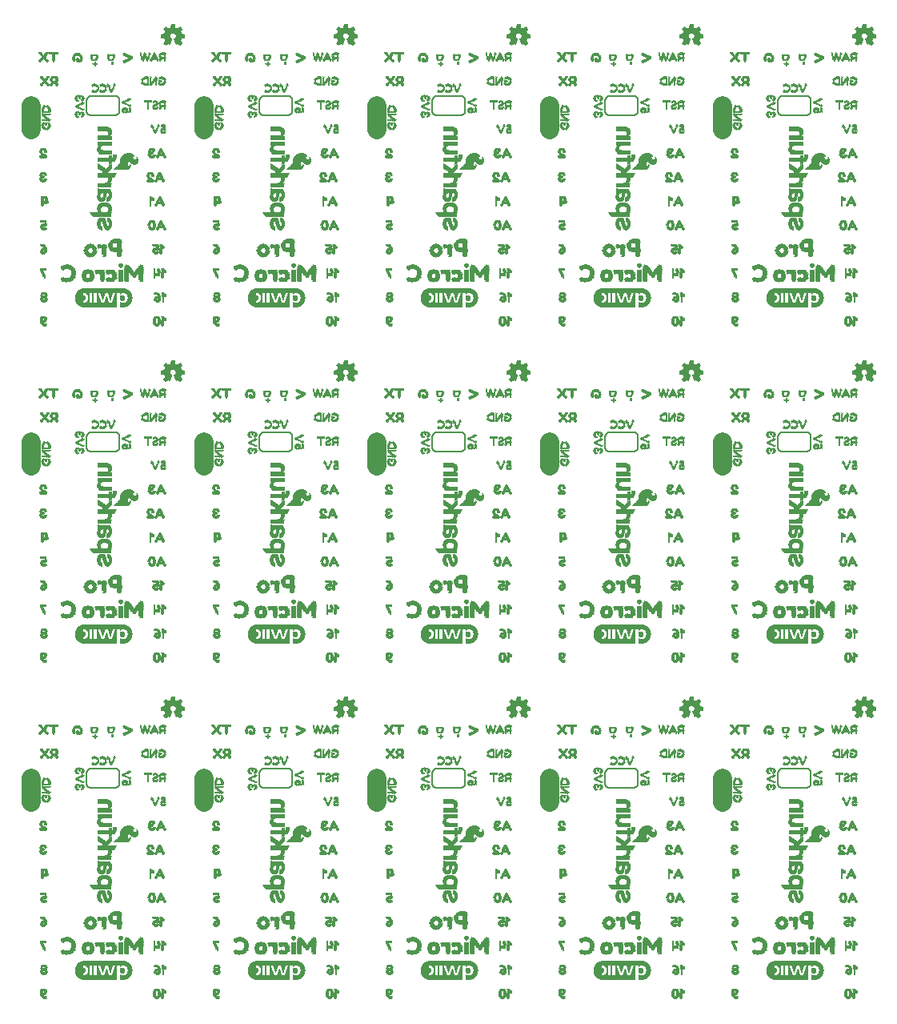
<source format=gbo>
G75*
%MOIN*%
%OFA0B0*%
%FSLAX25Y25*%
%IPPOS*%
%LPD*%
%AMOC8*
5,1,8,0,0,1.08239X$1,22.5*
%
%ADD10C,0.08000*%
%ADD11C,0.00299*%
%ADD12C,0.00300*%
%ADD13R,0.00945X0.00118*%
%ADD14R,0.00157X0.00118*%
%ADD15R,0.00118X0.00118*%
%ADD16R,0.01102X0.00118*%
%ADD17R,0.01654X0.00157*%
%ADD18R,0.00709X0.00157*%
%ADD19R,0.00827X0.00157*%
%ADD20R,0.01929X0.00157*%
%ADD21R,0.02205X0.00118*%
%ADD22R,0.00827X0.00118*%
%ADD23R,0.02323X0.00118*%
%ADD24R,0.02480X0.00157*%
%ADD25R,0.01102X0.00157*%
%ADD26R,0.00984X0.00157*%
%ADD27R,0.02598X0.00157*%
%ADD28R,0.02756X0.00118*%
%ADD29R,0.01220X0.00118*%
%ADD30R,0.00984X0.00118*%
%ADD31R,0.02756X0.00157*%
%ADD32R,0.01220X0.00157*%
%ADD33R,0.02874X0.00157*%
%ADD34R,0.01378X0.00118*%
%ADD35R,0.02874X0.00118*%
%ADD36R,0.01260X0.00157*%
%ADD37R,0.00551X0.00157*%
%ADD38R,0.01496X0.00157*%
%ADD39R,0.00945X0.00157*%
%ADD40R,0.01378X0.00157*%
%ADD41R,0.01654X0.00118*%
%ADD42R,0.01772X0.00118*%
%ADD43R,0.01496X0.00118*%
%ADD44R,0.02047X0.00118*%
%ADD45R,0.02087X0.00157*%
%ADD46R,0.01929X0.00118*%
%ADD47R,0.01811X0.00157*%
%ADD48R,0.01811X0.00118*%
%ADD49R,0.01535X0.00118*%
%ADD50R,0.03031X0.00118*%
%ADD51R,0.03031X0.00157*%
%ADD52R,0.02362X0.00118*%
%ADD53R,0.02480X0.00118*%
%ADD54R,0.02047X0.00157*%
%ADD55R,0.02205X0.00157*%
%ADD56R,0.00709X0.00118*%
%ADD57R,0.00669X0.00118*%
%ADD58R,0.00276X0.00157*%
%ADD59R,0.01378X0.00276*%
%ADD60R,0.03031X0.00315*%
%ADD61R,0.04134X0.00276*%
%ADD62R,0.04961X0.00236*%
%ADD63R,0.05236X0.00315*%
%ADD64R,0.05512X0.00276*%
%ADD65R,0.05787X0.00276*%
%ADD66R,0.02756X0.00236*%
%ADD67R,0.01378X0.00236*%
%ADD68R,0.02205X0.00315*%
%ADD69R,0.00827X0.00315*%
%ADD70R,0.01929X0.00276*%
%ADD71R,0.02205X0.00276*%
%ADD72R,0.01929X0.00315*%
%ADD73R,0.02480X0.00276*%
%ADD74R,0.00827X0.00276*%
%ADD75R,0.02756X0.00276*%
%ADD76R,0.01654X0.00276*%
%ADD77R,0.05236X0.00236*%
%ADD78R,0.04685X0.00276*%
%ADD79R,0.03858X0.00276*%
%ADD80R,0.00551X0.00276*%
%ADD81R,0.00276X0.00276*%
%ADD82R,0.01654X0.00315*%
%ADD83R,0.02205X0.00236*%
%ADD84R,0.01929X0.00236*%
%ADD85R,0.02480X0.00315*%
%ADD86R,0.03031X0.00276*%
%ADD87R,0.03031X0.00236*%
%ADD88R,0.00551X0.00236*%
%ADD89R,0.03307X0.00315*%
%ADD90R,0.01378X0.00315*%
%ADD91R,0.03307X0.00276*%
%ADD92R,0.03583X0.00276*%
%ADD93R,0.04409X0.00276*%
%ADD94R,0.07992X0.00276*%
%ADD95R,0.04961X0.00276*%
%ADD96R,0.02756X0.00315*%
%ADD97R,0.00551X0.00315*%
%ADD98R,0.01102X0.00276*%
%ADD99R,0.04134X0.00236*%
%ADD100R,0.04409X0.00236*%
%ADD101R,0.03858X0.00315*%
%ADD102R,0.05236X0.00276*%
%ADD103R,0.02480X0.00236*%
%ADD104R,0.00276X0.00118*%
%ADD105R,0.00669X0.00157*%
%ADD106R,0.02638X0.00118*%
%ADD107R,0.01260X0.00118*%
%ADD108R,0.01535X0.00157*%
%ADD109R,0.01772X0.00157*%
%ADD110R,0.02638X0.00157*%
%ADD111R,0.03307X0.00118*%
%ADD112R,0.03307X0.00157*%
%ADD113R,0.00433X0.00118*%
%ADD114R,0.03425X0.00157*%
%ADD115R,0.03583X0.00118*%
%ADD116R,0.03583X0.00157*%
%ADD117R,0.03425X0.00118*%
%ADD118R,0.02323X0.00157*%
%ADD119R,0.02087X0.00118*%
%ADD120R,0.00551X0.00118*%
%ADD121R,0.00118X0.00157*%
%ADD122R,0.00157X0.00157*%
%ADD123R,0.00787X0.00157*%
%ADD124R,0.01732X0.00157*%
%ADD125R,0.02362X0.00157*%
%ADD126R,0.02677X0.00157*%
%ADD127R,0.01417X0.00157*%
%ADD128R,0.01575X0.00157*%
%ADD129R,0.02992X0.00157*%
%ADD130R,0.01890X0.00157*%
%ADD131R,0.00630X0.00157*%
%ADD132R,0.03622X0.00157*%
%ADD133R,0.03937X0.00157*%
%ADD134R,0.02520X0.00157*%
%ADD135R,0.02835X0.00157*%
%ADD136R,0.03150X0.00157*%
%ADD137R,0.00315X0.00157*%
%ADD138R,0.03465X0.00157*%
%ADD139R,0.03780X0.00157*%
%ADD140R,0.00472X0.00157*%
%ADD141R,0.00118X0.00945*%
%ADD142R,0.00118X0.01102*%
%ADD143R,0.00157X0.01654*%
%ADD144R,0.00157X0.00709*%
%ADD145R,0.00157X0.00827*%
%ADD146R,0.00157X0.01929*%
%ADD147R,0.00118X0.02205*%
%ADD148R,0.00118X0.00827*%
%ADD149R,0.00118X0.02323*%
%ADD150R,0.00157X0.02480*%
%ADD151R,0.00157X0.01102*%
%ADD152R,0.00157X0.00984*%
%ADD153R,0.00157X0.02598*%
%ADD154R,0.00118X0.02756*%
%ADD155R,0.00118X0.01220*%
%ADD156R,0.00118X0.00984*%
%ADD157R,0.00157X0.02756*%
%ADD158R,0.00157X0.01220*%
%ADD159R,0.00157X0.02874*%
%ADD160R,0.00118X0.01378*%
%ADD161R,0.00118X0.02874*%
%ADD162R,0.00157X0.01260*%
%ADD163R,0.00157X0.00551*%
%ADD164R,0.00157X0.01496*%
%ADD165R,0.00157X0.00945*%
%ADD166R,0.00157X0.01378*%
%ADD167R,0.00118X0.01654*%
%ADD168R,0.00118X0.01772*%
%ADD169R,0.00118X0.01496*%
%ADD170R,0.00118X0.02047*%
%ADD171R,0.00157X0.02087*%
%ADD172R,0.00118X0.01929*%
%ADD173R,0.00157X0.01811*%
%ADD174R,0.00118X0.01811*%
%ADD175R,0.00118X0.01535*%
%ADD176R,0.00118X0.03031*%
%ADD177R,0.00157X0.03031*%
%ADD178R,0.00118X0.02362*%
%ADD179R,0.00118X0.02480*%
%ADD180R,0.00157X0.02047*%
%ADD181R,0.00157X0.02205*%
%ADD182R,0.00118X0.00709*%
%ADD183R,0.00118X0.00669*%
%ADD184R,0.00157X0.00276*%
%ADD185R,0.04094X0.00157*%
%ADD186C,0.00050*%
%ADD187R,0.00118X0.00276*%
%ADD188R,0.00157X0.01535*%
%ADD189R,0.00157X0.02323*%
%ADD190R,0.00118X0.02638*%
%ADD191R,0.00157X0.02638*%
%ADD192R,0.00118X0.01260*%
%ADD193R,0.00157X0.01772*%
%ADD194R,0.00118X0.00551*%
%ADD195R,0.00157X0.00433*%
%ADD196R,0.00157X0.01890*%
%ADD197R,0.00157X0.02520*%
%ADD198R,0.00157X0.02835*%
%ADD199R,0.00157X0.02992*%
%ADD200R,0.00157X0.03150*%
%ADD201R,0.00157X0.03307*%
%ADD202R,0.00157X0.01417*%
%ADD203R,0.00157X0.00787*%
%ADD204R,0.00157X0.01575*%
%ADD205R,0.00157X0.01732*%
%ADD206R,0.00157X0.02677*%
%ADD207R,0.00157X0.02362*%
%ADD208R,0.00157X0.00315*%
%ADD209R,0.00157X0.00630*%
%ADD210R,0.00118X0.01063*%
%ADD211R,0.00118X0.02008*%
%ADD212R,0.00118X0.02126*%
%ADD213R,0.00118X0.02244*%
%ADD214R,0.00118X0.00236*%
%ADD215R,0.00157X0.00591*%
%ADD216R,0.00157X0.02008*%
%ADD217R,0.00118X0.01890*%
%ADD218R,0.00118X0.00591*%
%ADD219R,0.00157X0.00472*%
%ADD220R,0.00118X0.02598*%
%ADD221R,0.00118X0.01181*%
%ADD222R,0.00118X0.01417*%
%ADD223R,0.00118X0.00394*%
%ADD224R,0.00118X0.02087*%
%ADD225R,0.00394X0.00118*%
%ADD226R,0.02598X0.00118*%
%ADD227R,0.00394X0.00157*%
%ADD228C,0.00800*%
D10*
X0033500Y0121750D02*
X0033500Y0131750D01*
X0105500Y0131750D02*
X0105500Y0121750D01*
X0177500Y0121750D02*
X0177500Y0131750D01*
X0249500Y0131750D02*
X0249500Y0121750D01*
X0321500Y0121750D02*
X0321500Y0131750D01*
X0321500Y0261750D02*
X0321500Y0271750D01*
X0249500Y0271750D02*
X0249500Y0261750D01*
X0177500Y0261750D02*
X0177500Y0271750D01*
X0105500Y0271750D02*
X0105500Y0261750D01*
X0033500Y0261750D02*
X0033500Y0271750D01*
X0033500Y0401750D02*
X0033500Y0411750D01*
X0105500Y0411750D02*
X0105500Y0401750D01*
X0177500Y0401750D02*
X0177500Y0411750D01*
X0249500Y0411750D02*
X0249500Y0401750D01*
X0321500Y0401750D02*
X0321500Y0411750D01*
D11*
X0311506Y0436842D02*
X0310364Y0437629D01*
X0310324Y0437629D01*
X0310285Y0437590D01*
X0310246Y0437590D01*
X0310206Y0437551D01*
X0310167Y0437551D01*
X0310128Y0437511D01*
X0310088Y0437511D01*
X0310049Y0437472D01*
X0310009Y0437472D01*
X0309970Y0437433D01*
X0309931Y0437433D01*
X0309891Y0437393D01*
X0309813Y0437393D01*
X0309773Y0437354D01*
X0308986Y0439480D01*
X0309104Y0439519D01*
X0309261Y0439598D01*
X0309340Y0439677D01*
X0309419Y0439716D01*
X0309498Y0439795D01*
X0309537Y0439873D01*
X0309616Y0439952D01*
X0309694Y0440110D01*
X0309734Y0440228D01*
X0309813Y0440385D01*
X0309813Y0440503D01*
X0309852Y0440622D01*
X0309852Y0440858D01*
X0309694Y0441330D01*
X0309537Y0441566D01*
X0309458Y0441645D01*
X0309340Y0441724D01*
X0309261Y0441803D01*
X0309143Y0441881D01*
X0309025Y0441921D01*
X0308907Y0441999D01*
X0308789Y0441999D01*
X0308631Y0442039D01*
X0308356Y0442039D01*
X0308238Y0441999D01*
X0308120Y0441999D01*
X0308002Y0441921D01*
X0307883Y0441881D01*
X0307647Y0441724D01*
X0307490Y0441566D01*
X0307332Y0441330D01*
X0307293Y0441212D01*
X0307214Y0441094D01*
X0307214Y0440976D01*
X0307175Y0440858D01*
X0307175Y0440503D01*
X0307214Y0440385D01*
X0307214Y0440307D01*
X0307254Y0440228D01*
X0307293Y0440110D01*
X0307332Y0440031D01*
X0307411Y0439952D01*
X0307450Y0439873D01*
X0307608Y0439716D01*
X0307687Y0439677D01*
X0307765Y0439598D01*
X0308002Y0439480D01*
X0307214Y0437354D01*
X0307214Y0437393D01*
X0307135Y0437393D01*
X0307096Y0437433D01*
X0307057Y0437433D01*
X0307017Y0437472D01*
X0306978Y0437472D01*
X0306939Y0437511D01*
X0306860Y0437511D01*
X0306820Y0437551D01*
X0306781Y0437551D01*
X0306702Y0437629D01*
X0306663Y0437629D01*
X0305521Y0436842D01*
X0304616Y0437748D01*
X0305443Y0438850D01*
X0305403Y0438929D01*
X0305364Y0438968D01*
X0305324Y0439047D01*
X0305324Y0439086D01*
X0305285Y0439165D01*
X0305246Y0439204D01*
X0305206Y0439283D01*
X0305206Y0439322D01*
X0305128Y0439480D01*
X0305128Y0439519D01*
X0305088Y0439598D01*
X0305088Y0439637D01*
X0305049Y0439716D01*
X0305049Y0439795D01*
X0305009Y0439834D01*
X0303631Y0440070D01*
X0303631Y0441330D01*
X0305049Y0441566D01*
X0305049Y0441724D01*
X0305088Y0441763D01*
X0305088Y0441842D01*
X0305128Y0441881D01*
X0305167Y0441960D01*
X0305167Y0442039D01*
X0305206Y0442078D01*
X0305206Y0442157D01*
X0305246Y0442196D01*
X0305285Y0442275D01*
X0305324Y0442314D01*
X0305324Y0442393D01*
X0305364Y0442433D01*
X0305403Y0442511D01*
X0305443Y0442551D01*
X0304616Y0443692D01*
X0305521Y0444559D01*
X0306663Y0443771D01*
X0306702Y0443811D01*
X0306781Y0443850D01*
X0306820Y0443850D01*
X0306899Y0443889D01*
X0306939Y0443929D01*
X0307017Y0443968D01*
X0307057Y0443968D01*
X0307135Y0444007D01*
X0307175Y0444047D01*
X0307254Y0444047D01*
X0307332Y0444086D01*
X0307372Y0444086D01*
X0307450Y0444125D01*
X0307490Y0444125D01*
X0307569Y0444165D01*
X0307647Y0444165D01*
X0307883Y0445543D01*
X0309143Y0445543D01*
X0309380Y0444165D01*
X0309419Y0444165D01*
X0309498Y0444125D01*
X0309576Y0444125D01*
X0309616Y0444086D01*
X0309694Y0444086D01*
X0309773Y0444047D01*
X0309813Y0444047D01*
X0309891Y0444007D01*
X0309931Y0443968D01*
X0310009Y0443968D01*
X0310049Y0443929D01*
X0310128Y0443889D01*
X0310167Y0443850D01*
X0310246Y0443850D01*
X0310285Y0443811D01*
X0310364Y0443771D01*
X0311506Y0444559D01*
X0312372Y0443692D01*
X0311584Y0442551D01*
X0311624Y0442511D01*
X0311624Y0442433D01*
X0311663Y0442393D01*
X0311702Y0442314D01*
X0311742Y0442275D01*
X0311742Y0442196D01*
X0311781Y0442157D01*
X0311820Y0442078D01*
X0311820Y0442039D01*
X0311899Y0441881D01*
X0311899Y0441842D01*
X0311939Y0441763D01*
X0311939Y0441724D01*
X0311978Y0441645D01*
X0311978Y0441566D01*
X0313356Y0441330D01*
X0313356Y0440070D01*
X0311978Y0439834D01*
X0311978Y0439795D01*
X0311939Y0439716D01*
X0311939Y0439637D01*
X0311899Y0439598D01*
X0311899Y0439519D01*
X0311860Y0439480D01*
X0311820Y0439401D01*
X0311820Y0439322D01*
X0311781Y0439283D01*
X0311781Y0439204D01*
X0311742Y0439165D01*
X0311702Y0439086D01*
X0311663Y0439047D01*
X0311624Y0438968D01*
X0311624Y0438929D01*
X0311584Y0438850D01*
X0312372Y0437748D01*
X0311506Y0436842D01*
X0311552Y0436891D02*
X0311435Y0436891D01*
X0311837Y0437189D02*
X0311003Y0437189D01*
X0310571Y0437486D02*
X0312122Y0437486D01*
X0312346Y0437784D02*
X0309614Y0437784D01*
X0309724Y0437486D02*
X0310063Y0437486D01*
X0309504Y0438082D02*
X0312133Y0438082D01*
X0311920Y0438380D02*
X0309393Y0438380D01*
X0309283Y0438677D02*
X0311708Y0438677D01*
X0311627Y0438975D02*
X0309173Y0438975D01*
X0309063Y0439273D02*
X0311781Y0439273D01*
X0311899Y0439570D02*
X0309207Y0439570D01*
X0309534Y0439868D02*
X0312177Y0439868D01*
X0313356Y0440166D02*
X0309713Y0440166D01*
X0309813Y0440464D02*
X0313356Y0440464D01*
X0313356Y0440761D02*
X0309852Y0440761D01*
X0309785Y0441059D02*
X0313356Y0441059D01*
X0313201Y0441357D02*
X0309677Y0441357D01*
X0309444Y0441655D02*
X0311973Y0441655D01*
X0311864Y0441952D02*
X0308978Y0441952D01*
X0308049Y0441952D02*
X0305163Y0441952D01*
X0305272Y0442250D02*
X0311742Y0442250D01*
X0311587Y0442548D02*
X0305440Y0442548D01*
X0305229Y0442845D02*
X0311788Y0442845D01*
X0311993Y0443143D02*
X0305013Y0443143D01*
X0304798Y0443441D02*
X0312198Y0443441D01*
X0312325Y0443739D02*
X0304664Y0443739D01*
X0304975Y0444036D02*
X0306278Y0444036D01*
X0305847Y0444334D02*
X0305287Y0444334D01*
X0307164Y0444036D02*
X0309833Y0444036D01*
X0309351Y0444334D02*
X0307676Y0444334D01*
X0307727Y0444632D02*
X0309299Y0444632D01*
X0309248Y0444929D02*
X0307778Y0444929D01*
X0307829Y0445227D02*
X0309197Y0445227D01*
X0309146Y0445525D02*
X0307880Y0445525D01*
X0310748Y0444036D02*
X0312028Y0444036D01*
X0311730Y0444334D02*
X0311180Y0444334D01*
X0307578Y0441655D02*
X0305049Y0441655D01*
X0303791Y0441357D02*
X0307350Y0441357D01*
X0307214Y0441059D02*
X0303631Y0441059D01*
X0303631Y0440761D02*
X0307175Y0440761D01*
X0307188Y0440464D02*
X0303631Y0440464D01*
X0303631Y0440166D02*
X0307274Y0440166D01*
X0307456Y0439868D02*
X0304811Y0439868D01*
X0305102Y0439570D02*
X0307820Y0439570D01*
X0307925Y0439273D02*
X0305211Y0439273D01*
X0305360Y0438975D02*
X0307815Y0438975D01*
X0307704Y0438677D02*
X0305313Y0438677D01*
X0305090Y0438380D02*
X0307594Y0438380D01*
X0307484Y0438082D02*
X0304866Y0438082D01*
X0304643Y0437784D02*
X0307374Y0437784D01*
X0307263Y0437486D02*
X0306963Y0437486D01*
X0306456Y0437486D02*
X0304877Y0437486D01*
X0305175Y0437189D02*
X0306024Y0437189D01*
X0305592Y0436891D02*
X0305472Y0436891D01*
X0241356Y0440070D02*
X0239978Y0439834D01*
X0239978Y0439795D01*
X0239939Y0439716D01*
X0239939Y0439637D01*
X0239899Y0439598D01*
X0239899Y0439519D01*
X0239860Y0439480D01*
X0239820Y0439401D01*
X0239820Y0439322D01*
X0239781Y0439283D01*
X0239781Y0439204D01*
X0239742Y0439165D01*
X0239702Y0439086D01*
X0239663Y0439047D01*
X0239624Y0438968D01*
X0239624Y0438929D01*
X0239584Y0438850D01*
X0240372Y0437748D01*
X0239506Y0436842D01*
X0238364Y0437629D01*
X0238324Y0437629D01*
X0238285Y0437590D01*
X0238246Y0437590D01*
X0238206Y0437551D01*
X0238167Y0437551D01*
X0238128Y0437511D01*
X0238088Y0437511D01*
X0238049Y0437472D01*
X0238009Y0437472D01*
X0237970Y0437433D01*
X0237931Y0437433D01*
X0237891Y0437393D01*
X0237813Y0437393D01*
X0237773Y0437354D01*
X0236986Y0439480D01*
X0237104Y0439519D01*
X0237261Y0439598D01*
X0237340Y0439677D01*
X0237419Y0439716D01*
X0237498Y0439795D01*
X0237537Y0439873D01*
X0237616Y0439952D01*
X0237694Y0440110D01*
X0237734Y0440228D01*
X0237813Y0440385D01*
X0237813Y0440503D01*
X0237852Y0440622D01*
X0237852Y0440858D01*
X0237694Y0441330D01*
X0237537Y0441566D01*
X0237458Y0441645D01*
X0237340Y0441724D01*
X0237261Y0441803D01*
X0237143Y0441881D01*
X0237025Y0441921D01*
X0236907Y0441999D01*
X0236789Y0441999D01*
X0236631Y0442039D01*
X0236356Y0442039D01*
X0236238Y0441999D01*
X0236120Y0441999D01*
X0236002Y0441921D01*
X0235883Y0441881D01*
X0235647Y0441724D01*
X0235490Y0441566D01*
X0235332Y0441330D01*
X0235293Y0441212D01*
X0235214Y0441094D01*
X0235214Y0440976D01*
X0235175Y0440858D01*
X0235175Y0440503D01*
X0235214Y0440385D01*
X0235214Y0440307D01*
X0235254Y0440228D01*
X0235293Y0440110D01*
X0235332Y0440031D01*
X0235411Y0439952D01*
X0235450Y0439873D01*
X0235608Y0439716D01*
X0235687Y0439677D01*
X0235765Y0439598D01*
X0236002Y0439480D01*
X0235214Y0437354D01*
X0235214Y0437393D01*
X0235135Y0437393D01*
X0235096Y0437433D01*
X0235057Y0437433D01*
X0235017Y0437472D01*
X0234978Y0437472D01*
X0234939Y0437511D01*
X0234860Y0437511D01*
X0234820Y0437551D01*
X0234781Y0437551D01*
X0234702Y0437629D01*
X0234663Y0437629D01*
X0233521Y0436842D01*
X0232616Y0437748D01*
X0233443Y0438850D01*
X0233403Y0438929D01*
X0233364Y0438968D01*
X0233324Y0439047D01*
X0233324Y0439086D01*
X0233285Y0439165D01*
X0233246Y0439204D01*
X0233206Y0439283D01*
X0233206Y0439322D01*
X0233128Y0439480D01*
X0233128Y0439519D01*
X0233088Y0439598D01*
X0233088Y0439637D01*
X0233049Y0439716D01*
X0233049Y0439795D01*
X0233009Y0439834D01*
X0231631Y0440070D01*
X0231631Y0441330D01*
X0233049Y0441566D01*
X0233049Y0441724D01*
X0233088Y0441763D01*
X0233088Y0441842D01*
X0233128Y0441881D01*
X0233167Y0441960D01*
X0233167Y0442039D01*
X0233206Y0442078D01*
X0233206Y0442157D01*
X0233246Y0442196D01*
X0233285Y0442275D01*
X0233324Y0442314D01*
X0233324Y0442393D01*
X0233364Y0442433D01*
X0233403Y0442511D01*
X0233443Y0442551D01*
X0232616Y0443692D01*
X0233521Y0444559D01*
X0234663Y0443771D01*
X0234702Y0443811D01*
X0234781Y0443850D01*
X0234820Y0443850D01*
X0234899Y0443889D01*
X0234939Y0443929D01*
X0235017Y0443968D01*
X0235057Y0443968D01*
X0235135Y0444007D01*
X0235175Y0444047D01*
X0235254Y0444047D01*
X0235332Y0444086D01*
X0235372Y0444086D01*
X0235450Y0444125D01*
X0235490Y0444125D01*
X0235569Y0444165D01*
X0235647Y0444165D01*
X0235883Y0445543D01*
X0237143Y0445543D01*
X0237380Y0444165D01*
X0237419Y0444165D01*
X0237498Y0444125D01*
X0237576Y0444125D01*
X0237616Y0444086D01*
X0237694Y0444086D01*
X0237773Y0444047D01*
X0237813Y0444047D01*
X0237891Y0444007D01*
X0237931Y0443968D01*
X0238009Y0443968D01*
X0238049Y0443929D01*
X0238128Y0443889D01*
X0238167Y0443850D01*
X0238246Y0443850D01*
X0238285Y0443811D01*
X0238364Y0443771D01*
X0239506Y0444559D01*
X0240372Y0443692D01*
X0239584Y0442551D01*
X0239624Y0442511D01*
X0239624Y0442433D01*
X0239663Y0442393D01*
X0239702Y0442314D01*
X0239742Y0442275D01*
X0239742Y0442196D01*
X0239781Y0442157D01*
X0239820Y0442078D01*
X0239820Y0442039D01*
X0239899Y0441881D01*
X0239899Y0441842D01*
X0239939Y0441763D01*
X0239939Y0441724D01*
X0239978Y0441645D01*
X0239978Y0441566D01*
X0241356Y0441330D01*
X0241356Y0440070D01*
X0241356Y0440166D02*
X0237713Y0440166D01*
X0237813Y0440464D02*
X0241356Y0440464D01*
X0241356Y0440761D02*
X0237852Y0440761D01*
X0237785Y0441059D02*
X0241356Y0441059D01*
X0241201Y0441357D02*
X0237677Y0441357D01*
X0237444Y0441655D02*
X0239973Y0441655D01*
X0239864Y0441952D02*
X0236978Y0441952D01*
X0236049Y0441952D02*
X0233163Y0441952D01*
X0233272Y0442250D02*
X0239742Y0442250D01*
X0239587Y0442548D02*
X0233440Y0442548D01*
X0233229Y0442845D02*
X0239788Y0442845D01*
X0239993Y0443143D02*
X0233013Y0443143D01*
X0232798Y0443441D02*
X0240198Y0443441D01*
X0240325Y0443739D02*
X0232664Y0443739D01*
X0232975Y0444036D02*
X0234278Y0444036D01*
X0233847Y0444334D02*
X0233287Y0444334D01*
X0235164Y0444036D02*
X0237833Y0444036D01*
X0237351Y0444334D02*
X0235676Y0444334D01*
X0235727Y0444632D02*
X0237299Y0444632D01*
X0237248Y0444929D02*
X0235778Y0444929D01*
X0235829Y0445227D02*
X0237197Y0445227D01*
X0237146Y0445525D02*
X0235880Y0445525D01*
X0238748Y0444036D02*
X0240028Y0444036D01*
X0239730Y0444334D02*
X0239180Y0444334D01*
X0235578Y0441655D02*
X0233049Y0441655D01*
X0231791Y0441357D02*
X0235350Y0441357D01*
X0235214Y0441059D02*
X0231631Y0441059D01*
X0231631Y0440761D02*
X0235175Y0440761D01*
X0235188Y0440464D02*
X0231631Y0440464D01*
X0231631Y0440166D02*
X0235274Y0440166D01*
X0235456Y0439868D02*
X0232811Y0439868D01*
X0233102Y0439570D02*
X0235820Y0439570D01*
X0235925Y0439273D02*
X0233211Y0439273D01*
X0233360Y0438975D02*
X0235815Y0438975D01*
X0235704Y0438677D02*
X0233313Y0438677D01*
X0233090Y0438380D02*
X0235594Y0438380D01*
X0235484Y0438082D02*
X0232866Y0438082D01*
X0232643Y0437784D02*
X0235374Y0437784D01*
X0235263Y0437486D02*
X0234963Y0437486D01*
X0234456Y0437486D02*
X0232877Y0437486D01*
X0233175Y0437189D02*
X0234024Y0437189D01*
X0233592Y0436891D02*
X0233472Y0436891D01*
X0237393Y0438380D02*
X0239920Y0438380D01*
X0239708Y0438677D02*
X0237283Y0438677D01*
X0237173Y0438975D02*
X0239627Y0438975D01*
X0239781Y0439273D02*
X0237063Y0439273D01*
X0237207Y0439570D02*
X0239899Y0439570D01*
X0240177Y0439868D02*
X0237534Y0439868D01*
X0237504Y0438082D02*
X0240133Y0438082D01*
X0240346Y0437784D02*
X0237614Y0437784D01*
X0237724Y0437486D02*
X0238063Y0437486D01*
X0238571Y0437486D02*
X0240122Y0437486D01*
X0239837Y0437189D02*
X0239003Y0437189D01*
X0239435Y0436891D02*
X0239552Y0436891D01*
X0169356Y0440070D02*
X0167978Y0439834D01*
X0167978Y0439795D01*
X0167939Y0439716D01*
X0167939Y0439637D01*
X0167899Y0439598D01*
X0167899Y0439519D01*
X0167860Y0439480D01*
X0167820Y0439401D01*
X0167820Y0439322D01*
X0167781Y0439283D01*
X0167781Y0439204D01*
X0167742Y0439165D01*
X0167702Y0439086D01*
X0167663Y0439047D01*
X0167624Y0438968D01*
X0167624Y0438929D01*
X0167584Y0438850D01*
X0168372Y0437748D01*
X0167506Y0436842D01*
X0166364Y0437629D01*
X0166324Y0437629D01*
X0166285Y0437590D01*
X0166246Y0437590D01*
X0166206Y0437551D01*
X0166167Y0437551D01*
X0166128Y0437511D01*
X0166088Y0437511D01*
X0166049Y0437472D01*
X0166009Y0437472D01*
X0165970Y0437433D01*
X0165931Y0437433D01*
X0165891Y0437393D01*
X0165813Y0437393D01*
X0165773Y0437354D01*
X0164986Y0439480D01*
X0165104Y0439519D01*
X0165261Y0439598D01*
X0165340Y0439677D01*
X0165419Y0439716D01*
X0165498Y0439795D01*
X0165537Y0439873D01*
X0165616Y0439952D01*
X0165694Y0440110D01*
X0165734Y0440228D01*
X0165813Y0440385D01*
X0165813Y0440503D01*
X0165852Y0440622D01*
X0165852Y0440858D01*
X0165694Y0441330D01*
X0165537Y0441566D01*
X0165458Y0441645D01*
X0165340Y0441724D01*
X0165261Y0441803D01*
X0165143Y0441881D01*
X0165025Y0441921D01*
X0164907Y0441999D01*
X0164789Y0441999D01*
X0164631Y0442039D01*
X0164356Y0442039D01*
X0164238Y0441999D01*
X0164120Y0441999D01*
X0164002Y0441921D01*
X0163883Y0441881D01*
X0163647Y0441724D01*
X0163490Y0441566D01*
X0163332Y0441330D01*
X0163293Y0441212D01*
X0163214Y0441094D01*
X0163214Y0440976D01*
X0163175Y0440858D01*
X0163175Y0440503D01*
X0163214Y0440385D01*
X0163214Y0440307D01*
X0163254Y0440228D01*
X0163293Y0440110D01*
X0163332Y0440031D01*
X0163411Y0439952D01*
X0163450Y0439873D01*
X0163608Y0439716D01*
X0163687Y0439677D01*
X0163765Y0439598D01*
X0164002Y0439480D01*
X0163214Y0437354D01*
X0163214Y0437393D01*
X0163135Y0437393D01*
X0163096Y0437433D01*
X0163057Y0437433D01*
X0163017Y0437472D01*
X0162978Y0437472D01*
X0162939Y0437511D01*
X0162860Y0437511D01*
X0162820Y0437551D01*
X0162781Y0437551D01*
X0162702Y0437629D01*
X0162663Y0437629D01*
X0161521Y0436842D01*
X0160616Y0437748D01*
X0161443Y0438850D01*
X0161403Y0438929D01*
X0161364Y0438968D01*
X0161324Y0439047D01*
X0161324Y0439086D01*
X0161285Y0439165D01*
X0161246Y0439204D01*
X0161206Y0439283D01*
X0161206Y0439322D01*
X0161128Y0439480D01*
X0161128Y0439519D01*
X0161088Y0439598D01*
X0161088Y0439637D01*
X0161049Y0439716D01*
X0161049Y0439795D01*
X0161009Y0439834D01*
X0159631Y0440070D01*
X0159631Y0441330D01*
X0161049Y0441566D01*
X0161049Y0441724D01*
X0161088Y0441763D01*
X0161088Y0441842D01*
X0161128Y0441881D01*
X0161167Y0441960D01*
X0161167Y0442039D01*
X0161206Y0442078D01*
X0161206Y0442157D01*
X0161246Y0442196D01*
X0161285Y0442275D01*
X0161324Y0442314D01*
X0161324Y0442393D01*
X0161364Y0442433D01*
X0161403Y0442511D01*
X0161443Y0442551D01*
X0160616Y0443692D01*
X0161521Y0444559D01*
X0162663Y0443771D01*
X0162702Y0443811D01*
X0162781Y0443850D01*
X0162820Y0443850D01*
X0162899Y0443889D01*
X0162939Y0443929D01*
X0163017Y0443968D01*
X0163057Y0443968D01*
X0163135Y0444007D01*
X0163175Y0444047D01*
X0163254Y0444047D01*
X0163332Y0444086D01*
X0163372Y0444086D01*
X0163450Y0444125D01*
X0163490Y0444125D01*
X0163569Y0444165D01*
X0163647Y0444165D01*
X0163883Y0445543D01*
X0165143Y0445543D01*
X0165380Y0444165D01*
X0165419Y0444165D01*
X0165498Y0444125D01*
X0165576Y0444125D01*
X0165616Y0444086D01*
X0165694Y0444086D01*
X0165773Y0444047D01*
X0165813Y0444047D01*
X0165891Y0444007D01*
X0165931Y0443968D01*
X0166009Y0443968D01*
X0166049Y0443929D01*
X0166128Y0443889D01*
X0166167Y0443850D01*
X0166246Y0443850D01*
X0166285Y0443811D01*
X0166364Y0443771D01*
X0167506Y0444559D01*
X0168372Y0443692D01*
X0167584Y0442551D01*
X0167624Y0442511D01*
X0167624Y0442433D01*
X0167663Y0442393D01*
X0167702Y0442314D01*
X0167742Y0442275D01*
X0167742Y0442196D01*
X0167781Y0442157D01*
X0167820Y0442078D01*
X0167820Y0442039D01*
X0167899Y0441881D01*
X0167899Y0441842D01*
X0167939Y0441763D01*
X0167939Y0441724D01*
X0167978Y0441645D01*
X0167978Y0441566D01*
X0169356Y0441330D01*
X0169356Y0440070D01*
X0169356Y0440166D02*
X0165713Y0440166D01*
X0165813Y0440464D02*
X0169356Y0440464D01*
X0169356Y0440761D02*
X0165852Y0440761D01*
X0165785Y0441059D02*
X0169356Y0441059D01*
X0169201Y0441357D02*
X0165677Y0441357D01*
X0165444Y0441655D02*
X0167973Y0441655D01*
X0167864Y0441952D02*
X0164978Y0441952D01*
X0164049Y0441952D02*
X0161163Y0441952D01*
X0161272Y0442250D02*
X0167742Y0442250D01*
X0167587Y0442548D02*
X0161440Y0442548D01*
X0161229Y0442845D02*
X0167788Y0442845D01*
X0167993Y0443143D02*
X0161013Y0443143D01*
X0160798Y0443441D02*
X0168198Y0443441D01*
X0168325Y0443739D02*
X0160664Y0443739D01*
X0160975Y0444036D02*
X0162278Y0444036D01*
X0161847Y0444334D02*
X0161287Y0444334D01*
X0163164Y0444036D02*
X0165833Y0444036D01*
X0165351Y0444334D02*
X0163676Y0444334D01*
X0163727Y0444632D02*
X0165299Y0444632D01*
X0165248Y0444929D02*
X0163778Y0444929D01*
X0163829Y0445227D02*
X0165197Y0445227D01*
X0165146Y0445525D02*
X0163880Y0445525D01*
X0166748Y0444036D02*
X0168028Y0444036D01*
X0167730Y0444334D02*
X0167180Y0444334D01*
X0163578Y0441655D02*
X0161049Y0441655D01*
X0159791Y0441357D02*
X0163350Y0441357D01*
X0163214Y0441059D02*
X0159631Y0441059D01*
X0159631Y0440761D02*
X0163175Y0440761D01*
X0163188Y0440464D02*
X0159631Y0440464D01*
X0159631Y0440166D02*
X0163274Y0440166D01*
X0163456Y0439868D02*
X0160811Y0439868D01*
X0161102Y0439570D02*
X0163820Y0439570D01*
X0163925Y0439273D02*
X0161211Y0439273D01*
X0161360Y0438975D02*
X0163815Y0438975D01*
X0163704Y0438677D02*
X0161313Y0438677D01*
X0161090Y0438380D02*
X0163594Y0438380D01*
X0163484Y0438082D02*
X0160866Y0438082D01*
X0160643Y0437784D02*
X0163374Y0437784D01*
X0163263Y0437486D02*
X0162963Y0437486D01*
X0162456Y0437486D02*
X0160877Y0437486D01*
X0161175Y0437189D02*
X0162024Y0437189D01*
X0161592Y0436891D02*
X0161472Y0436891D01*
X0165393Y0438380D02*
X0167920Y0438380D01*
X0167708Y0438677D02*
X0165283Y0438677D01*
X0165173Y0438975D02*
X0167627Y0438975D01*
X0167781Y0439273D02*
X0165063Y0439273D01*
X0165207Y0439570D02*
X0167899Y0439570D01*
X0168177Y0439868D02*
X0165534Y0439868D01*
X0165504Y0438082D02*
X0168133Y0438082D01*
X0168346Y0437784D02*
X0165614Y0437784D01*
X0165724Y0437486D02*
X0166063Y0437486D01*
X0166571Y0437486D02*
X0168122Y0437486D01*
X0167837Y0437189D02*
X0167003Y0437189D01*
X0167435Y0436891D02*
X0167552Y0436891D01*
X0097356Y0440070D02*
X0095978Y0439834D01*
X0095978Y0439795D01*
X0095939Y0439716D01*
X0095939Y0439637D01*
X0095899Y0439598D01*
X0095899Y0439519D01*
X0095860Y0439480D01*
X0095820Y0439401D01*
X0095820Y0439322D01*
X0095781Y0439283D01*
X0095781Y0439204D01*
X0095742Y0439165D01*
X0095702Y0439086D01*
X0095663Y0439047D01*
X0095624Y0438968D01*
X0095624Y0438929D01*
X0095584Y0438850D01*
X0096372Y0437748D01*
X0095506Y0436842D01*
X0094364Y0437629D01*
X0094324Y0437629D01*
X0094285Y0437590D01*
X0094246Y0437590D01*
X0094206Y0437551D01*
X0094167Y0437551D01*
X0094128Y0437511D01*
X0094088Y0437511D01*
X0094049Y0437472D01*
X0094009Y0437472D01*
X0093970Y0437433D01*
X0093931Y0437433D01*
X0093891Y0437393D01*
X0093813Y0437393D01*
X0093773Y0437354D01*
X0092986Y0439480D01*
X0093104Y0439519D01*
X0093261Y0439598D01*
X0093340Y0439677D01*
X0093419Y0439716D01*
X0093498Y0439795D01*
X0093537Y0439873D01*
X0093616Y0439952D01*
X0093694Y0440110D01*
X0093734Y0440228D01*
X0093813Y0440385D01*
X0093813Y0440503D01*
X0093852Y0440622D01*
X0093852Y0440858D01*
X0093694Y0441330D01*
X0093537Y0441566D01*
X0093458Y0441645D01*
X0093340Y0441724D01*
X0093261Y0441803D01*
X0093143Y0441881D01*
X0093025Y0441921D01*
X0092907Y0441999D01*
X0092789Y0441999D01*
X0092631Y0442039D01*
X0092356Y0442039D01*
X0092238Y0441999D01*
X0092120Y0441999D01*
X0092002Y0441921D01*
X0091883Y0441881D01*
X0091647Y0441724D01*
X0091490Y0441566D01*
X0091332Y0441330D01*
X0091293Y0441212D01*
X0091214Y0441094D01*
X0091214Y0440976D01*
X0091175Y0440858D01*
X0091175Y0440503D01*
X0091214Y0440385D01*
X0091214Y0440307D01*
X0091254Y0440228D01*
X0091293Y0440110D01*
X0091332Y0440031D01*
X0091411Y0439952D01*
X0091450Y0439873D01*
X0091608Y0439716D01*
X0091687Y0439677D01*
X0091765Y0439598D01*
X0092002Y0439480D01*
X0091214Y0437354D01*
X0091214Y0437393D01*
X0091135Y0437393D01*
X0091096Y0437433D01*
X0091057Y0437433D01*
X0091017Y0437472D01*
X0090978Y0437472D01*
X0090939Y0437511D01*
X0090860Y0437511D01*
X0090820Y0437551D01*
X0090781Y0437551D01*
X0090702Y0437629D01*
X0090663Y0437629D01*
X0089521Y0436842D01*
X0088616Y0437748D01*
X0089443Y0438850D01*
X0089403Y0438929D01*
X0089364Y0438968D01*
X0089324Y0439047D01*
X0089324Y0439086D01*
X0089285Y0439165D01*
X0089246Y0439204D01*
X0089206Y0439283D01*
X0089206Y0439322D01*
X0089128Y0439480D01*
X0089128Y0439519D01*
X0089088Y0439598D01*
X0089088Y0439637D01*
X0089049Y0439716D01*
X0089049Y0439795D01*
X0089009Y0439834D01*
X0087631Y0440070D01*
X0087631Y0441330D01*
X0089049Y0441566D01*
X0089049Y0441724D01*
X0089088Y0441763D01*
X0089088Y0441842D01*
X0089128Y0441881D01*
X0089167Y0441960D01*
X0089167Y0442039D01*
X0089206Y0442078D01*
X0089206Y0442157D01*
X0089246Y0442196D01*
X0089285Y0442275D01*
X0089324Y0442314D01*
X0089324Y0442393D01*
X0089364Y0442433D01*
X0089403Y0442511D01*
X0089443Y0442551D01*
X0088616Y0443692D01*
X0089521Y0444559D01*
X0090663Y0443771D01*
X0090702Y0443811D01*
X0090781Y0443850D01*
X0090820Y0443850D01*
X0090899Y0443889D01*
X0090939Y0443929D01*
X0091017Y0443968D01*
X0091057Y0443968D01*
X0091135Y0444007D01*
X0091175Y0444047D01*
X0091254Y0444047D01*
X0091332Y0444086D01*
X0091372Y0444086D01*
X0091450Y0444125D01*
X0091490Y0444125D01*
X0091569Y0444165D01*
X0091647Y0444165D01*
X0091883Y0445543D01*
X0093143Y0445543D01*
X0093380Y0444165D01*
X0093419Y0444165D01*
X0093498Y0444125D01*
X0093576Y0444125D01*
X0093616Y0444086D01*
X0093694Y0444086D01*
X0093773Y0444047D01*
X0093813Y0444047D01*
X0093891Y0444007D01*
X0093931Y0443968D01*
X0094009Y0443968D01*
X0094049Y0443929D01*
X0094128Y0443889D01*
X0094167Y0443850D01*
X0094246Y0443850D01*
X0094285Y0443811D01*
X0094364Y0443771D01*
X0095506Y0444559D01*
X0096372Y0443692D01*
X0095584Y0442551D01*
X0095624Y0442511D01*
X0095624Y0442433D01*
X0095663Y0442393D01*
X0095702Y0442314D01*
X0095742Y0442275D01*
X0095742Y0442196D01*
X0095781Y0442157D01*
X0095820Y0442078D01*
X0095820Y0442039D01*
X0095899Y0441881D01*
X0095899Y0441842D01*
X0095939Y0441763D01*
X0095939Y0441724D01*
X0095978Y0441645D01*
X0095978Y0441566D01*
X0097356Y0441330D01*
X0097356Y0440070D01*
X0097356Y0440166D02*
X0093713Y0440166D01*
X0093813Y0440464D02*
X0097356Y0440464D01*
X0097356Y0440761D02*
X0093852Y0440761D01*
X0093785Y0441059D02*
X0097356Y0441059D01*
X0097201Y0441357D02*
X0093677Y0441357D01*
X0093444Y0441655D02*
X0095973Y0441655D01*
X0095864Y0441952D02*
X0092978Y0441952D01*
X0092049Y0441952D02*
X0089163Y0441952D01*
X0089272Y0442250D02*
X0095742Y0442250D01*
X0095587Y0442548D02*
X0089440Y0442548D01*
X0089229Y0442845D02*
X0095788Y0442845D01*
X0095993Y0443143D02*
X0089013Y0443143D01*
X0088798Y0443441D02*
X0096198Y0443441D01*
X0096325Y0443739D02*
X0088664Y0443739D01*
X0088975Y0444036D02*
X0090278Y0444036D01*
X0089847Y0444334D02*
X0089287Y0444334D01*
X0091164Y0444036D02*
X0093833Y0444036D01*
X0093351Y0444334D02*
X0091676Y0444334D01*
X0091727Y0444632D02*
X0093299Y0444632D01*
X0093248Y0444929D02*
X0091778Y0444929D01*
X0091829Y0445227D02*
X0093197Y0445227D01*
X0093146Y0445525D02*
X0091880Y0445525D01*
X0094748Y0444036D02*
X0096028Y0444036D01*
X0095730Y0444334D02*
X0095180Y0444334D01*
X0091578Y0441655D02*
X0089049Y0441655D01*
X0087791Y0441357D02*
X0091350Y0441357D01*
X0091214Y0441059D02*
X0087631Y0441059D01*
X0087631Y0440761D02*
X0091175Y0440761D01*
X0091188Y0440464D02*
X0087631Y0440464D01*
X0087631Y0440166D02*
X0091274Y0440166D01*
X0091456Y0439868D02*
X0088811Y0439868D01*
X0089102Y0439570D02*
X0091820Y0439570D01*
X0091925Y0439273D02*
X0089211Y0439273D01*
X0089360Y0438975D02*
X0091815Y0438975D01*
X0091704Y0438677D02*
X0089313Y0438677D01*
X0089090Y0438380D02*
X0091594Y0438380D01*
X0091484Y0438082D02*
X0088866Y0438082D01*
X0088643Y0437784D02*
X0091374Y0437784D01*
X0091263Y0437486D02*
X0090963Y0437486D01*
X0090456Y0437486D02*
X0088877Y0437486D01*
X0089175Y0437189D02*
X0090024Y0437189D01*
X0089592Y0436891D02*
X0089472Y0436891D01*
X0093393Y0438380D02*
X0095920Y0438380D01*
X0095708Y0438677D02*
X0093283Y0438677D01*
X0093173Y0438975D02*
X0095627Y0438975D01*
X0095781Y0439273D02*
X0093063Y0439273D01*
X0093207Y0439570D02*
X0095899Y0439570D01*
X0096177Y0439868D02*
X0093534Y0439868D01*
X0093504Y0438082D02*
X0096133Y0438082D01*
X0096346Y0437784D02*
X0093614Y0437784D01*
X0093724Y0437486D02*
X0094063Y0437486D01*
X0094571Y0437486D02*
X0096122Y0437486D01*
X0095837Y0437189D02*
X0095003Y0437189D01*
X0095435Y0436891D02*
X0095552Y0436891D01*
X0093143Y0305543D02*
X0093380Y0304165D01*
X0093419Y0304165D01*
X0093498Y0304125D01*
X0093576Y0304125D01*
X0093616Y0304086D01*
X0093694Y0304086D01*
X0093773Y0304047D01*
X0093813Y0304047D01*
X0093891Y0304007D01*
X0093931Y0303968D01*
X0094009Y0303968D01*
X0094049Y0303929D01*
X0094128Y0303889D01*
X0094167Y0303850D01*
X0094246Y0303850D01*
X0094285Y0303811D01*
X0094364Y0303771D01*
X0095506Y0304559D01*
X0096372Y0303692D01*
X0095584Y0302551D01*
X0095624Y0302511D01*
X0095624Y0302433D01*
X0095663Y0302393D01*
X0095702Y0302314D01*
X0095742Y0302275D01*
X0095742Y0302196D01*
X0095781Y0302157D01*
X0095820Y0302078D01*
X0095820Y0302039D01*
X0095899Y0301881D01*
X0095899Y0301842D01*
X0095939Y0301763D01*
X0095939Y0301724D01*
X0095978Y0301645D01*
X0095978Y0301566D01*
X0097356Y0301330D01*
X0097356Y0300070D01*
X0095978Y0299834D01*
X0095978Y0299795D01*
X0095939Y0299716D01*
X0095939Y0299637D01*
X0095899Y0299598D01*
X0095899Y0299519D01*
X0095860Y0299480D01*
X0095820Y0299401D01*
X0095820Y0299322D01*
X0095781Y0299283D01*
X0095781Y0299204D01*
X0095742Y0299165D01*
X0095702Y0299086D01*
X0095663Y0299047D01*
X0095624Y0298968D01*
X0095624Y0298929D01*
X0095584Y0298850D01*
X0096372Y0297748D01*
X0095506Y0296842D01*
X0094364Y0297629D01*
X0094324Y0297629D01*
X0094285Y0297590D01*
X0094246Y0297590D01*
X0094206Y0297551D01*
X0094167Y0297551D01*
X0094128Y0297511D01*
X0094088Y0297511D01*
X0094049Y0297472D01*
X0094009Y0297472D01*
X0093970Y0297433D01*
X0093931Y0297433D01*
X0093891Y0297393D01*
X0093813Y0297393D01*
X0093773Y0297354D01*
X0092986Y0299480D01*
X0093104Y0299519D01*
X0093261Y0299598D01*
X0093340Y0299677D01*
X0093419Y0299716D01*
X0093498Y0299795D01*
X0093537Y0299873D01*
X0093616Y0299952D01*
X0093694Y0300110D01*
X0093734Y0300228D01*
X0093813Y0300385D01*
X0093813Y0300503D01*
X0093852Y0300622D01*
X0093852Y0300858D01*
X0093694Y0301330D01*
X0093537Y0301566D01*
X0093458Y0301645D01*
X0093340Y0301724D01*
X0093261Y0301803D01*
X0093143Y0301881D01*
X0093025Y0301921D01*
X0092907Y0301999D01*
X0092789Y0301999D01*
X0092631Y0302039D01*
X0092356Y0302039D01*
X0092238Y0301999D01*
X0092120Y0301999D01*
X0092002Y0301921D01*
X0091883Y0301881D01*
X0091647Y0301724D01*
X0091490Y0301566D01*
X0091332Y0301330D01*
X0091293Y0301212D01*
X0091214Y0301094D01*
X0091214Y0300976D01*
X0091175Y0300858D01*
X0091175Y0300503D01*
X0091214Y0300385D01*
X0091214Y0300307D01*
X0091254Y0300228D01*
X0091293Y0300110D01*
X0091332Y0300031D01*
X0091411Y0299952D01*
X0091450Y0299873D01*
X0091608Y0299716D01*
X0091687Y0299677D01*
X0091765Y0299598D01*
X0092002Y0299480D01*
X0091214Y0297354D01*
X0091214Y0297393D01*
X0091135Y0297393D01*
X0091096Y0297433D01*
X0091057Y0297433D01*
X0091017Y0297472D01*
X0090978Y0297472D01*
X0090939Y0297511D01*
X0090860Y0297511D01*
X0090820Y0297551D01*
X0090781Y0297551D01*
X0090702Y0297629D01*
X0090663Y0297629D01*
X0089521Y0296842D01*
X0088616Y0297748D01*
X0089443Y0298850D01*
X0089403Y0298929D01*
X0089364Y0298968D01*
X0089324Y0299047D01*
X0089324Y0299086D01*
X0089285Y0299165D01*
X0089246Y0299204D01*
X0089206Y0299283D01*
X0089206Y0299322D01*
X0089128Y0299480D01*
X0089128Y0299519D01*
X0089088Y0299598D01*
X0089088Y0299637D01*
X0089049Y0299716D01*
X0089049Y0299795D01*
X0089009Y0299834D01*
X0087631Y0300070D01*
X0087631Y0301330D01*
X0089049Y0301566D01*
X0089049Y0301724D01*
X0089088Y0301763D01*
X0089088Y0301842D01*
X0089128Y0301881D01*
X0089167Y0301960D01*
X0089167Y0302039D01*
X0089206Y0302078D01*
X0089206Y0302157D01*
X0089246Y0302196D01*
X0089285Y0302275D01*
X0089324Y0302314D01*
X0089324Y0302393D01*
X0089364Y0302433D01*
X0089403Y0302511D01*
X0089443Y0302551D01*
X0088616Y0303692D01*
X0089521Y0304559D01*
X0090663Y0303771D01*
X0090702Y0303811D01*
X0090781Y0303850D01*
X0090820Y0303850D01*
X0090899Y0303889D01*
X0090939Y0303929D01*
X0091017Y0303968D01*
X0091057Y0303968D01*
X0091135Y0304007D01*
X0091175Y0304047D01*
X0091254Y0304047D01*
X0091332Y0304086D01*
X0091372Y0304086D01*
X0091450Y0304125D01*
X0091490Y0304125D01*
X0091569Y0304165D01*
X0091647Y0304165D01*
X0091883Y0305543D01*
X0093143Y0305543D01*
X0093185Y0305297D02*
X0091841Y0305297D01*
X0091790Y0304999D02*
X0093236Y0304999D01*
X0093288Y0304702D02*
X0091739Y0304702D01*
X0091688Y0304404D02*
X0093339Y0304404D01*
X0093596Y0304106D02*
X0091412Y0304106D01*
X0090700Y0303808D02*
X0094289Y0303808D01*
X0094418Y0303808D02*
X0096256Y0303808D01*
X0096246Y0303511D02*
X0088747Y0303511D01*
X0088737Y0303808D02*
X0090609Y0303808D01*
X0090177Y0304106D02*
X0089048Y0304106D01*
X0089359Y0304404D02*
X0089746Y0304404D01*
X0088963Y0303213D02*
X0096041Y0303213D01*
X0095836Y0302915D02*
X0089179Y0302915D01*
X0089394Y0302617D02*
X0095630Y0302617D01*
X0095700Y0302320D02*
X0089324Y0302320D01*
X0089167Y0302022D02*
X0092305Y0302022D01*
X0092699Y0302022D02*
X0095829Y0302022D01*
X0095939Y0301724D02*
X0093340Y0301724D01*
X0093630Y0301427D02*
X0096794Y0301427D01*
X0097356Y0301129D02*
X0093762Y0301129D01*
X0093852Y0300831D02*
X0097356Y0300831D01*
X0097356Y0300533D02*
X0093823Y0300533D01*
X0093738Y0300236D02*
X0097356Y0300236D01*
X0096584Y0299938D02*
X0093601Y0299938D01*
X0093304Y0299640D02*
X0095939Y0299640D01*
X0095820Y0299342D02*
X0093037Y0299342D01*
X0093147Y0299045D02*
X0095662Y0299045D01*
X0095658Y0298747D02*
X0093257Y0298747D01*
X0093367Y0298449D02*
X0095870Y0298449D01*
X0096083Y0298152D02*
X0093478Y0298152D01*
X0093588Y0297854D02*
X0096296Y0297854D01*
X0096189Y0297556D02*
X0094470Y0297556D01*
X0094212Y0297556D02*
X0093698Y0297556D01*
X0094902Y0297258D02*
X0095904Y0297258D01*
X0095619Y0296961D02*
X0095333Y0296961D01*
X0091620Y0298449D02*
X0089142Y0298449D01*
X0088919Y0298152D02*
X0091510Y0298152D01*
X0091399Y0297854D02*
X0088696Y0297854D01*
X0088807Y0297556D02*
X0090557Y0297556D01*
X0090776Y0297556D02*
X0091289Y0297556D01*
X0090125Y0297258D02*
X0089105Y0297258D01*
X0089403Y0296961D02*
X0089693Y0296961D01*
X0089365Y0298747D02*
X0091730Y0298747D01*
X0091840Y0299045D02*
X0089325Y0299045D01*
X0089196Y0299342D02*
X0091951Y0299342D01*
X0091723Y0299640D02*
X0089087Y0299640D01*
X0088404Y0299938D02*
X0091418Y0299938D01*
X0091250Y0300236D02*
X0087631Y0300236D01*
X0087631Y0300533D02*
X0091175Y0300533D01*
X0091175Y0300831D02*
X0087631Y0300831D01*
X0087631Y0301129D02*
X0091237Y0301129D01*
X0091397Y0301427D02*
X0088210Y0301427D01*
X0089049Y0301724D02*
X0091648Y0301724D01*
X0094849Y0304106D02*
X0095958Y0304106D01*
X0095660Y0304404D02*
X0095281Y0304404D01*
X0159631Y0301330D02*
X0161049Y0301566D01*
X0161049Y0301724D01*
X0161088Y0301763D01*
X0161088Y0301842D01*
X0161128Y0301881D01*
X0161167Y0301960D01*
X0161167Y0302039D01*
X0161206Y0302078D01*
X0161206Y0302157D01*
X0161246Y0302196D01*
X0161285Y0302275D01*
X0161324Y0302314D01*
X0161324Y0302393D01*
X0161364Y0302433D01*
X0161403Y0302511D01*
X0161443Y0302551D01*
X0160616Y0303692D01*
X0161521Y0304559D01*
X0162663Y0303771D01*
X0162702Y0303811D01*
X0162781Y0303850D01*
X0162820Y0303850D01*
X0162899Y0303889D01*
X0162939Y0303929D01*
X0163017Y0303968D01*
X0163057Y0303968D01*
X0163135Y0304007D01*
X0163175Y0304047D01*
X0163254Y0304047D01*
X0163332Y0304086D01*
X0163372Y0304086D01*
X0163450Y0304125D01*
X0163490Y0304125D01*
X0163569Y0304165D01*
X0163647Y0304165D01*
X0163883Y0305543D01*
X0165143Y0305543D01*
X0165380Y0304165D01*
X0165419Y0304165D01*
X0165498Y0304125D01*
X0165576Y0304125D01*
X0165616Y0304086D01*
X0165694Y0304086D01*
X0165773Y0304047D01*
X0165813Y0304047D01*
X0165891Y0304007D01*
X0165931Y0303968D01*
X0166009Y0303968D01*
X0166049Y0303929D01*
X0166128Y0303889D01*
X0166167Y0303850D01*
X0166246Y0303850D01*
X0166285Y0303811D01*
X0166364Y0303771D01*
X0167506Y0304559D01*
X0168372Y0303692D01*
X0167584Y0302551D01*
X0167624Y0302511D01*
X0167624Y0302433D01*
X0167663Y0302393D01*
X0167702Y0302314D01*
X0167742Y0302275D01*
X0167742Y0302196D01*
X0167781Y0302157D01*
X0167820Y0302078D01*
X0167820Y0302039D01*
X0167899Y0301881D01*
X0167899Y0301842D01*
X0167939Y0301763D01*
X0167939Y0301724D01*
X0167978Y0301645D01*
X0167978Y0301566D01*
X0169356Y0301330D01*
X0169356Y0300070D01*
X0167978Y0299834D01*
X0167978Y0299795D01*
X0167939Y0299716D01*
X0167939Y0299637D01*
X0167899Y0299598D01*
X0167899Y0299519D01*
X0167860Y0299480D01*
X0167820Y0299401D01*
X0167820Y0299322D01*
X0167781Y0299283D01*
X0167781Y0299204D01*
X0167742Y0299165D01*
X0167702Y0299086D01*
X0167663Y0299047D01*
X0167624Y0298968D01*
X0167624Y0298929D01*
X0167584Y0298850D01*
X0168372Y0297748D01*
X0167506Y0296842D01*
X0166364Y0297629D01*
X0166324Y0297629D01*
X0166285Y0297590D01*
X0166246Y0297590D01*
X0166206Y0297551D01*
X0166167Y0297551D01*
X0166128Y0297511D01*
X0166088Y0297511D01*
X0166049Y0297472D01*
X0166009Y0297472D01*
X0165970Y0297433D01*
X0165931Y0297433D01*
X0165891Y0297393D01*
X0165813Y0297393D01*
X0165773Y0297354D01*
X0164986Y0299480D01*
X0165104Y0299519D01*
X0165261Y0299598D01*
X0165340Y0299677D01*
X0165419Y0299716D01*
X0165498Y0299795D01*
X0165537Y0299873D01*
X0165616Y0299952D01*
X0165694Y0300110D01*
X0165734Y0300228D01*
X0165813Y0300385D01*
X0165813Y0300503D01*
X0165852Y0300622D01*
X0165852Y0300858D01*
X0165694Y0301330D01*
X0165537Y0301566D01*
X0165458Y0301645D01*
X0165340Y0301724D01*
X0165261Y0301803D01*
X0165143Y0301881D01*
X0165025Y0301921D01*
X0164907Y0301999D01*
X0164789Y0301999D01*
X0164631Y0302039D01*
X0164356Y0302039D01*
X0164238Y0301999D01*
X0164120Y0301999D01*
X0164002Y0301921D01*
X0163883Y0301881D01*
X0163647Y0301724D01*
X0163490Y0301566D01*
X0163332Y0301330D01*
X0163293Y0301212D01*
X0163214Y0301094D01*
X0163214Y0300976D01*
X0163175Y0300858D01*
X0163175Y0300503D01*
X0163214Y0300385D01*
X0163214Y0300307D01*
X0163254Y0300228D01*
X0163293Y0300110D01*
X0163332Y0300031D01*
X0163411Y0299952D01*
X0163450Y0299873D01*
X0163608Y0299716D01*
X0163687Y0299677D01*
X0163765Y0299598D01*
X0164002Y0299480D01*
X0163214Y0297354D01*
X0163214Y0297393D01*
X0163135Y0297393D01*
X0163096Y0297433D01*
X0163057Y0297433D01*
X0163017Y0297472D01*
X0162978Y0297472D01*
X0162939Y0297511D01*
X0162860Y0297511D01*
X0162820Y0297551D01*
X0162781Y0297551D01*
X0162702Y0297629D01*
X0162663Y0297629D01*
X0161521Y0296842D01*
X0160616Y0297748D01*
X0161443Y0298850D01*
X0161403Y0298929D01*
X0161364Y0298968D01*
X0161324Y0299047D01*
X0161324Y0299086D01*
X0161285Y0299165D01*
X0161246Y0299204D01*
X0161206Y0299283D01*
X0161206Y0299322D01*
X0161128Y0299480D01*
X0161128Y0299519D01*
X0161088Y0299598D01*
X0161088Y0299637D01*
X0161049Y0299716D01*
X0161049Y0299795D01*
X0161009Y0299834D01*
X0159631Y0300070D01*
X0159631Y0301330D01*
X0159631Y0301129D02*
X0163237Y0301129D01*
X0163175Y0300831D02*
X0159631Y0300831D01*
X0159631Y0300533D02*
X0163175Y0300533D01*
X0163250Y0300236D02*
X0159631Y0300236D01*
X0160404Y0299938D02*
X0163418Y0299938D01*
X0163723Y0299640D02*
X0161087Y0299640D01*
X0161196Y0299342D02*
X0163951Y0299342D01*
X0163840Y0299045D02*
X0161325Y0299045D01*
X0161365Y0298747D02*
X0163730Y0298747D01*
X0163620Y0298449D02*
X0161142Y0298449D01*
X0160919Y0298152D02*
X0163510Y0298152D01*
X0163399Y0297854D02*
X0160696Y0297854D01*
X0160807Y0297556D02*
X0162557Y0297556D01*
X0162776Y0297556D02*
X0163289Y0297556D01*
X0162125Y0297258D02*
X0161105Y0297258D01*
X0161403Y0296961D02*
X0161693Y0296961D01*
X0165367Y0298449D02*
X0167870Y0298449D01*
X0168083Y0298152D02*
X0165478Y0298152D01*
X0165588Y0297854D02*
X0168296Y0297854D01*
X0168189Y0297556D02*
X0166470Y0297556D01*
X0166212Y0297556D02*
X0165698Y0297556D01*
X0166902Y0297258D02*
X0167904Y0297258D01*
X0167619Y0296961D02*
X0167333Y0296961D01*
X0167658Y0298747D02*
X0165257Y0298747D01*
X0165147Y0299045D02*
X0167662Y0299045D01*
X0167820Y0299342D02*
X0165037Y0299342D01*
X0165304Y0299640D02*
X0167939Y0299640D01*
X0168584Y0299938D02*
X0165601Y0299938D01*
X0165738Y0300236D02*
X0169356Y0300236D01*
X0169356Y0300533D02*
X0165823Y0300533D01*
X0165852Y0300831D02*
X0169356Y0300831D01*
X0169356Y0301129D02*
X0165762Y0301129D01*
X0165630Y0301427D02*
X0168794Y0301427D01*
X0167939Y0301724D02*
X0165340Y0301724D01*
X0164699Y0302022D02*
X0167829Y0302022D01*
X0167700Y0302320D02*
X0161324Y0302320D01*
X0161394Y0302617D02*
X0167630Y0302617D01*
X0167836Y0302915D02*
X0161179Y0302915D01*
X0160963Y0303213D02*
X0168041Y0303213D01*
X0168246Y0303511D02*
X0160747Y0303511D01*
X0160737Y0303808D02*
X0162609Y0303808D01*
X0162700Y0303808D02*
X0166289Y0303808D01*
X0166418Y0303808D02*
X0168256Y0303808D01*
X0167958Y0304106D02*
X0166849Y0304106D01*
X0167281Y0304404D02*
X0167660Y0304404D01*
X0165596Y0304106D02*
X0163412Y0304106D01*
X0163688Y0304404D02*
X0165339Y0304404D01*
X0165288Y0304702D02*
X0163739Y0304702D01*
X0163790Y0304999D02*
X0165236Y0304999D01*
X0165185Y0305297D02*
X0163841Y0305297D01*
X0162177Y0304106D02*
X0161048Y0304106D01*
X0161359Y0304404D02*
X0161746Y0304404D01*
X0161167Y0302022D02*
X0164305Y0302022D01*
X0163648Y0301724D02*
X0161049Y0301724D01*
X0160210Y0301427D02*
X0163397Y0301427D01*
X0231631Y0301330D02*
X0233049Y0301566D01*
X0233049Y0301724D01*
X0233088Y0301763D01*
X0233088Y0301842D01*
X0233128Y0301881D01*
X0233167Y0301960D01*
X0233167Y0302039D01*
X0233206Y0302078D01*
X0233206Y0302157D01*
X0233246Y0302196D01*
X0233285Y0302275D01*
X0233324Y0302314D01*
X0233324Y0302393D01*
X0233364Y0302433D01*
X0233403Y0302511D01*
X0233443Y0302551D01*
X0232616Y0303692D01*
X0233521Y0304559D01*
X0234663Y0303771D01*
X0234702Y0303811D01*
X0234781Y0303850D01*
X0234820Y0303850D01*
X0234899Y0303889D01*
X0234939Y0303929D01*
X0235017Y0303968D01*
X0235057Y0303968D01*
X0235135Y0304007D01*
X0235175Y0304047D01*
X0235254Y0304047D01*
X0235332Y0304086D01*
X0235372Y0304086D01*
X0235450Y0304125D01*
X0235490Y0304125D01*
X0235569Y0304165D01*
X0235647Y0304165D01*
X0235883Y0305543D01*
X0237143Y0305543D01*
X0237380Y0304165D01*
X0237419Y0304165D01*
X0237498Y0304125D01*
X0237576Y0304125D01*
X0237616Y0304086D01*
X0237694Y0304086D01*
X0237773Y0304047D01*
X0237813Y0304047D01*
X0237891Y0304007D01*
X0237931Y0303968D01*
X0238009Y0303968D01*
X0238049Y0303929D01*
X0238128Y0303889D01*
X0238167Y0303850D01*
X0238246Y0303850D01*
X0238285Y0303811D01*
X0238364Y0303771D01*
X0239506Y0304559D01*
X0240372Y0303692D01*
X0239584Y0302551D01*
X0239624Y0302511D01*
X0239624Y0302433D01*
X0239663Y0302393D01*
X0239702Y0302314D01*
X0239742Y0302275D01*
X0239742Y0302196D01*
X0239781Y0302157D01*
X0239820Y0302078D01*
X0239820Y0302039D01*
X0239899Y0301881D01*
X0239899Y0301842D01*
X0239939Y0301763D01*
X0239939Y0301724D01*
X0239978Y0301645D01*
X0239978Y0301566D01*
X0241356Y0301330D01*
X0241356Y0300070D01*
X0239978Y0299834D01*
X0239978Y0299795D01*
X0239939Y0299716D01*
X0239939Y0299637D01*
X0239899Y0299598D01*
X0239899Y0299519D01*
X0239860Y0299480D01*
X0239820Y0299401D01*
X0239820Y0299322D01*
X0239781Y0299283D01*
X0239781Y0299204D01*
X0239742Y0299165D01*
X0239702Y0299086D01*
X0239663Y0299047D01*
X0239624Y0298968D01*
X0239624Y0298929D01*
X0239584Y0298850D01*
X0240372Y0297748D01*
X0239506Y0296842D01*
X0238364Y0297629D01*
X0238324Y0297629D01*
X0238285Y0297590D01*
X0238246Y0297590D01*
X0238206Y0297551D01*
X0238167Y0297551D01*
X0238128Y0297511D01*
X0238088Y0297511D01*
X0238049Y0297472D01*
X0238009Y0297472D01*
X0237970Y0297433D01*
X0237931Y0297433D01*
X0237891Y0297393D01*
X0237813Y0297393D01*
X0237773Y0297354D01*
X0236986Y0299480D01*
X0237104Y0299519D01*
X0237261Y0299598D01*
X0237340Y0299677D01*
X0237419Y0299716D01*
X0237498Y0299795D01*
X0237537Y0299873D01*
X0237616Y0299952D01*
X0237694Y0300110D01*
X0237734Y0300228D01*
X0237813Y0300385D01*
X0237813Y0300503D01*
X0237852Y0300622D01*
X0237852Y0300858D01*
X0237694Y0301330D01*
X0237537Y0301566D01*
X0237458Y0301645D01*
X0237340Y0301724D01*
X0237261Y0301803D01*
X0237143Y0301881D01*
X0237025Y0301921D01*
X0236907Y0301999D01*
X0236789Y0301999D01*
X0236631Y0302039D01*
X0236356Y0302039D01*
X0236238Y0301999D01*
X0236120Y0301999D01*
X0236002Y0301921D01*
X0235883Y0301881D01*
X0235647Y0301724D01*
X0235490Y0301566D01*
X0235332Y0301330D01*
X0235293Y0301212D01*
X0235214Y0301094D01*
X0235214Y0300976D01*
X0235175Y0300858D01*
X0235175Y0300503D01*
X0235214Y0300385D01*
X0235214Y0300307D01*
X0235254Y0300228D01*
X0235293Y0300110D01*
X0235332Y0300031D01*
X0235411Y0299952D01*
X0235450Y0299873D01*
X0235608Y0299716D01*
X0235687Y0299677D01*
X0235765Y0299598D01*
X0236002Y0299480D01*
X0235214Y0297354D01*
X0235214Y0297393D01*
X0235135Y0297393D01*
X0235096Y0297433D01*
X0235057Y0297433D01*
X0235017Y0297472D01*
X0234978Y0297472D01*
X0234939Y0297511D01*
X0234860Y0297511D01*
X0234820Y0297551D01*
X0234781Y0297551D01*
X0234702Y0297629D01*
X0234663Y0297629D01*
X0233521Y0296842D01*
X0232616Y0297748D01*
X0233443Y0298850D01*
X0233403Y0298929D01*
X0233364Y0298968D01*
X0233324Y0299047D01*
X0233324Y0299086D01*
X0233285Y0299165D01*
X0233246Y0299204D01*
X0233206Y0299283D01*
X0233206Y0299322D01*
X0233128Y0299480D01*
X0233128Y0299519D01*
X0233088Y0299598D01*
X0233088Y0299637D01*
X0233049Y0299716D01*
X0233049Y0299795D01*
X0233009Y0299834D01*
X0231631Y0300070D01*
X0231631Y0301330D01*
X0231631Y0301129D02*
X0235237Y0301129D01*
X0235175Y0300831D02*
X0231631Y0300831D01*
X0231631Y0300533D02*
X0235175Y0300533D01*
X0235250Y0300236D02*
X0231631Y0300236D01*
X0232404Y0299938D02*
X0235418Y0299938D01*
X0235723Y0299640D02*
X0233087Y0299640D01*
X0233196Y0299342D02*
X0235951Y0299342D01*
X0235840Y0299045D02*
X0233325Y0299045D01*
X0233365Y0298747D02*
X0235730Y0298747D01*
X0235620Y0298449D02*
X0233142Y0298449D01*
X0232919Y0298152D02*
X0235510Y0298152D01*
X0235399Y0297854D02*
X0232696Y0297854D01*
X0232807Y0297556D02*
X0234557Y0297556D01*
X0234776Y0297556D02*
X0235289Y0297556D01*
X0234125Y0297258D02*
X0233105Y0297258D01*
X0233403Y0296961D02*
X0233693Y0296961D01*
X0237367Y0298449D02*
X0239870Y0298449D01*
X0240083Y0298152D02*
X0237478Y0298152D01*
X0237588Y0297854D02*
X0240296Y0297854D01*
X0240189Y0297556D02*
X0238470Y0297556D01*
X0238212Y0297556D02*
X0237698Y0297556D01*
X0238902Y0297258D02*
X0239904Y0297258D01*
X0239619Y0296961D02*
X0239333Y0296961D01*
X0239658Y0298747D02*
X0237257Y0298747D01*
X0237147Y0299045D02*
X0239662Y0299045D01*
X0239820Y0299342D02*
X0237037Y0299342D01*
X0237304Y0299640D02*
X0239939Y0299640D01*
X0240584Y0299938D02*
X0237601Y0299938D01*
X0237738Y0300236D02*
X0241356Y0300236D01*
X0241356Y0300533D02*
X0237823Y0300533D01*
X0237852Y0300831D02*
X0241356Y0300831D01*
X0241356Y0301129D02*
X0237762Y0301129D01*
X0237630Y0301427D02*
X0240794Y0301427D01*
X0239939Y0301724D02*
X0237340Y0301724D01*
X0236699Y0302022D02*
X0239829Y0302022D01*
X0239700Y0302320D02*
X0233324Y0302320D01*
X0233394Y0302617D02*
X0239630Y0302617D01*
X0239836Y0302915D02*
X0233179Y0302915D01*
X0232963Y0303213D02*
X0240041Y0303213D01*
X0240246Y0303511D02*
X0232747Y0303511D01*
X0232737Y0303808D02*
X0234609Y0303808D01*
X0234700Y0303808D02*
X0238289Y0303808D01*
X0238418Y0303808D02*
X0240256Y0303808D01*
X0239958Y0304106D02*
X0238849Y0304106D01*
X0239281Y0304404D02*
X0239660Y0304404D01*
X0237596Y0304106D02*
X0235412Y0304106D01*
X0235688Y0304404D02*
X0237339Y0304404D01*
X0237288Y0304702D02*
X0235739Y0304702D01*
X0235790Y0304999D02*
X0237236Y0304999D01*
X0237185Y0305297D02*
X0235841Y0305297D01*
X0234177Y0304106D02*
X0233048Y0304106D01*
X0233359Y0304404D02*
X0233746Y0304404D01*
X0233167Y0302022D02*
X0236305Y0302022D01*
X0235648Y0301724D02*
X0233049Y0301724D01*
X0232210Y0301427D02*
X0235397Y0301427D01*
X0303631Y0301330D02*
X0305049Y0301566D01*
X0305049Y0301724D01*
X0305088Y0301763D01*
X0305088Y0301842D01*
X0305128Y0301881D01*
X0305167Y0301960D01*
X0305167Y0302039D01*
X0305206Y0302078D01*
X0305206Y0302157D01*
X0305246Y0302196D01*
X0305285Y0302275D01*
X0305324Y0302314D01*
X0305324Y0302393D01*
X0305364Y0302433D01*
X0305403Y0302511D01*
X0305443Y0302551D01*
X0304616Y0303692D01*
X0305521Y0304559D01*
X0306663Y0303771D01*
X0306702Y0303811D01*
X0306781Y0303850D01*
X0306820Y0303850D01*
X0306899Y0303889D01*
X0306939Y0303929D01*
X0307017Y0303968D01*
X0307057Y0303968D01*
X0307135Y0304007D01*
X0307175Y0304047D01*
X0307254Y0304047D01*
X0307332Y0304086D01*
X0307372Y0304086D01*
X0307450Y0304125D01*
X0307490Y0304125D01*
X0307569Y0304165D01*
X0307647Y0304165D01*
X0307883Y0305543D01*
X0309143Y0305543D01*
X0309380Y0304165D01*
X0309419Y0304165D01*
X0309498Y0304125D01*
X0309576Y0304125D01*
X0309616Y0304086D01*
X0309694Y0304086D01*
X0309773Y0304047D01*
X0309813Y0304047D01*
X0309891Y0304007D01*
X0309931Y0303968D01*
X0310009Y0303968D01*
X0310049Y0303929D01*
X0310128Y0303889D01*
X0310167Y0303850D01*
X0310246Y0303850D01*
X0310285Y0303811D01*
X0310364Y0303771D01*
X0311506Y0304559D01*
X0312372Y0303692D01*
X0311584Y0302551D01*
X0311624Y0302511D01*
X0311624Y0302433D01*
X0311663Y0302393D01*
X0311702Y0302314D01*
X0311742Y0302275D01*
X0311742Y0302196D01*
X0311781Y0302157D01*
X0311820Y0302078D01*
X0311820Y0302039D01*
X0311899Y0301881D01*
X0311899Y0301842D01*
X0311939Y0301763D01*
X0311939Y0301724D01*
X0311978Y0301645D01*
X0311978Y0301566D01*
X0313356Y0301330D01*
X0313356Y0300070D01*
X0311978Y0299834D01*
X0311978Y0299795D01*
X0311939Y0299716D01*
X0311939Y0299637D01*
X0311899Y0299598D01*
X0311899Y0299519D01*
X0311860Y0299480D01*
X0311820Y0299401D01*
X0311820Y0299322D01*
X0311781Y0299283D01*
X0311781Y0299204D01*
X0311742Y0299165D01*
X0311702Y0299086D01*
X0311663Y0299047D01*
X0311624Y0298968D01*
X0311624Y0298929D01*
X0311584Y0298850D01*
X0312372Y0297748D01*
X0311506Y0296842D01*
X0310364Y0297629D01*
X0310324Y0297629D01*
X0310285Y0297590D01*
X0310246Y0297590D01*
X0310206Y0297551D01*
X0310167Y0297551D01*
X0310128Y0297511D01*
X0310088Y0297511D01*
X0310049Y0297472D01*
X0310009Y0297472D01*
X0309970Y0297433D01*
X0309931Y0297433D01*
X0309891Y0297393D01*
X0309813Y0297393D01*
X0309773Y0297354D01*
X0308986Y0299480D01*
X0309104Y0299519D01*
X0309261Y0299598D01*
X0309340Y0299677D01*
X0309419Y0299716D01*
X0309498Y0299795D01*
X0309537Y0299873D01*
X0309616Y0299952D01*
X0309694Y0300110D01*
X0309734Y0300228D01*
X0309813Y0300385D01*
X0309813Y0300503D01*
X0309852Y0300622D01*
X0309852Y0300858D01*
X0309694Y0301330D01*
X0309537Y0301566D01*
X0309458Y0301645D01*
X0309340Y0301724D01*
X0309261Y0301803D01*
X0309143Y0301881D01*
X0309025Y0301921D01*
X0308907Y0301999D01*
X0308789Y0301999D01*
X0308631Y0302039D01*
X0308356Y0302039D01*
X0308238Y0301999D01*
X0308120Y0301999D01*
X0308002Y0301921D01*
X0307883Y0301881D01*
X0307647Y0301724D01*
X0307490Y0301566D01*
X0307332Y0301330D01*
X0307293Y0301212D01*
X0307214Y0301094D01*
X0307214Y0300976D01*
X0307175Y0300858D01*
X0307175Y0300503D01*
X0307214Y0300385D01*
X0307214Y0300307D01*
X0307254Y0300228D01*
X0307293Y0300110D01*
X0307332Y0300031D01*
X0307411Y0299952D01*
X0307450Y0299873D01*
X0307608Y0299716D01*
X0307687Y0299677D01*
X0307765Y0299598D01*
X0308002Y0299480D01*
X0307214Y0297354D01*
X0307214Y0297393D01*
X0307135Y0297393D01*
X0307096Y0297433D01*
X0307057Y0297433D01*
X0307017Y0297472D01*
X0306978Y0297472D01*
X0306939Y0297511D01*
X0306860Y0297511D01*
X0306820Y0297551D01*
X0306781Y0297551D01*
X0306702Y0297629D01*
X0306663Y0297629D01*
X0305521Y0296842D01*
X0304616Y0297748D01*
X0305443Y0298850D01*
X0305403Y0298929D01*
X0305364Y0298968D01*
X0305324Y0299047D01*
X0305324Y0299086D01*
X0305285Y0299165D01*
X0305246Y0299204D01*
X0305206Y0299283D01*
X0305206Y0299322D01*
X0305128Y0299480D01*
X0305128Y0299519D01*
X0305088Y0299598D01*
X0305088Y0299637D01*
X0305049Y0299716D01*
X0305049Y0299795D01*
X0305009Y0299834D01*
X0303631Y0300070D01*
X0303631Y0301330D01*
X0303631Y0301129D02*
X0307237Y0301129D01*
X0307175Y0300831D02*
X0303631Y0300831D01*
X0303631Y0300533D02*
X0307175Y0300533D01*
X0307250Y0300236D02*
X0303631Y0300236D01*
X0304404Y0299938D02*
X0307418Y0299938D01*
X0307723Y0299640D02*
X0305087Y0299640D01*
X0305196Y0299342D02*
X0307951Y0299342D01*
X0307840Y0299045D02*
X0305325Y0299045D01*
X0305365Y0298747D02*
X0307730Y0298747D01*
X0307620Y0298449D02*
X0305142Y0298449D01*
X0304919Y0298152D02*
X0307510Y0298152D01*
X0307399Y0297854D02*
X0304696Y0297854D01*
X0304807Y0297556D02*
X0306557Y0297556D01*
X0306776Y0297556D02*
X0307289Y0297556D01*
X0306125Y0297258D02*
X0305105Y0297258D01*
X0305403Y0296961D02*
X0305693Y0296961D01*
X0309367Y0298449D02*
X0311870Y0298449D01*
X0312083Y0298152D02*
X0309478Y0298152D01*
X0309588Y0297854D02*
X0312296Y0297854D01*
X0312189Y0297556D02*
X0310470Y0297556D01*
X0310212Y0297556D02*
X0309698Y0297556D01*
X0310902Y0297258D02*
X0311904Y0297258D01*
X0311619Y0296961D02*
X0311333Y0296961D01*
X0311658Y0298747D02*
X0309257Y0298747D01*
X0309147Y0299045D02*
X0311662Y0299045D01*
X0311820Y0299342D02*
X0309037Y0299342D01*
X0309304Y0299640D02*
X0311939Y0299640D01*
X0312584Y0299938D02*
X0309601Y0299938D01*
X0309738Y0300236D02*
X0313356Y0300236D01*
X0313356Y0300533D02*
X0309823Y0300533D01*
X0309852Y0300831D02*
X0313356Y0300831D01*
X0313356Y0301129D02*
X0309762Y0301129D01*
X0309630Y0301427D02*
X0312794Y0301427D01*
X0311939Y0301724D02*
X0309340Y0301724D01*
X0308699Y0302022D02*
X0311829Y0302022D01*
X0311700Y0302320D02*
X0305324Y0302320D01*
X0305394Y0302617D02*
X0311630Y0302617D01*
X0311836Y0302915D02*
X0305179Y0302915D01*
X0304963Y0303213D02*
X0312041Y0303213D01*
X0312246Y0303511D02*
X0304747Y0303511D01*
X0304737Y0303808D02*
X0306609Y0303808D01*
X0306700Y0303808D02*
X0310289Y0303808D01*
X0310418Y0303808D02*
X0312256Y0303808D01*
X0311958Y0304106D02*
X0310849Y0304106D01*
X0311281Y0304404D02*
X0311660Y0304404D01*
X0309596Y0304106D02*
X0307412Y0304106D01*
X0307688Y0304404D02*
X0309339Y0304404D01*
X0309288Y0304702D02*
X0307739Y0304702D01*
X0307790Y0304999D02*
X0309236Y0304999D01*
X0309185Y0305297D02*
X0307841Y0305297D01*
X0306177Y0304106D02*
X0305048Y0304106D01*
X0305359Y0304404D02*
X0305746Y0304404D01*
X0305167Y0302022D02*
X0308305Y0302022D01*
X0307648Y0301724D02*
X0305049Y0301724D01*
X0304210Y0301427D02*
X0307397Y0301427D01*
X0375631Y0301330D02*
X0377049Y0301566D01*
X0377049Y0301724D01*
X0377088Y0301763D01*
X0377088Y0301842D01*
X0377128Y0301881D01*
X0377167Y0301960D01*
X0377167Y0302039D01*
X0377206Y0302078D01*
X0377206Y0302157D01*
X0377246Y0302196D01*
X0377285Y0302275D01*
X0377324Y0302314D01*
X0377324Y0302393D01*
X0377364Y0302433D01*
X0377403Y0302511D01*
X0377443Y0302551D01*
X0376616Y0303692D01*
X0377521Y0304559D01*
X0378663Y0303771D01*
X0378702Y0303811D01*
X0378781Y0303850D01*
X0378820Y0303850D01*
X0378899Y0303889D01*
X0378939Y0303929D01*
X0379017Y0303968D01*
X0379057Y0303968D01*
X0379135Y0304007D01*
X0379175Y0304047D01*
X0379254Y0304047D01*
X0379332Y0304086D01*
X0379372Y0304086D01*
X0379450Y0304125D01*
X0379490Y0304125D01*
X0379569Y0304165D01*
X0379647Y0304165D01*
X0379883Y0305543D01*
X0381143Y0305543D01*
X0381380Y0304165D01*
X0381419Y0304165D01*
X0381498Y0304125D01*
X0381576Y0304125D01*
X0381616Y0304086D01*
X0381694Y0304086D01*
X0381773Y0304047D01*
X0381813Y0304047D01*
X0381891Y0304007D01*
X0381931Y0303968D01*
X0382009Y0303968D01*
X0382049Y0303929D01*
X0382128Y0303889D01*
X0382167Y0303850D01*
X0382246Y0303850D01*
X0382285Y0303811D01*
X0382364Y0303771D01*
X0383506Y0304559D01*
X0384372Y0303692D01*
X0383584Y0302551D01*
X0383624Y0302511D01*
X0383624Y0302433D01*
X0383663Y0302393D01*
X0383702Y0302314D01*
X0383742Y0302275D01*
X0383742Y0302196D01*
X0383781Y0302157D01*
X0383820Y0302078D01*
X0383820Y0302039D01*
X0383899Y0301881D01*
X0383899Y0301842D01*
X0383939Y0301763D01*
X0383939Y0301724D01*
X0383978Y0301645D01*
X0383978Y0301566D01*
X0385356Y0301330D01*
X0385356Y0300070D01*
X0383978Y0299834D01*
X0383978Y0299795D01*
X0383939Y0299716D01*
X0383939Y0299637D01*
X0383899Y0299598D01*
X0383899Y0299519D01*
X0383860Y0299480D01*
X0383820Y0299401D01*
X0383820Y0299322D01*
X0383781Y0299283D01*
X0383781Y0299204D01*
X0383742Y0299165D01*
X0383702Y0299086D01*
X0383663Y0299047D01*
X0383624Y0298968D01*
X0383624Y0298929D01*
X0383584Y0298850D01*
X0384372Y0297748D01*
X0383506Y0296842D01*
X0382364Y0297629D01*
X0382324Y0297629D01*
X0382285Y0297590D01*
X0382246Y0297590D01*
X0382206Y0297551D01*
X0382167Y0297551D01*
X0382128Y0297511D01*
X0382088Y0297511D01*
X0382049Y0297472D01*
X0382009Y0297472D01*
X0381970Y0297433D01*
X0381931Y0297433D01*
X0381891Y0297393D01*
X0381813Y0297393D01*
X0381773Y0297354D01*
X0380986Y0299480D01*
X0381104Y0299519D01*
X0381261Y0299598D01*
X0381340Y0299677D01*
X0381419Y0299716D01*
X0381498Y0299795D01*
X0381537Y0299873D01*
X0381616Y0299952D01*
X0381694Y0300110D01*
X0381734Y0300228D01*
X0381813Y0300385D01*
X0381813Y0300503D01*
X0381852Y0300622D01*
X0381852Y0300858D01*
X0381694Y0301330D01*
X0381537Y0301566D01*
X0381458Y0301645D01*
X0381340Y0301724D01*
X0381261Y0301803D01*
X0381143Y0301881D01*
X0381025Y0301921D01*
X0380907Y0301999D01*
X0380789Y0301999D01*
X0380631Y0302039D01*
X0380356Y0302039D01*
X0380238Y0301999D01*
X0380120Y0301999D01*
X0380002Y0301921D01*
X0379883Y0301881D01*
X0379647Y0301724D01*
X0379490Y0301566D01*
X0379332Y0301330D01*
X0379293Y0301212D01*
X0379214Y0301094D01*
X0379214Y0300976D01*
X0379175Y0300858D01*
X0379175Y0300503D01*
X0379214Y0300385D01*
X0379214Y0300307D01*
X0379254Y0300228D01*
X0379293Y0300110D01*
X0379332Y0300031D01*
X0379411Y0299952D01*
X0379450Y0299873D01*
X0379608Y0299716D01*
X0379687Y0299677D01*
X0379765Y0299598D01*
X0380002Y0299480D01*
X0379214Y0297354D01*
X0379214Y0297393D01*
X0379135Y0297393D01*
X0379096Y0297433D01*
X0379057Y0297433D01*
X0379017Y0297472D01*
X0378978Y0297472D01*
X0378939Y0297511D01*
X0378860Y0297511D01*
X0378820Y0297551D01*
X0378781Y0297551D01*
X0378702Y0297629D01*
X0378663Y0297629D01*
X0377521Y0296842D01*
X0376616Y0297748D01*
X0377443Y0298850D01*
X0377403Y0298929D01*
X0377364Y0298968D01*
X0377324Y0299047D01*
X0377324Y0299086D01*
X0377285Y0299165D01*
X0377246Y0299204D01*
X0377206Y0299283D01*
X0377206Y0299322D01*
X0377128Y0299480D01*
X0377128Y0299519D01*
X0377088Y0299598D01*
X0377088Y0299637D01*
X0377049Y0299716D01*
X0377049Y0299795D01*
X0377009Y0299834D01*
X0375631Y0300070D01*
X0375631Y0301330D01*
X0375631Y0301129D02*
X0379237Y0301129D01*
X0379175Y0300831D02*
X0375631Y0300831D01*
X0375631Y0300533D02*
X0379175Y0300533D01*
X0379250Y0300236D02*
X0375631Y0300236D01*
X0376404Y0299938D02*
X0379418Y0299938D01*
X0379723Y0299640D02*
X0377087Y0299640D01*
X0377196Y0299342D02*
X0379951Y0299342D01*
X0379840Y0299045D02*
X0377325Y0299045D01*
X0377365Y0298747D02*
X0379730Y0298747D01*
X0379620Y0298449D02*
X0377142Y0298449D01*
X0376919Y0298152D02*
X0379510Y0298152D01*
X0379399Y0297854D02*
X0376696Y0297854D01*
X0376807Y0297556D02*
X0378557Y0297556D01*
X0378776Y0297556D02*
X0379289Y0297556D01*
X0378125Y0297258D02*
X0377105Y0297258D01*
X0377403Y0296961D02*
X0377693Y0296961D01*
X0381367Y0298449D02*
X0383870Y0298449D01*
X0384083Y0298152D02*
X0381478Y0298152D01*
X0381588Y0297854D02*
X0384296Y0297854D01*
X0384189Y0297556D02*
X0382470Y0297556D01*
X0382212Y0297556D02*
X0381698Y0297556D01*
X0382902Y0297258D02*
X0383904Y0297258D01*
X0383619Y0296961D02*
X0383333Y0296961D01*
X0383658Y0298747D02*
X0381257Y0298747D01*
X0381147Y0299045D02*
X0383662Y0299045D01*
X0383820Y0299342D02*
X0381037Y0299342D01*
X0381304Y0299640D02*
X0383939Y0299640D01*
X0384584Y0299938D02*
X0381601Y0299938D01*
X0381738Y0300236D02*
X0385356Y0300236D01*
X0385356Y0300533D02*
X0381823Y0300533D01*
X0381852Y0300831D02*
X0385356Y0300831D01*
X0385356Y0301129D02*
X0381762Y0301129D01*
X0381630Y0301427D02*
X0384794Y0301427D01*
X0383939Y0301724D02*
X0381340Y0301724D01*
X0380699Y0302022D02*
X0383829Y0302022D01*
X0383700Y0302320D02*
X0377324Y0302320D01*
X0377394Y0302617D02*
X0383630Y0302617D01*
X0383836Y0302915D02*
X0377179Y0302915D01*
X0376963Y0303213D02*
X0384041Y0303213D01*
X0384246Y0303511D02*
X0376747Y0303511D01*
X0376737Y0303808D02*
X0378609Y0303808D01*
X0378700Y0303808D02*
X0382289Y0303808D01*
X0382418Y0303808D02*
X0384256Y0303808D01*
X0383958Y0304106D02*
X0382849Y0304106D01*
X0383281Y0304404D02*
X0383660Y0304404D01*
X0381596Y0304106D02*
X0379412Y0304106D01*
X0379688Y0304404D02*
X0381339Y0304404D01*
X0381288Y0304702D02*
X0379739Y0304702D01*
X0379790Y0304999D02*
X0381236Y0304999D01*
X0381185Y0305297D02*
X0379841Y0305297D01*
X0378177Y0304106D02*
X0377048Y0304106D01*
X0377359Y0304404D02*
X0377746Y0304404D01*
X0377167Y0302022D02*
X0380305Y0302022D01*
X0379648Y0301724D02*
X0377049Y0301724D01*
X0376210Y0301427D02*
X0379397Y0301427D01*
X0377521Y0436842D02*
X0376616Y0437748D01*
X0377443Y0438850D01*
X0377403Y0438929D01*
X0377364Y0438968D01*
X0377324Y0439047D01*
X0377324Y0439086D01*
X0377285Y0439165D01*
X0377246Y0439204D01*
X0377206Y0439283D01*
X0377206Y0439322D01*
X0377128Y0439480D01*
X0377128Y0439519D01*
X0377088Y0439598D01*
X0377088Y0439637D01*
X0377049Y0439716D01*
X0377049Y0439795D01*
X0377009Y0439834D01*
X0375631Y0440070D01*
X0375631Y0441330D01*
X0377049Y0441566D01*
X0377049Y0441724D01*
X0377088Y0441763D01*
X0377088Y0441842D01*
X0377128Y0441881D01*
X0377167Y0441960D01*
X0377167Y0442039D01*
X0377206Y0442078D01*
X0377206Y0442157D01*
X0377246Y0442196D01*
X0377285Y0442275D01*
X0377324Y0442314D01*
X0377324Y0442393D01*
X0377364Y0442433D01*
X0377403Y0442511D01*
X0377443Y0442551D01*
X0376616Y0443692D01*
X0377521Y0444559D01*
X0378663Y0443771D01*
X0378702Y0443811D01*
X0378781Y0443850D01*
X0378820Y0443850D01*
X0378899Y0443889D01*
X0378939Y0443929D01*
X0379017Y0443968D01*
X0379057Y0443968D01*
X0379135Y0444007D01*
X0379175Y0444047D01*
X0379254Y0444047D01*
X0379332Y0444086D01*
X0379372Y0444086D01*
X0379450Y0444125D01*
X0379490Y0444125D01*
X0379569Y0444165D01*
X0379647Y0444165D01*
X0379883Y0445543D01*
X0381143Y0445543D01*
X0381380Y0444165D01*
X0381419Y0444165D01*
X0381498Y0444125D01*
X0381576Y0444125D01*
X0381616Y0444086D01*
X0381694Y0444086D01*
X0381773Y0444047D01*
X0381813Y0444047D01*
X0381891Y0444007D01*
X0381931Y0443968D01*
X0382009Y0443968D01*
X0382049Y0443929D01*
X0382128Y0443889D01*
X0382167Y0443850D01*
X0382246Y0443850D01*
X0382285Y0443811D01*
X0382364Y0443771D01*
X0383506Y0444559D01*
X0384372Y0443692D01*
X0383584Y0442551D01*
X0383624Y0442511D01*
X0383624Y0442433D01*
X0383663Y0442393D01*
X0383702Y0442314D01*
X0383742Y0442275D01*
X0383742Y0442196D01*
X0383781Y0442157D01*
X0383820Y0442078D01*
X0383820Y0442039D01*
X0383899Y0441881D01*
X0383899Y0441842D01*
X0383939Y0441763D01*
X0383939Y0441724D01*
X0383978Y0441645D01*
X0383978Y0441566D01*
X0385356Y0441330D01*
X0385356Y0440070D01*
X0383978Y0439834D01*
X0383978Y0439795D01*
X0383939Y0439716D01*
X0383939Y0439637D01*
X0383899Y0439598D01*
X0383899Y0439519D01*
X0383860Y0439480D01*
X0383820Y0439401D01*
X0383820Y0439322D01*
X0383781Y0439283D01*
X0383781Y0439204D01*
X0383742Y0439165D01*
X0383702Y0439086D01*
X0383663Y0439047D01*
X0383624Y0438968D01*
X0383624Y0438929D01*
X0383584Y0438850D01*
X0384372Y0437748D01*
X0383506Y0436842D01*
X0382364Y0437629D01*
X0382324Y0437629D01*
X0382285Y0437590D01*
X0382246Y0437590D01*
X0382206Y0437551D01*
X0382167Y0437551D01*
X0382128Y0437511D01*
X0382088Y0437511D01*
X0382049Y0437472D01*
X0382009Y0437472D01*
X0381970Y0437433D01*
X0381931Y0437433D01*
X0381891Y0437393D01*
X0381813Y0437393D01*
X0381773Y0437354D01*
X0380986Y0439480D01*
X0381104Y0439519D01*
X0381261Y0439598D01*
X0381340Y0439677D01*
X0381419Y0439716D01*
X0381498Y0439795D01*
X0381537Y0439873D01*
X0381616Y0439952D01*
X0381694Y0440110D01*
X0381734Y0440228D01*
X0381813Y0440385D01*
X0381813Y0440503D01*
X0381852Y0440622D01*
X0381852Y0440858D01*
X0381694Y0441330D01*
X0381537Y0441566D01*
X0381458Y0441645D01*
X0381340Y0441724D01*
X0381261Y0441803D01*
X0381143Y0441881D01*
X0381025Y0441921D01*
X0380907Y0441999D01*
X0380789Y0441999D01*
X0380631Y0442039D01*
X0380356Y0442039D01*
X0380238Y0441999D01*
X0380120Y0441999D01*
X0380002Y0441921D01*
X0379883Y0441881D01*
X0379647Y0441724D01*
X0379490Y0441566D01*
X0379332Y0441330D01*
X0379293Y0441212D01*
X0379214Y0441094D01*
X0379214Y0440976D01*
X0379175Y0440858D01*
X0379175Y0440503D01*
X0379214Y0440385D01*
X0379214Y0440307D01*
X0379254Y0440228D01*
X0379293Y0440110D01*
X0379332Y0440031D01*
X0379411Y0439952D01*
X0379450Y0439873D01*
X0379608Y0439716D01*
X0379687Y0439677D01*
X0379765Y0439598D01*
X0380002Y0439480D01*
X0379214Y0437354D01*
X0379214Y0437393D01*
X0379135Y0437393D01*
X0379096Y0437433D01*
X0379057Y0437433D01*
X0379017Y0437472D01*
X0378978Y0437472D01*
X0378939Y0437511D01*
X0378860Y0437511D01*
X0378820Y0437551D01*
X0378781Y0437551D01*
X0378702Y0437629D01*
X0378663Y0437629D01*
X0377521Y0436842D01*
X0377472Y0436891D02*
X0377592Y0436891D01*
X0377175Y0437189D02*
X0378024Y0437189D01*
X0378456Y0437486D02*
X0376877Y0437486D01*
X0376643Y0437784D02*
X0379374Y0437784D01*
X0379484Y0438082D02*
X0376866Y0438082D01*
X0377090Y0438380D02*
X0379594Y0438380D01*
X0379704Y0438677D02*
X0377313Y0438677D01*
X0377360Y0438975D02*
X0379815Y0438975D01*
X0379925Y0439273D02*
X0377211Y0439273D01*
X0377102Y0439570D02*
X0379820Y0439570D01*
X0379456Y0439868D02*
X0376811Y0439868D01*
X0375631Y0440166D02*
X0379274Y0440166D01*
X0379188Y0440464D02*
X0375631Y0440464D01*
X0375631Y0440761D02*
X0379175Y0440761D01*
X0379214Y0441059D02*
X0375631Y0441059D01*
X0375791Y0441357D02*
X0379350Y0441357D01*
X0379578Y0441655D02*
X0377049Y0441655D01*
X0377163Y0441952D02*
X0380049Y0441952D01*
X0380978Y0441952D02*
X0383864Y0441952D01*
X0383973Y0441655D02*
X0381444Y0441655D01*
X0381677Y0441357D02*
X0385201Y0441357D01*
X0385356Y0441059D02*
X0381785Y0441059D01*
X0381852Y0440761D02*
X0385356Y0440761D01*
X0385356Y0440464D02*
X0381813Y0440464D01*
X0381713Y0440166D02*
X0385356Y0440166D01*
X0384177Y0439868D02*
X0381534Y0439868D01*
X0381207Y0439570D02*
X0383899Y0439570D01*
X0383781Y0439273D02*
X0381063Y0439273D01*
X0381173Y0438975D02*
X0383627Y0438975D01*
X0383708Y0438677D02*
X0381283Y0438677D01*
X0381393Y0438380D02*
X0383920Y0438380D01*
X0384133Y0438082D02*
X0381504Y0438082D01*
X0381614Y0437784D02*
X0384346Y0437784D01*
X0384122Y0437486D02*
X0382571Y0437486D01*
X0382063Y0437486D02*
X0381724Y0437486D01*
X0383003Y0437189D02*
X0383837Y0437189D01*
X0383552Y0436891D02*
X0383435Y0436891D01*
X0379263Y0437486D02*
X0378963Y0437486D01*
X0377272Y0442250D02*
X0383742Y0442250D01*
X0383587Y0442548D02*
X0377440Y0442548D01*
X0377229Y0442845D02*
X0383788Y0442845D01*
X0383993Y0443143D02*
X0377013Y0443143D01*
X0376798Y0443441D02*
X0384198Y0443441D01*
X0384325Y0443739D02*
X0376664Y0443739D01*
X0376975Y0444036D02*
X0378278Y0444036D01*
X0377847Y0444334D02*
X0377287Y0444334D01*
X0379164Y0444036D02*
X0381833Y0444036D01*
X0381351Y0444334D02*
X0379676Y0444334D01*
X0379727Y0444632D02*
X0381299Y0444632D01*
X0381248Y0444929D02*
X0379778Y0444929D01*
X0379829Y0445227D02*
X0381197Y0445227D01*
X0381146Y0445525D02*
X0379880Y0445525D01*
X0382748Y0444036D02*
X0384028Y0444036D01*
X0383730Y0444334D02*
X0383180Y0444334D01*
X0381143Y0165543D02*
X0381380Y0164165D01*
X0381419Y0164165D01*
X0381498Y0164125D01*
X0381576Y0164125D01*
X0381616Y0164086D01*
X0381694Y0164086D01*
X0381773Y0164047D01*
X0381813Y0164047D01*
X0381891Y0164007D01*
X0381931Y0163968D01*
X0382009Y0163968D01*
X0382049Y0163929D01*
X0382128Y0163889D01*
X0382167Y0163850D01*
X0382246Y0163850D01*
X0382285Y0163811D01*
X0382364Y0163771D01*
X0383506Y0164559D01*
X0384372Y0163692D01*
X0383584Y0162551D01*
X0383624Y0162511D01*
X0383624Y0162433D01*
X0383663Y0162393D01*
X0383702Y0162314D01*
X0383742Y0162275D01*
X0383742Y0162196D01*
X0383781Y0162157D01*
X0383820Y0162078D01*
X0383820Y0162039D01*
X0383899Y0161881D01*
X0383899Y0161842D01*
X0383939Y0161763D01*
X0383939Y0161724D01*
X0383978Y0161645D01*
X0383978Y0161566D01*
X0385356Y0161330D01*
X0385356Y0160070D01*
X0383978Y0159834D01*
X0383978Y0159795D01*
X0383939Y0159716D01*
X0383939Y0159637D01*
X0383899Y0159598D01*
X0383899Y0159519D01*
X0383860Y0159480D01*
X0383820Y0159401D01*
X0383820Y0159322D01*
X0383781Y0159283D01*
X0383781Y0159204D01*
X0383742Y0159165D01*
X0383702Y0159086D01*
X0383663Y0159047D01*
X0383624Y0158968D01*
X0383624Y0158929D01*
X0383584Y0158850D01*
X0384372Y0157748D01*
X0383506Y0156842D01*
X0382364Y0157629D01*
X0382324Y0157629D01*
X0382285Y0157590D01*
X0382246Y0157590D01*
X0382206Y0157551D01*
X0382167Y0157551D01*
X0382128Y0157511D01*
X0382088Y0157511D01*
X0382049Y0157472D01*
X0382009Y0157472D01*
X0381970Y0157433D01*
X0381931Y0157433D01*
X0381891Y0157393D01*
X0381813Y0157393D01*
X0381773Y0157354D01*
X0380986Y0159480D01*
X0381104Y0159519D01*
X0381261Y0159598D01*
X0381340Y0159677D01*
X0381419Y0159716D01*
X0381498Y0159795D01*
X0381537Y0159873D01*
X0381616Y0159952D01*
X0381694Y0160110D01*
X0381734Y0160228D01*
X0381813Y0160385D01*
X0381813Y0160503D01*
X0381852Y0160622D01*
X0381852Y0160858D01*
X0381694Y0161330D01*
X0381537Y0161566D01*
X0381458Y0161645D01*
X0381340Y0161724D01*
X0381261Y0161803D01*
X0381143Y0161881D01*
X0381025Y0161921D01*
X0380907Y0161999D01*
X0380789Y0161999D01*
X0380631Y0162039D01*
X0380356Y0162039D01*
X0380238Y0161999D01*
X0380120Y0161999D01*
X0380002Y0161921D01*
X0379883Y0161881D01*
X0379647Y0161724D01*
X0379490Y0161566D01*
X0379332Y0161330D01*
X0379293Y0161212D01*
X0379214Y0161094D01*
X0379214Y0160976D01*
X0379175Y0160858D01*
X0379175Y0160503D01*
X0379214Y0160385D01*
X0379214Y0160307D01*
X0379254Y0160228D01*
X0379293Y0160110D01*
X0379332Y0160031D01*
X0379411Y0159952D01*
X0379450Y0159873D01*
X0379608Y0159716D01*
X0379687Y0159677D01*
X0379765Y0159598D01*
X0380002Y0159480D01*
X0379214Y0157354D01*
X0379214Y0157393D01*
X0379135Y0157393D01*
X0379096Y0157433D01*
X0379057Y0157433D01*
X0379017Y0157472D01*
X0378978Y0157472D01*
X0378939Y0157511D01*
X0378860Y0157511D01*
X0378820Y0157551D01*
X0378781Y0157551D01*
X0378702Y0157629D01*
X0378663Y0157629D01*
X0377521Y0156842D01*
X0376616Y0157748D01*
X0377443Y0158850D01*
X0377403Y0158929D01*
X0377364Y0158968D01*
X0377324Y0159047D01*
X0377324Y0159086D01*
X0377285Y0159165D01*
X0377246Y0159204D01*
X0377206Y0159283D01*
X0377206Y0159322D01*
X0377128Y0159480D01*
X0377128Y0159519D01*
X0377088Y0159598D01*
X0377088Y0159637D01*
X0377049Y0159716D01*
X0377049Y0159795D01*
X0377009Y0159834D01*
X0375631Y0160070D01*
X0375631Y0161330D01*
X0377049Y0161566D01*
X0377049Y0161724D01*
X0377088Y0161763D01*
X0377088Y0161842D01*
X0377128Y0161881D01*
X0377167Y0161960D01*
X0377167Y0162039D01*
X0377206Y0162078D01*
X0377206Y0162157D01*
X0377246Y0162196D01*
X0377285Y0162275D01*
X0377324Y0162314D01*
X0377324Y0162393D01*
X0377364Y0162433D01*
X0377403Y0162511D01*
X0377443Y0162551D01*
X0376616Y0163692D01*
X0377521Y0164559D01*
X0378663Y0163771D01*
X0378702Y0163811D01*
X0378781Y0163850D01*
X0378820Y0163850D01*
X0378899Y0163889D01*
X0378939Y0163929D01*
X0379017Y0163968D01*
X0379057Y0163968D01*
X0379135Y0164007D01*
X0379175Y0164047D01*
X0379254Y0164047D01*
X0379332Y0164086D01*
X0379372Y0164086D01*
X0379450Y0164125D01*
X0379490Y0164125D01*
X0379569Y0164165D01*
X0379647Y0164165D01*
X0379883Y0165543D01*
X0381143Y0165543D01*
X0381173Y0165367D02*
X0379853Y0165367D01*
X0379802Y0165069D02*
X0381225Y0165069D01*
X0381276Y0164771D02*
X0379751Y0164771D01*
X0379700Y0164474D02*
X0381327Y0164474D01*
X0381378Y0164176D02*
X0379649Y0164176D01*
X0378877Y0163878D02*
X0382139Y0163878D01*
X0382519Y0163878D02*
X0384186Y0163878D01*
X0384294Y0163580D02*
X0376697Y0163580D01*
X0376810Y0163878D02*
X0378508Y0163878D01*
X0378076Y0164176D02*
X0377121Y0164176D01*
X0377432Y0164474D02*
X0377644Y0164474D01*
X0376912Y0163283D02*
X0384089Y0163283D01*
X0383884Y0162985D02*
X0377128Y0162985D01*
X0377344Y0162687D02*
X0383678Y0162687D01*
X0383665Y0162389D02*
X0377324Y0162389D01*
X0377206Y0162092D02*
X0383814Y0162092D01*
X0383923Y0161794D02*
X0381270Y0161794D01*
X0381584Y0161496D02*
X0384387Y0161496D01*
X0385356Y0161199D02*
X0381738Y0161199D01*
X0381838Y0160901D02*
X0385356Y0160901D01*
X0385356Y0160603D02*
X0381846Y0160603D01*
X0381773Y0160305D02*
X0385356Y0160305D01*
X0384990Y0160008D02*
X0381643Y0160008D01*
X0381407Y0159710D02*
X0383939Y0159710D01*
X0383826Y0159412D02*
X0381011Y0159412D01*
X0381121Y0159115D02*
X0383717Y0159115D01*
X0383608Y0158817D02*
X0381231Y0158817D01*
X0381342Y0158519D02*
X0383821Y0158519D01*
X0384033Y0158221D02*
X0381452Y0158221D01*
X0381562Y0157924D02*
X0384246Y0157924D01*
X0384255Y0157626D02*
X0382369Y0157626D01*
X0382321Y0157626D02*
X0381672Y0157626D01*
X0382801Y0157328D02*
X0383971Y0157328D01*
X0383686Y0157030D02*
X0383232Y0157030D01*
X0379646Y0158519D02*
X0377194Y0158519D01*
X0376971Y0158221D02*
X0379535Y0158221D01*
X0379425Y0157924D02*
X0376748Y0157924D01*
X0376737Y0157626D02*
X0378658Y0157626D01*
X0378706Y0157626D02*
X0379315Y0157626D01*
X0378226Y0157328D02*
X0377035Y0157328D01*
X0377333Y0157030D02*
X0377795Y0157030D01*
X0377418Y0158817D02*
X0379756Y0158817D01*
X0379866Y0159115D02*
X0377310Y0159115D01*
X0377161Y0159412D02*
X0379977Y0159412D01*
X0379620Y0159710D02*
X0377052Y0159710D01*
X0375997Y0160008D02*
X0379356Y0160008D01*
X0379215Y0160305D02*
X0375631Y0160305D01*
X0375631Y0160603D02*
X0379175Y0160603D01*
X0379189Y0160901D02*
X0375631Y0160901D01*
X0375631Y0161199D02*
X0379284Y0161199D01*
X0379443Y0161496D02*
X0376628Y0161496D01*
X0377088Y0161794D02*
X0379752Y0161794D01*
X0382951Y0164176D02*
X0383888Y0164176D01*
X0383590Y0164474D02*
X0383382Y0164474D01*
X0313356Y0161330D02*
X0313356Y0160070D01*
X0311978Y0159834D01*
X0311978Y0159795D01*
X0311939Y0159716D01*
X0311939Y0159637D01*
X0311899Y0159598D01*
X0311899Y0159519D01*
X0311860Y0159480D01*
X0311820Y0159401D01*
X0311820Y0159322D01*
X0311781Y0159283D01*
X0311781Y0159204D01*
X0311742Y0159165D01*
X0311702Y0159086D01*
X0311663Y0159047D01*
X0311624Y0158968D01*
X0311624Y0158929D01*
X0311584Y0158850D01*
X0312372Y0157748D01*
X0311506Y0156842D01*
X0310364Y0157629D01*
X0310324Y0157629D01*
X0310285Y0157590D01*
X0310246Y0157590D01*
X0310206Y0157551D01*
X0310167Y0157551D01*
X0310128Y0157511D01*
X0310088Y0157511D01*
X0310049Y0157472D01*
X0310009Y0157472D01*
X0309970Y0157433D01*
X0309931Y0157433D01*
X0309891Y0157393D01*
X0309813Y0157393D01*
X0309773Y0157354D01*
X0308986Y0159480D01*
X0309104Y0159519D01*
X0309261Y0159598D01*
X0309340Y0159677D01*
X0309419Y0159716D01*
X0309498Y0159795D01*
X0309537Y0159873D01*
X0309616Y0159952D01*
X0309694Y0160110D01*
X0309734Y0160228D01*
X0309813Y0160385D01*
X0309813Y0160503D01*
X0309852Y0160622D01*
X0309852Y0160858D01*
X0309694Y0161330D01*
X0309537Y0161566D01*
X0309458Y0161645D01*
X0309340Y0161724D01*
X0309261Y0161803D01*
X0309143Y0161881D01*
X0309025Y0161921D01*
X0308907Y0161999D01*
X0308789Y0161999D01*
X0308631Y0162039D01*
X0308356Y0162039D01*
X0308238Y0161999D01*
X0308120Y0161999D01*
X0308002Y0161921D01*
X0307883Y0161881D01*
X0307647Y0161724D01*
X0307490Y0161566D01*
X0307332Y0161330D01*
X0307293Y0161212D01*
X0307214Y0161094D01*
X0307214Y0160976D01*
X0307175Y0160858D01*
X0307175Y0160503D01*
X0307214Y0160385D01*
X0307214Y0160307D01*
X0307254Y0160228D01*
X0307293Y0160110D01*
X0307332Y0160031D01*
X0307411Y0159952D01*
X0307450Y0159873D01*
X0307608Y0159716D01*
X0307687Y0159677D01*
X0307765Y0159598D01*
X0308002Y0159480D01*
X0307214Y0157354D01*
X0307214Y0157393D01*
X0307135Y0157393D01*
X0307096Y0157433D01*
X0307057Y0157433D01*
X0307017Y0157472D01*
X0306978Y0157472D01*
X0306939Y0157511D01*
X0306860Y0157511D01*
X0306820Y0157551D01*
X0306781Y0157551D01*
X0306702Y0157629D01*
X0306663Y0157629D01*
X0305521Y0156842D01*
X0304616Y0157748D01*
X0305443Y0158850D01*
X0305403Y0158929D01*
X0305364Y0158968D01*
X0305324Y0159047D01*
X0305324Y0159086D01*
X0305285Y0159165D01*
X0305246Y0159204D01*
X0305206Y0159283D01*
X0305206Y0159322D01*
X0305128Y0159480D01*
X0305128Y0159519D01*
X0305088Y0159598D01*
X0305088Y0159637D01*
X0305049Y0159716D01*
X0305049Y0159795D01*
X0305009Y0159834D01*
X0303631Y0160070D01*
X0303631Y0161330D01*
X0305049Y0161566D01*
X0305049Y0161724D01*
X0305088Y0161763D01*
X0305088Y0161842D01*
X0305128Y0161881D01*
X0305167Y0161960D01*
X0305167Y0162039D01*
X0305206Y0162078D01*
X0305206Y0162157D01*
X0305246Y0162196D01*
X0305285Y0162275D01*
X0305324Y0162314D01*
X0305324Y0162393D01*
X0305364Y0162433D01*
X0305403Y0162511D01*
X0305443Y0162551D01*
X0304616Y0163692D01*
X0305521Y0164559D01*
X0306663Y0163771D01*
X0306702Y0163811D01*
X0306781Y0163850D01*
X0306820Y0163850D01*
X0306899Y0163889D01*
X0306939Y0163929D01*
X0307017Y0163968D01*
X0307057Y0163968D01*
X0307135Y0164007D01*
X0307175Y0164047D01*
X0307254Y0164047D01*
X0307332Y0164086D01*
X0307372Y0164086D01*
X0307450Y0164125D01*
X0307490Y0164125D01*
X0307569Y0164165D01*
X0307647Y0164165D01*
X0307883Y0165543D01*
X0309143Y0165543D01*
X0309380Y0164165D01*
X0309419Y0164165D01*
X0309498Y0164125D01*
X0309576Y0164125D01*
X0309616Y0164086D01*
X0309694Y0164086D01*
X0309773Y0164047D01*
X0309813Y0164047D01*
X0309891Y0164007D01*
X0309931Y0163968D01*
X0310009Y0163968D01*
X0310049Y0163929D01*
X0310128Y0163889D01*
X0310167Y0163850D01*
X0310246Y0163850D01*
X0310285Y0163811D01*
X0310364Y0163771D01*
X0311506Y0164559D01*
X0312372Y0163692D01*
X0311584Y0162551D01*
X0311624Y0162511D01*
X0311624Y0162433D01*
X0311663Y0162393D01*
X0311702Y0162314D01*
X0311742Y0162275D01*
X0311742Y0162196D01*
X0311781Y0162157D01*
X0311820Y0162078D01*
X0311820Y0162039D01*
X0311899Y0161881D01*
X0311899Y0161842D01*
X0311939Y0161763D01*
X0311939Y0161724D01*
X0311978Y0161645D01*
X0311978Y0161566D01*
X0313356Y0161330D01*
X0313356Y0161199D02*
X0309738Y0161199D01*
X0309838Y0160901D02*
X0313356Y0160901D01*
X0313356Y0160603D02*
X0309846Y0160603D01*
X0309773Y0160305D02*
X0313356Y0160305D01*
X0312990Y0160008D02*
X0309643Y0160008D01*
X0309407Y0159710D02*
X0311939Y0159710D01*
X0311826Y0159412D02*
X0309011Y0159412D01*
X0309121Y0159115D02*
X0311717Y0159115D01*
X0311608Y0158817D02*
X0309231Y0158817D01*
X0309342Y0158519D02*
X0311821Y0158519D01*
X0312033Y0158221D02*
X0309452Y0158221D01*
X0309562Y0157924D02*
X0312246Y0157924D01*
X0312255Y0157626D02*
X0310369Y0157626D01*
X0310321Y0157626D02*
X0309672Y0157626D01*
X0310801Y0157328D02*
X0311971Y0157328D01*
X0311686Y0157030D02*
X0311232Y0157030D01*
X0307646Y0158519D02*
X0305194Y0158519D01*
X0304971Y0158221D02*
X0307535Y0158221D01*
X0307425Y0157924D02*
X0304748Y0157924D01*
X0304737Y0157626D02*
X0306658Y0157626D01*
X0306706Y0157626D02*
X0307315Y0157626D01*
X0306226Y0157328D02*
X0305035Y0157328D01*
X0305333Y0157030D02*
X0305795Y0157030D01*
X0305418Y0158817D02*
X0307756Y0158817D01*
X0307866Y0159115D02*
X0305310Y0159115D01*
X0305161Y0159412D02*
X0307977Y0159412D01*
X0307620Y0159710D02*
X0305052Y0159710D01*
X0303997Y0160008D02*
X0307356Y0160008D01*
X0307215Y0160305D02*
X0303631Y0160305D01*
X0303631Y0160603D02*
X0307175Y0160603D01*
X0307189Y0160901D02*
X0303631Y0160901D01*
X0303631Y0161199D02*
X0307284Y0161199D01*
X0307443Y0161496D02*
X0304628Y0161496D01*
X0305088Y0161794D02*
X0307752Y0161794D01*
X0309270Y0161794D02*
X0311923Y0161794D01*
X0311814Y0162092D02*
X0305206Y0162092D01*
X0305324Y0162389D02*
X0311665Y0162389D01*
X0311678Y0162687D02*
X0305344Y0162687D01*
X0305128Y0162985D02*
X0311884Y0162985D01*
X0312089Y0163283D02*
X0304912Y0163283D01*
X0304697Y0163580D02*
X0312294Y0163580D01*
X0312186Y0163878D02*
X0310519Y0163878D01*
X0310139Y0163878D02*
X0306877Y0163878D01*
X0306508Y0163878D02*
X0304810Y0163878D01*
X0305121Y0164176D02*
X0306076Y0164176D01*
X0305644Y0164474D02*
X0305432Y0164474D01*
X0307649Y0164176D02*
X0309378Y0164176D01*
X0309327Y0164474D02*
X0307700Y0164474D01*
X0307751Y0164771D02*
X0309276Y0164771D01*
X0309225Y0165069D02*
X0307802Y0165069D01*
X0307853Y0165367D02*
X0309173Y0165367D01*
X0310951Y0164176D02*
X0311888Y0164176D01*
X0311590Y0164474D02*
X0311382Y0164474D01*
X0312387Y0161496D02*
X0309584Y0161496D01*
X0241356Y0161330D02*
X0241356Y0160070D01*
X0239978Y0159834D01*
X0239978Y0159795D01*
X0239939Y0159716D01*
X0239939Y0159637D01*
X0239899Y0159598D01*
X0239899Y0159519D01*
X0239860Y0159480D01*
X0239820Y0159401D01*
X0239820Y0159322D01*
X0239781Y0159283D01*
X0239781Y0159204D01*
X0239742Y0159165D01*
X0239702Y0159086D01*
X0239663Y0159047D01*
X0239624Y0158968D01*
X0239624Y0158929D01*
X0239584Y0158850D01*
X0240372Y0157748D01*
X0239506Y0156842D01*
X0238364Y0157629D01*
X0238324Y0157629D01*
X0238285Y0157590D01*
X0238246Y0157590D01*
X0238206Y0157551D01*
X0238167Y0157551D01*
X0238128Y0157511D01*
X0238088Y0157511D01*
X0238049Y0157472D01*
X0238009Y0157472D01*
X0237970Y0157433D01*
X0237931Y0157433D01*
X0237891Y0157393D01*
X0237813Y0157393D01*
X0237773Y0157354D01*
X0236986Y0159480D01*
X0237104Y0159519D01*
X0237261Y0159598D01*
X0237340Y0159677D01*
X0237419Y0159716D01*
X0237498Y0159795D01*
X0237537Y0159873D01*
X0237616Y0159952D01*
X0237694Y0160110D01*
X0237734Y0160228D01*
X0237813Y0160385D01*
X0237813Y0160503D01*
X0237852Y0160622D01*
X0237852Y0160858D01*
X0237694Y0161330D01*
X0237537Y0161566D01*
X0237458Y0161645D01*
X0237340Y0161724D01*
X0237261Y0161803D01*
X0237143Y0161881D01*
X0237025Y0161921D01*
X0236907Y0161999D01*
X0236789Y0161999D01*
X0236631Y0162039D01*
X0236356Y0162039D01*
X0236238Y0161999D01*
X0236120Y0161999D01*
X0236002Y0161921D01*
X0235883Y0161881D01*
X0235647Y0161724D01*
X0235490Y0161566D01*
X0235332Y0161330D01*
X0235293Y0161212D01*
X0235214Y0161094D01*
X0235214Y0160976D01*
X0235175Y0160858D01*
X0235175Y0160503D01*
X0235214Y0160385D01*
X0235214Y0160307D01*
X0235254Y0160228D01*
X0235293Y0160110D01*
X0235332Y0160031D01*
X0235411Y0159952D01*
X0235450Y0159873D01*
X0235608Y0159716D01*
X0235687Y0159677D01*
X0235765Y0159598D01*
X0236002Y0159480D01*
X0235214Y0157354D01*
X0235214Y0157393D01*
X0235135Y0157393D01*
X0235096Y0157433D01*
X0235057Y0157433D01*
X0235017Y0157472D01*
X0234978Y0157472D01*
X0234939Y0157511D01*
X0234860Y0157511D01*
X0234820Y0157551D01*
X0234781Y0157551D01*
X0234702Y0157629D01*
X0234663Y0157629D01*
X0233521Y0156842D01*
X0232616Y0157748D01*
X0233443Y0158850D01*
X0233403Y0158929D01*
X0233364Y0158968D01*
X0233324Y0159047D01*
X0233324Y0159086D01*
X0233285Y0159165D01*
X0233246Y0159204D01*
X0233206Y0159283D01*
X0233206Y0159322D01*
X0233128Y0159480D01*
X0233128Y0159519D01*
X0233088Y0159598D01*
X0233088Y0159637D01*
X0233049Y0159716D01*
X0233049Y0159795D01*
X0233009Y0159834D01*
X0231631Y0160070D01*
X0231631Y0161330D01*
X0233049Y0161566D01*
X0233049Y0161724D01*
X0233088Y0161763D01*
X0233088Y0161842D01*
X0233128Y0161881D01*
X0233167Y0161960D01*
X0233167Y0162039D01*
X0233206Y0162078D01*
X0233206Y0162157D01*
X0233246Y0162196D01*
X0233285Y0162275D01*
X0233324Y0162314D01*
X0233324Y0162393D01*
X0233364Y0162433D01*
X0233403Y0162511D01*
X0233443Y0162551D01*
X0232616Y0163692D01*
X0233521Y0164559D01*
X0234663Y0163771D01*
X0234702Y0163811D01*
X0234781Y0163850D01*
X0234820Y0163850D01*
X0234899Y0163889D01*
X0234939Y0163929D01*
X0235017Y0163968D01*
X0235057Y0163968D01*
X0235135Y0164007D01*
X0235175Y0164047D01*
X0235254Y0164047D01*
X0235332Y0164086D01*
X0235372Y0164086D01*
X0235450Y0164125D01*
X0235490Y0164125D01*
X0235569Y0164165D01*
X0235647Y0164165D01*
X0235883Y0165543D01*
X0237143Y0165543D01*
X0237380Y0164165D01*
X0237419Y0164165D01*
X0237498Y0164125D01*
X0237576Y0164125D01*
X0237616Y0164086D01*
X0237694Y0164086D01*
X0237773Y0164047D01*
X0237813Y0164047D01*
X0237891Y0164007D01*
X0237931Y0163968D01*
X0238009Y0163968D01*
X0238049Y0163929D01*
X0238128Y0163889D01*
X0238167Y0163850D01*
X0238246Y0163850D01*
X0238285Y0163811D01*
X0238364Y0163771D01*
X0239506Y0164559D01*
X0240372Y0163692D01*
X0239584Y0162551D01*
X0239624Y0162511D01*
X0239624Y0162433D01*
X0239663Y0162393D01*
X0239702Y0162314D01*
X0239742Y0162275D01*
X0239742Y0162196D01*
X0239781Y0162157D01*
X0239820Y0162078D01*
X0239820Y0162039D01*
X0239899Y0161881D01*
X0239899Y0161842D01*
X0239939Y0161763D01*
X0239939Y0161724D01*
X0239978Y0161645D01*
X0239978Y0161566D01*
X0241356Y0161330D01*
X0241356Y0161199D02*
X0237738Y0161199D01*
X0237838Y0160901D02*
X0241356Y0160901D01*
X0241356Y0160603D02*
X0237846Y0160603D01*
X0237773Y0160305D02*
X0241356Y0160305D01*
X0240990Y0160008D02*
X0237643Y0160008D01*
X0237407Y0159710D02*
X0239939Y0159710D01*
X0239826Y0159412D02*
X0237011Y0159412D01*
X0237121Y0159115D02*
X0239717Y0159115D01*
X0239608Y0158817D02*
X0237231Y0158817D01*
X0237342Y0158519D02*
X0239821Y0158519D01*
X0240033Y0158221D02*
X0237452Y0158221D01*
X0237562Y0157924D02*
X0240246Y0157924D01*
X0240255Y0157626D02*
X0238369Y0157626D01*
X0238321Y0157626D02*
X0237672Y0157626D01*
X0238801Y0157328D02*
X0239971Y0157328D01*
X0239686Y0157030D02*
X0239232Y0157030D01*
X0235646Y0158519D02*
X0233194Y0158519D01*
X0232971Y0158221D02*
X0235535Y0158221D01*
X0235425Y0157924D02*
X0232748Y0157924D01*
X0232737Y0157626D02*
X0234658Y0157626D01*
X0234706Y0157626D02*
X0235315Y0157626D01*
X0234226Y0157328D02*
X0233035Y0157328D01*
X0233333Y0157030D02*
X0233795Y0157030D01*
X0233418Y0158817D02*
X0235756Y0158817D01*
X0235866Y0159115D02*
X0233310Y0159115D01*
X0233161Y0159412D02*
X0235977Y0159412D01*
X0235620Y0159710D02*
X0233052Y0159710D01*
X0231997Y0160008D02*
X0235356Y0160008D01*
X0235215Y0160305D02*
X0231631Y0160305D01*
X0231631Y0160603D02*
X0235175Y0160603D01*
X0235189Y0160901D02*
X0231631Y0160901D01*
X0231631Y0161199D02*
X0235284Y0161199D01*
X0235443Y0161496D02*
X0232628Y0161496D01*
X0233088Y0161794D02*
X0235752Y0161794D01*
X0237270Y0161794D02*
X0239923Y0161794D01*
X0239814Y0162092D02*
X0233206Y0162092D01*
X0233324Y0162389D02*
X0239665Y0162389D01*
X0239678Y0162687D02*
X0233344Y0162687D01*
X0233128Y0162985D02*
X0239884Y0162985D01*
X0240089Y0163283D02*
X0232912Y0163283D01*
X0232697Y0163580D02*
X0240294Y0163580D01*
X0240186Y0163878D02*
X0238519Y0163878D01*
X0238139Y0163878D02*
X0234877Y0163878D01*
X0234508Y0163878D02*
X0232810Y0163878D01*
X0233121Y0164176D02*
X0234076Y0164176D01*
X0233644Y0164474D02*
X0233432Y0164474D01*
X0235649Y0164176D02*
X0237378Y0164176D01*
X0237327Y0164474D02*
X0235700Y0164474D01*
X0235751Y0164771D02*
X0237276Y0164771D01*
X0237225Y0165069D02*
X0235802Y0165069D01*
X0235853Y0165367D02*
X0237173Y0165367D01*
X0238951Y0164176D02*
X0239888Y0164176D01*
X0239590Y0164474D02*
X0239382Y0164474D01*
X0240387Y0161496D02*
X0237584Y0161496D01*
X0169356Y0161330D02*
X0169356Y0160070D01*
X0167978Y0159834D01*
X0167978Y0159795D01*
X0167939Y0159716D01*
X0167939Y0159637D01*
X0167899Y0159598D01*
X0167899Y0159519D01*
X0167860Y0159480D01*
X0167820Y0159401D01*
X0167820Y0159322D01*
X0167781Y0159283D01*
X0167781Y0159204D01*
X0167742Y0159165D01*
X0167702Y0159086D01*
X0167663Y0159047D01*
X0167624Y0158968D01*
X0167624Y0158929D01*
X0167584Y0158850D01*
X0168372Y0157748D01*
X0167506Y0156842D01*
X0166364Y0157629D01*
X0166324Y0157629D01*
X0166285Y0157590D01*
X0166246Y0157590D01*
X0166206Y0157551D01*
X0166167Y0157551D01*
X0166128Y0157511D01*
X0166088Y0157511D01*
X0166049Y0157472D01*
X0166009Y0157472D01*
X0165970Y0157433D01*
X0165931Y0157433D01*
X0165891Y0157393D01*
X0165813Y0157393D01*
X0165773Y0157354D01*
X0164986Y0159480D01*
X0165104Y0159519D01*
X0165261Y0159598D01*
X0165340Y0159677D01*
X0165419Y0159716D01*
X0165498Y0159795D01*
X0165537Y0159873D01*
X0165616Y0159952D01*
X0165694Y0160110D01*
X0165734Y0160228D01*
X0165813Y0160385D01*
X0165813Y0160503D01*
X0165852Y0160622D01*
X0165852Y0160858D01*
X0165694Y0161330D01*
X0165537Y0161566D01*
X0165458Y0161645D01*
X0165340Y0161724D01*
X0165261Y0161803D01*
X0165143Y0161881D01*
X0165025Y0161921D01*
X0164907Y0161999D01*
X0164789Y0161999D01*
X0164631Y0162039D01*
X0164356Y0162039D01*
X0164238Y0161999D01*
X0164120Y0161999D01*
X0164002Y0161921D01*
X0163883Y0161881D01*
X0163647Y0161724D01*
X0163490Y0161566D01*
X0163332Y0161330D01*
X0163293Y0161212D01*
X0163214Y0161094D01*
X0163214Y0160976D01*
X0163175Y0160858D01*
X0163175Y0160503D01*
X0163214Y0160385D01*
X0163214Y0160307D01*
X0163254Y0160228D01*
X0163293Y0160110D01*
X0163332Y0160031D01*
X0163411Y0159952D01*
X0163450Y0159873D01*
X0163608Y0159716D01*
X0163687Y0159677D01*
X0163765Y0159598D01*
X0164002Y0159480D01*
X0163214Y0157354D01*
X0163214Y0157393D01*
X0163135Y0157393D01*
X0163096Y0157433D01*
X0163057Y0157433D01*
X0163017Y0157472D01*
X0162978Y0157472D01*
X0162939Y0157511D01*
X0162860Y0157511D01*
X0162820Y0157551D01*
X0162781Y0157551D01*
X0162702Y0157629D01*
X0162663Y0157629D01*
X0161521Y0156842D01*
X0160616Y0157748D01*
X0161443Y0158850D01*
X0161403Y0158929D01*
X0161364Y0158968D01*
X0161324Y0159047D01*
X0161324Y0159086D01*
X0161285Y0159165D01*
X0161246Y0159204D01*
X0161206Y0159283D01*
X0161206Y0159322D01*
X0161128Y0159480D01*
X0161128Y0159519D01*
X0161088Y0159598D01*
X0161088Y0159637D01*
X0161049Y0159716D01*
X0161049Y0159795D01*
X0161009Y0159834D01*
X0159631Y0160070D01*
X0159631Y0161330D01*
X0161049Y0161566D01*
X0161049Y0161724D01*
X0161088Y0161763D01*
X0161088Y0161842D01*
X0161128Y0161881D01*
X0161167Y0161960D01*
X0161167Y0162039D01*
X0161206Y0162078D01*
X0161206Y0162157D01*
X0161246Y0162196D01*
X0161285Y0162275D01*
X0161324Y0162314D01*
X0161324Y0162393D01*
X0161364Y0162433D01*
X0161403Y0162511D01*
X0161443Y0162551D01*
X0160616Y0163692D01*
X0161521Y0164559D01*
X0162663Y0163771D01*
X0162702Y0163811D01*
X0162781Y0163850D01*
X0162820Y0163850D01*
X0162899Y0163889D01*
X0162939Y0163929D01*
X0163017Y0163968D01*
X0163057Y0163968D01*
X0163135Y0164007D01*
X0163175Y0164047D01*
X0163254Y0164047D01*
X0163332Y0164086D01*
X0163372Y0164086D01*
X0163450Y0164125D01*
X0163490Y0164125D01*
X0163569Y0164165D01*
X0163647Y0164165D01*
X0163883Y0165543D01*
X0165143Y0165543D01*
X0165380Y0164165D01*
X0165419Y0164165D01*
X0165498Y0164125D01*
X0165576Y0164125D01*
X0165616Y0164086D01*
X0165694Y0164086D01*
X0165773Y0164047D01*
X0165813Y0164047D01*
X0165891Y0164007D01*
X0165931Y0163968D01*
X0166009Y0163968D01*
X0166049Y0163929D01*
X0166128Y0163889D01*
X0166167Y0163850D01*
X0166246Y0163850D01*
X0166285Y0163811D01*
X0166364Y0163771D01*
X0167506Y0164559D01*
X0168372Y0163692D01*
X0167584Y0162551D01*
X0167624Y0162511D01*
X0167624Y0162433D01*
X0167663Y0162393D01*
X0167702Y0162314D01*
X0167742Y0162275D01*
X0167742Y0162196D01*
X0167781Y0162157D01*
X0167820Y0162078D01*
X0167820Y0162039D01*
X0167899Y0161881D01*
X0167899Y0161842D01*
X0167939Y0161763D01*
X0167939Y0161724D01*
X0167978Y0161645D01*
X0167978Y0161566D01*
X0169356Y0161330D01*
X0169356Y0161199D02*
X0165738Y0161199D01*
X0165838Y0160901D02*
X0169356Y0160901D01*
X0169356Y0160603D02*
X0165846Y0160603D01*
X0165773Y0160305D02*
X0169356Y0160305D01*
X0168990Y0160008D02*
X0165643Y0160008D01*
X0165407Y0159710D02*
X0167939Y0159710D01*
X0167826Y0159412D02*
X0165011Y0159412D01*
X0165121Y0159115D02*
X0167717Y0159115D01*
X0167608Y0158817D02*
X0165231Y0158817D01*
X0165342Y0158519D02*
X0167821Y0158519D01*
X0168033Y0158221D02*
X0165452Y0158221D01*
X0165562Y0157924D02*
X0168246Y0157924D01*
X0168255Y0157626D02*
X0166369Y0157626D01*
X0166321Y0157626D02*
X0165672Y0157626D01*
X0166801Y0157328D02*
X0167971Y0157328D01*
X0167686Y0157030D02*
X0167232Y0157030D01*
X0163646Y0158519D02*
X0161194Y0158519D01*
X0160971Y0158221D02*
X0163535Y0158221D01*
X0163425Y0157924D02*
X0160748Y0157924D01*
X0160737Y0157626D02*
X0162658Y0157626D01*
X0162706Y0157626D02*
X0163315Y0157626D01*
X0162226Y0157328D02*
X0161035Y0157328D01*
X0161333Y0157030D02*
X0161795Y0157030D01*
X0161418Y0158817D02*
X0163756Y0158817D01*
X0163866Y0159115D02*
X0161310Y0159115D01*
X0161161Y0159412D02*
X0163977Y0159412D01*
X0163620Y0159710D02*
X0161052Y0159710D01*
X0159997Y0160008D02*
X0163356Y0160008D01*
X0163215Y0160305D02*
X0159631Y0160305D01*
X0159631Y0160603D02*
X0163175Y0160603D01*
X0163189Y0160901D02*
X0159631Y0160901D01*
X0159631Y0161199D02*
X0163284Y0161199D01*
X0163443Y0161496D02*
X0160628Y0161496D01*
X0161088Y0161794D02*
X0163752Y0161794D01*
X0165270Y0161794D02*
X0167923Y0161794D01*
X0167814Y0162092D02*
X0161206Y0162092D01*
X0161324Y0162389D02*
X0167665Y0162389D01*
X0167678Y0162687D02*
X0161344Y0162687D01*
X0161128Y0162985D02*
X0167884Y0162985D01*
X0168089Y0163283D02*
X0160912Y0163283D01*
X0160697Y0163580D02*
X0168294Y0163580D01*
X0168186Y0163878D02*
X0166519Y0163878D01*
X0166139Y0163878D02*
X0162877Y0163878D01*
X0162508Y0163878D02*
X0160810Y0163878D01*
X0161121Y0164176D02*
X0162076Y0164176D01*
X0161644Y0164474D02*
X0161432Y0164474D01*
X0163649Y0164176D02*
X0165378Y0164176D01*
X0165327Y0164474D02*
X0163700Y0164474D01*
X0163751Y0164771D02*
X0165276Y0164771D01*
X0165225Y0165069D02*
X0163802Y0165069D01*
X0163853Y0165367D02*
X0165173Y0165367D01*
X0166951Y0164176D02*
X0167888Y0164176D01*
X0167590Y0164474D02*
X0167382Y0164474D01*
X0168387Y0161496D02*
X0165584Y0161496D01*
X0097356Y0161330D02*
X0097356Y0160070D01*
X0095978Y0159834D01*
X0095978Y0159795D01*
X0095939Y0159716D01*
X0095939Y0159637D01*
X0095899Y0159598D01*
X0095899Y0159519D01*
X0095860Y0159480D01*
X0095820Y0159401D01*
X0095820Y0159322D01*
X0095781Y0159283D01*
X0095781Y0159204D01*
X0095742Y0159165D01*
X0095702Y0159086D01*
X0095663Y0159047D01*
X0095624Y0158968D01*
X0095624Y0158929D01*
X0095584Y0158850D01*
X0096372Y0157748D01*
X0095506Y0156842D01*
X0094364Y0157629D01*
X0094324Y0157629D01*
X0094285Y0157590D01*
X0094246Y0157590D01*
X0094206Y0157551D01*
X0094167Y0157551D01*
X0094128Y0157511D01*
X0094088Y0157511D01*
X0094049Y0157472D01*
X0094009Y0157472D01*
X0093970Y0157433D01*
X0093931Y0157433D01*
X0093891Y0157393D01*
X0093813Y0157393D01*
X0093773Y0157354D01*
X0092986Y0159480D01*
X0093104Y0159519D01*
X0093261Y0159598D01*
X0093340Y0159677D01*
X0093419Y0159716D01*
X0093498Y0159795D01*
X0093537Y0159873D01*
X0093616Y0159952D01*
X0093694Y0160110D01*
X0093734Y0160228D01*
X0093813Y0160385D01*
X0093813Y0160503D01*
X0093852Y0160622D01*
X0093852Y0160858D01*
X0093694Y0161330D01*
X0093537Y0161566D01*
X0093458Y0161645D01*
X0093340Y0161724D01*
X0093261Y0161803D01*
X0093143Y0161881D01*
X0093025Y0161921D01*
X0092907Y0161999D01*
X0092789Y0161999D01*
X0092631Y0162039D01*
X0092356Y0162039D01*
X0092238Y0161999D01*
X0092120Y0161999D01*
X0092002Y0161921D01*
X0091883Y0161881D01*
X0091647Y0161724D01*
X0091490Y0161566D01*
X0091332Y0161330D01*
X0091293Y0161212D01*
X0091214Y0161094D01*
X0091214Y0160976D01*
X0091175Y0160858D01*
X0091175Y0160503D01*
X0091214Y0160385D01*
X0091214Y0160307D01*
X0091254Y0160228D01*
X0091293Y0160110D01*
X0091332Y0160031D01*
X0091411Y0159952D01*
X0091450Y0159873D01*
X0091608Y0159716D01*
X0091687Y0159677D01*
X0091765Y0159598D01*
X0092002Y0159480D01*
X0091214Y0157354D01*
X0091214Y0157393D01*
X0091135Y0157393D01*
X0091096Y0157433D01*
X0091057Y0157433D01*
X0091017Y0157472D01*
X0090978Y0157472D01*
X0090939Y0157511D01*
X0090860Y0157511D01*
X0090820Y0157551D01*
X0090781Y0157551D01*
X0090702Y0157629D01*
X0090663Y0157629D01*
X0089521Y0156842D01*
X0088616Y0157748D01*
X0089443Y0158850D01*
X0089403Y0158929D01*
X0089364Y0158968D01*
X0089324Y0159047D01*
X0089324Y0159086D01*
X0089285Y0159165D01*
X0089246Y0159204D01*
X0089206Y0159283D01*
X0089206Y0159322D01*
X0089128Y0159480D01*
X0089128Y0159519D01*
X0089088Y0159598D01*
X0089088Y0159637D01*
X0089049Y0159716D01*
X0089049Y0159795D01*
X0089009Y0159834D01*
X0087631Y0160070D01*
X0087631Y0161330D01*
X0089049Y0161566D01*
X0089049Y0161724D01*
X0089088Y0161763D01*
X0089088Y0161842D01*
X0089128Y0161881D01*
X0089167Y0161960D01*
X0089167Y0162039D01*
X0089206Y0162078D01*
X0089206Y0162157D01*
X0089246Y0162196D01*
X0089285Y0162275D01*
X0089324Y0162314D01*
X0089324Y0162393D01*
X0089364Y0162433D01*
X0089403Y0162511D01*
X0089443Y0162551D01*
X0088616Y0163692D01*
X0089521Y0164559D01*
X0090663Y0163771D01*
X0090702Y0163811D01*
X0090781Y0163850D01*
X0090820Y0163850D01*
X0090899Y0163889D01*
X0090939Y0163929D01*
X0091017Y0163968D01*
X0091057Y0163968D01*
X0091135Y0164007D01*
X0091175Y0164047D01*
X0091254Y0164047D01*
X0091332Y0164086D01*
X0091372Y0164086D01*
X0091450Y0164125D01*
X0091490Y0164125D01*
X0091569Y0164165D01*
X0091647Y0164165D01*
X0091883Y0165543D01*
X0093143Y0165543D01*
X0093380Y0164165D01*
X0093419Y0164165D01*
X0093498Y0164125D01*
X0093576Y0164125D01*
X0093616Y0164086D01*
X0093694Y0164086D01*
X0093773Y0164047D01*
X0093813Y0164047D01*
X0093891Y0164007D01*
X0093931Y0163968D01*
X0094009Y0163968D01*
X0094049Y0163929D01*
X0094128Y0163889D01*
X0094167Y0163850D01*
X0094246Y0163850D01*
X0094285Y0163811D01*
X0094364Y0163771D01*
X0095506Y0164559D01*
X0096372Y0163692D01*
X0095584Y0162551D01*
X0095624Y0162511D01*
X0095624Y0162433D01*
X0095663Y0162393D01*
X0095702Y0162314D01*
X0095742Y0162275D01*
X0095742Y0162196D01*
X0095781Y0162157D01*
X0095820Y0162078D01*
X0095820Y0162039D01*
X0095899Y0161881D01*
X0095899Y0161842D01*
X0095939Y0161763D01*
X0095939Y0161724D01*
X0095978Y0161645D01*
X0095978Y0161566D01*
X0097356Y0161330D01*
X0097356Y0161199D02*
X0093738Y0161199D01*
X0093838Y0160901D02*
X0097356Y0160901D01*
X0097356Y0160603D02*
X0093846Y0160603D01*
X0093773Y0160305D02*
X0097356Y0160305D01*
X0096990Y0160008D02*
X0093643Y0160008D01*
X0093407Y0159710D02*
X0095939Y0159710D01*
X0095826Y0159412D02*
X0093011Y0159412D01*
X0093121Y0159115D02*
X0095717Y0159115D01*
X0095608Y0158817D02*
X0093231Y0158817D01*
X0093342Y0158519D02*
X0095821Y0158519D01*
X0096033Y0158221D02*
X0093452Y0158221D01*
X0093562Y0157924D02*
X0096246Y0157924D01*
X0096255Y0157626D02*
X0094369Y0157626D01*
X0094321Y0157626D02*
X0093672Y0157626D01*
X0094801Y0157328D02*
X0095971Y0157328D01*
X0095686Y0157030D02*
X0095232Y0157030D01*
X0091646Y0158519D02*
X0089194Y0158519D01*
X0088971Y0158221D02*
X0091535Y0158221D01*
X0091425Y0157924D02*
X0088748Y0157924D01*
X0088737Y0157626D02*
X0090658Y0157626D01*
X0090706Y0157626D02*
X0091315Y0157626D01*
X0090226Y0157328D02*
X0089035Y0157328D01*
X0089333Y0157030D02*
X0089795Y0157030D01*
X0089418Y0158817D02*
X0091756Y0158817D01*
X0091866Y0159115D02*
X0089310Y0159115D01*
X0089161Y0159412D02*
X0091977Y0159412D01*
X0091620Y0159710D02*
X0089052Y0159710D01*
X0087997Y0160008D02*
X0091356Y0160008D01*
X0091215Y0160305D02*
X0087631Y0160305D01*
X0087631Y0160603D02*
X0091175Y0160603D01*
X0091189Y0160901D02*
X0087631Y0160901D01*
X0087631Y0161199D02*
X0091284Y0161199D01*
X0091443Y0161496D02*
X0088628Y0161496D01*
X0089088Y0161794D02*
X0091752Y0161794D01*
X0093270Y0161794D02*
X0095923Y0161794D01*
X0095814Y0162092D02*
X0089206Y0162092D01*
X0089324Y0162389D02*
X0095665Y0162389D01*
X0095678Y0162687D02*
X0089344Y0162687D01*
X0089128Y0162985D02*
X0095884Y0162985D01*
X0096089Y0163283D02*
X0088912Y0163283D01*
X0088697Y0163580D02*
X0096294Y0163580D01*
X0096186Y0163878D02*
X0094519Y0163878D01*
X0094139Y0163878D02*
X0090877Y0163878D01*
X0090508Y0163878D02*
X0088810Y0163878D01*
X0089121Y0164176D02*
X0090076Y0164176D01*
X0089644Y0164474D02*
X0089432Y0164474D01*
X0091649Y0164176D02*
X0093378Y0164176D01*
X0093327Y0164474D02*
X0091700Y0164474D01*
X0091751Y0164771D02*
X0093276Y0164771D01*
X0093225Y0165069D02*
X0091802Y0165069D01*
X0091853Y0165367D02*
X0093173Y0165367D01*
X0094951Y0164176D02*
X0095888Y0164176D01*
X0095590Y0164474D02*
X0095382Y0164474D01*
X0096387Y0161496D02*
X0093584Y0161496D01*
D12*
X0066280Y0122423D02*
X0065965Y0122620D01*
X0065571Y0122738D01*
X0065138Y0122817D01*
X0064626Y0122856D01*
X0061201Y0122856D01*
X0061201Y0121321D01*
X0064350Y0121321D01*
X0064665Y0121281D01*
X0064941Y0121242D01*
X0065177Y0121203D01*
X0065374Y0121085D01*
X0065531Y0120967D01*
X0065650Y0120770D01*
X0065689Y0120573D01*
X0065728Y0120337D01*
X0065689Y0120022D01*
X0065650Y0119785D01*
X0065531Y0119589D01*
X0065335Y0119431D01*
X0065138Y0119313D01*
X0064862Y0119195D01*
X0064508Y0119156D01*
X0061201Y0119156D01*
X0061201Y0117620D01*
X0066791Y0117620D01*
X0066791Y0119077D01*
X0066004Y0119077D01*
X0066004Y0119116D01*
X0066240Y0119274D01*
X0066398Y0119431D01*
X0066555Y0119628D01*
X0066713Y0119864D01*
X0066870Y0120337D01*
X0066909Y0120573D01*
X0066909Y0120809D01*
X0066870Y0121360D01*
X0066752Y0121793D01*
X0066555Y0122148D01*
X0066280Y0122423D01*
X0061201Y0122423D01*
X0061201Y0122721D02*
X0065627Y0122721D01*
X0066568Y0122124D02*
X0061201Y0122124D01*
X0061201Y0121826D02*
X0066734Y0121826D01*
X0066825Y0121527D02*
X0061201Y0121527D01*
X0061201Y0119139D02*
X0066038Y0119139D01*
X0066403Y0119438D02*
X0065343Y0119438D01*
X0065620Y0119736D02*
X0066627Y0119736D01*
X0066769Y0120035D02*
X0065691Y0120035D01*
X0065728Y0120333D02*
X0066869Y0120333D01*
X0066909Y0120632D02*
X0065677Y0120632D01*
X0065553Y0120930D02*
X0066901Y0120930D01*
X0066879Y0121229D02*
X0065021Y0121229D01*
X0066791Y0118841D02*
X0061201Y0118841D01*
X0061201Y0118542D02*
X0066791Y0118542D01*
X0066791Y0118244D02*
X0061201Y0118244D01*
X0061201Y0117945D02*
X0066791Y0117945D01*
X0066791Y0117647D02*
X0061201Y0117647D01*
X0061201Y0116793D02*
X0066791Y0116793D01*
X0066791Y0115258D01*
X0063445Y0115258D01*
X0063130Y0115219D01*
X0062854Y0115100D01*
X0062618Y0114982D01*
X0062461Y0114825D01*
X0062343Y0114628D01*
X0062303Y0114392D01*
X0062264Y0114077D01*
X0062303Y0113841D01*
X0062343Y0113644D01*
X0062461Y0113447D01*
X0062776Y0113211D01*
X0063012Y0113171D01*
X0063642Y0113093D01*
X0066791Y0113093D01*
X0066791Y0111596D01*
X0062854Y0111596D01*
X0062421Y0111675D01*
X0062028Y0111793D01*
X0061673Y0111990D01*
X0061437Y0112266D01*
X0061240Y0112620D01*
X0061083Y0113053D01*
X0061043Y0113604D01*
X0061083Y0113841D01*
X0061122Y0114116D01*
X0061201Y0114352D01*
X0061280Y0114549D01*
X0061398Y0114785D01*
X0061555Y0114982D01*
X0061752Y0115140D01*
X0061988Y0115297D01*
X0061988Y0115337D01*
X0061201Y0115337D01*
X0061201Y0116793D01*
X0061201Y0116751D02*
X0066791Y0116751D01*
X0066791Y0116453D02*
X0061201Y0116453D01*
X0061201Y0116154D02*
X0066791Y0116154D01*
X0066791Y0115855D02*
X0061201Y0115855D01*
X0061201Y0115557D02*
X0066791Y0115557D01*
X0066791Y0115258D02*
X0061930Y0115258D01*
X0061537Y0114960D02*
X0062596Y0114960D01*
X0062363Y0114661D02*
X0061336Y0114661D01*
X0061205Y0114363D02*
X0062300Y0114363D01*
X0062266Y0114064D02*
X0061115Y0114064D01*
X0061070Y0113766D02*
X0062318Y0113766D01*
X0062448Y0113467D02*
X0061053Y0113467D01*
X0061074Y0113169D02*
X0063031Y0113169D01*
X0062417Y0111676D02*
X0066791Y0111676D01*
X0066791Y0111975D02*
X0061701Y0111975D01*
X0061433Y0112273D02*
X0066791Y0112273D01*
X0066791Y0112572D02*
X0061267Y0112572D01*
X0061149Y0112870D02*
X0066791Y0112870D01*
X0066791Y0111124D02*
X0065768Y0111124D01*
X0065768Y0110061D01*
X0061201Y0110061D01*
X0061201Y0108565D01*
X0065768Y0108565D01*
X0065768Y0107030D01*
X0065886Y0107187D01*
X0066516Y0107817D01*
X0066634Y0107974D01*
X0066791Y0108093D01*
X0066791Y0108565D01*
X0067579Y0108565D01*
X0067894Y0108683D01*
X0068169Y0108801D01*
X0068406Y0108998D01*
X0068602Y0109274D01*
X0068760Y0109589D01*
X0068878Y0109982D01*
X0068878Y0111124D01*
X0068839Y0111203D01*
X0067736Y0111203D01*
X0067736Y0110533D01*
X0067697Y0110376D01*
X0067618Y0110219D01*
X0067500Y0110140D01*
X0067421Y0110100D01*
X0067264Y0110100D01*
X0067106Y0110061D01*
X0066791Y0110061D01*
X0066791Y0111124D01*
X0066791Y0111079D02*
X0065768Y0111079D01*
X0065768Y0110781D02*
X0066791Y0110781D01*
X0066791Y0110482D02*
X0065768Y0110482D01*
X0065768Y0110184D02*
X0066791Y0110184D01*
X0067566Y0110184D02*
X0068878Y0110184D01*
X0068878Y0110482D02*
X0067723Y0110482D01*
X0067736Y0110781D02*
X0068878Y0110781D01*
X0068878Y0111079D02*
X0067736Y0111079D01*
X0068849Y0109885D02*
X0061201Y0109885D01*
X0061201Y0109587D02*
X0068759Y0109587D01*
X0068610Y0109288D02*
X0061201Y0109288D01*
X0061201Y0108990D02*
X0068396Y0108990D01*
X0067913Y0108691D02*
X0061201Y0108691D01*
X0061201Y0107620D02*
X0061201Y0105770D01*
X0063681Y0104234D01*
X0063130Y0103644D01*
X0061201Y0103644D01*
X0061201Y0102108D01*
X0068051Y0102108D01*
X0068878Y0103644D01*
X0064783Y0103644D01*
X0066791Y0105573D01*
X0066791Y0107384D01*
X0064744Y0105297D01*
X0061201Y0107620D01*
X0061201Y0107497D02*
X0061388Y0107497D01*
X0061201Y0107199D02*
X0061844Y0107199D01*
X0062299Y0106900D02*
X0061201Y0106900D01*
X0061201Y0106602D02*
X0062754Y0106602D01*
X0063210Y0106303D02*
X0061201Y0106303D01*
X0061201Y0106005D02*
X0063665Y0106005D01*
X0064120Y0105706D02*
X0061303Y0105706D01*
X0061786Y0105408D02*
X0064576Y0105408D01*
X0064852Y0105408D02*
X0066619Y0105408D01*
X0066791Y0105706D02*
X0065145Y0105706D01*
X0065438Y0106005D02*
X0066791Y0106005D01*
X0066791Y0106303D02*
X0065731Y0106303D01*
X0066024Y0106602D02*
X0066791Y0106602D01*
X0066791Y0106900D02*
X0066317Y0106900D01*
X0066610Y0107199D02*
X0066791Y0107199D01*
X0066196Y0107497D02*
X0065768Y0107497D01*
X0065768Y0107199D02*
X0065897Y0107199D01*
X0065768Y0107796D02*
X0066495Y0107796D01*
X0066791Y0108094D02*
X0065768Y0108094D01*
X0065768Y0108393D02*
X0066791Y0108393D01*
X0068996Y0106242D02*
X0069272Y0106439D01*
X0069783Y0106951D01*
X0070020Y0107148D01*
X0070335Y0107541D01*
X0070453Y0107738D01*
X0070492Y0107974D01*
X0070492Y0108722D01*
X0070571Y0109195D01*
X0070689Y0109628D01*
X0070846Y0110022D01*
X0071083Y0110415D01*
X0071358Y0110730D01*
X0071673Y0111045D01*
X0072028Y0111321D01*
X0072736Y0111715D01*
X0073445Y0111911D01*
X0074154Y0111951D01*
X0074783Y0111833D01*
X0075335Y0111636D01*
X0075807Y0111360D01*
X0076161Y0111045D01*
X0076319Y0110730D01*
X0076004Y0110730D01*
X0075768Y0110652D01*
X0075689Y0110533D01*
X0075650Y0110415D01*
X0075650Y0110140D01*
X0075807Y0109825D01*
X0075886Y0109707D01*
X0076004Y0109549D01*
X0076083Y0109431D01*
X0076201Y0109313D01*
X0076358Y0109234D01*
X0076476Y0109156D01*
X0076634Y0109116D01*
X0076752Y0109077D01*
X0076870Y0109116D01*
X0076949Y0109156D01*
X0077067Y0109195D01*
X0077185Y0109274D01*
X0077303Y0109431D01*
X0077382Y0109589D01*
X0077421Y0109785D01*
X0077461Y0109943D01*
X0077461Y0110061D01*
X0077421Y0110179D01*
X0077421Y0110297D01*
X0077461Y0110258D01*
X0077579Y0110100D01*
X0077697Y0109864D01*
X0077815Y0109549D01*
X0077933Y0109195D01*
X0077933Y0108801D01*
X0077854Y0108368D01*
X0077618Y0107935D01*
X0077303Y0107581D01*
X0077028Y0107384D01*
X0076673Y0107266D01*
X0076358Y0107266D01*
X0076004Y0107344D01*
X0075650Y0107541D01*
X0075335Y0107817D01*
X0074980Y0108132D01*
X0074665Y0108407D01*
X0074390Y0108526D01*
X0074114Y0108526D01*
X0073878Y0108447D01*
X0073681Y0108289D01*
X0073524Y0108053D01*
X0073445Y0107738D01*
X0073445Y0107423D01*
X0073484Y0107226D01*
X0073563Y0107030D01*
X0073642Y0106911D01*
X0073760Y0106793D01*
X0073917Y0106715D01*
X0074035Y0106675D01*
X0074154Y0106675D01*
X0074272Y0106715D01*
X0074390Y0106793D01*
X0074547Y0106951D01*
X0074587Y0107069D01*
X0074665Y0107226D01*
X0074705Y0107266D01*
X0074744Y0107187D01*
X0074744Y0107108D01*
X0074783Y0106951D01*
X0074783Y0106636D01*
X0074744Y0106400D01*
X0074587Y0106006D01*
X0074469Y0105848D01*
X0074350Y0105652D01*
X0074154Y0105533D01*
X0073917Y0105415D01*
X0073681Y0105337D01*
X0072972Y0105258D01*
X0067933Y0105258D01*
X0067933Y0105297D01*
X0068051Y0105376D01*
X0068169Y0105494D01*
X0068327Y0105612D01*
X0068524Y0105809D01*
X0068760Y0106006D01*
X0068996Y0106242D01*
X0069081Y0106303D02*
X0074706Y0106303D01*
X0074778Y0106602D02*
X0069434Y0106602D01*
X0069733Y0106900D02*
X0073653Y0106900D01*
X0073495Y0107199D02*
X0070061Y0107199D01*
X0070299Y0107497D02*
X0073445Y0107497D01*
X0073459Y0107796D02*
X0070462Y0107796D01*
X0070492Y0108094D02*
X0073551Y0108094D01*
X0073810Y0108393D02*
X0070492Y0108393D01*
X0070492Y0108691D02*
X0077913Y0108691D01*
X0077933Y0108990D02*
X0070537Y0108990D01*
X0070596Y0109288D02*
X0076250Y0109288D01*
X0075976Y0109587D02*
X0070678Y0109587D01*
X0070792Y0109885D02*
X0075777Y0109885D01*
X0075650Y0110184D02*
X0070944Y0110184D01*
X0071141Y0110482D02*
X0075672Y0110482D01*
X0076294Y0110781D02*
X0071409Y0110781D01*
X0071717Y0111079D02*
X0076123Y0111079D01*
X0075777Y0111378D02*
X0072130Y0111378D01*
X0072667Y0111676D02*
X0075221Y0111676D01*
X0077421Y0110184D02*
X0077516Y0110184D01*
X0077446Y0109885D02*
X0077686Y0109885D01*
X0077801Y0109587D02*
X0077381Y0109587D01*
X0077196Y0109288D02*
X0077902Y0109288D01*
X0077859Y0108393D02*
X0074682Y0108393D01*
X0075023Y0108094D02*
X0077705Y0108094D01*
X0077494Y0107796D02*
X0075359Y0107796D01*
X0075729Y0107497D02*
X0077186Y0107497D01*
X0074738Y0107199D02*
X0074652Y0107199D01*
X0074783Y0106900D02*
X0074497Y0106900D01*
X0074586Y0106005D02*
X0068758Y0106005D01*
X0068421Y0105706D02*
X0074383Y0105706D01*
X0073894Y0105408D02*
X0068083Y0105408D01*
X0066309Y0105109D02*
X0062268Y0105109D01*
X0062750Y0104811D02*
X0065998Y0104811D01*
X0065687Y0104512D02*
X0063232Y0104512D01*
X0063662Y0104214D02*
X0065377Y0104214D01*
X0065066Y0103915D02*
X0063383Y0103915D01*
X0061201Y0103617D02*
X0068863Y0103617D01*
X0068703Y0103318D02*
X0061201Y0103318D01*
X0061201Y0103020D02*
X0068542Y0103020D01*
X0068381Y0102721D02*
X0061201Y0102721D01*
X0061201Y0102422D02*
X0068220Y0102422D01*
X0068060Y0102124D02*
X0061201Y0102124D01*
X0061201Y0099470D02*
X0061201Y0097935D01*
X0066516Y0097935D01*
X0066555Y0098132D01*
X0066594Y0098289D01*
X0066594Y0098486D01*
X0066634Y0098683D01*
X0066673Y0098841D01*
X0066752Y0099234D01*
X0066791Y0099392D01*
X0065728Y0099392D01*
X0066004Y0099549D01*
X0066201Y0099707D01*
X0066437Y0099904D01*
X0066594Y0100100D01*
X0066752Y0100376D01*
X0066831Y0100612D01*
X0066909Y0100888D01*
X0066909Y0101439D01*
X0066870Y0101478D01*
X0066870Y0101518D01*
X0065453Y0101518D01*
X0065453Y0101478D01*
X0065492Y0101400D01*
X0065492Y0100967D01*
X0065453Y0100573D01*
X0065374Y0100258D01*
X0065217Y0099982D01*
X0064980Y0099785D01*
X0064705Y0099628D01*
X0064429Y0099549D01*
X0064075Y0099470D01*
X0061201Y0099470D01*
X0061201Y0099437D02*
X0065808Y0099437D01*
X0066236Y0099736D02*
X0064894Y0099736D01*
X0065246Y0100034D02*
X0066542Y0100034D01*
X0066727Y0100333D02*
X0065393Y0100333D01*
X0065459Y0100631D02*
X0066836Y0100631D01*
X0066909Y0100930D02*
X0065488Y0100930D01*
X0065492Y0101228D02*
X0066909Y0101228D01*
X0066733Y0099139D02*
X0061201Y0099139D01*
X0061201Y0098840D02*
X0066673Y0098840D01*
X0066606Y0098542D02*
X0061201Y0098542D01*
X0061201Y0098243D02*
X0066583Y0098243D01*
X0066518Y0097945D02*
X0061201Y0097945D01*
X0061201Y0097266D02*
X0061201Y0095730D01*
X0061240Y0095730D01*
X0061280Y0095691D01*
X0061319Y0095691D01*
X0061358Y0095652D01*
X0061476Y0095652D01*
X0061516Y0095612D01*
X0061752Y0095612D01*
X0061634Y0095533D01*
X0061555Y0095415D01*
X0061476Y0095337D01*
X0061398Y0095219D01*
X0061358Y0095100D01*
X0061280Y0094982D01*
X0061122Y0094510D01*
X0061122Y0094392D01*
X0061083Y0094274D01*
X0061083Y0094116D01*
X0061043Y0093998D01*
X0061043Y0093565D01*
X0061083Y0093368D01*
X0061083Y0093171D01*
X0061122Y0093014D01*
X0061201Y0092817D01*
X0061280Y0092659D01*
X0061358Y0092541D01*
X0061437Y0092384D01*
X0061555Y0092266D01*
X0061673Y0092187D01*
X0061831Y0092069D01*
X0061949Y0091990D01*
X0062146Y0091951D01*
X0062303Y0091872D01*
X0062500Y0091872D01*
X0062697Y0091833D01*
X0063130Y0091911D01*
X0063484Y0092030D01*
X0063760Y0092187D01*
X0063996Y0092463D01*
X0064154Y0092738D01*
X0064272Y0093053D01*
X0064350Y0093368D01*
X0064390Y0093722D01*
X0063563Y0094037D01*
X0063524Y0093919D01*
X0063484Y0093841D01*
X0063445Y0093801D01*
X0063366Y0093644D01*
X0063327Y0093604D01*
X0063287Y0093526D01*
X0063051Y0093407D01*
X0062972Y0093407D01*
X0062894Y0093368D01*
X0062697Y0093368D01*
X0062579Y0093407D01*
X0062500Y0093407D01*
X0062421Y0093447D01*
X0062382Y0093486D01*
X0062303Y0093526D01*
X0062264Y0093604D01*
X0062224Y0093644D01*
X0062146Y0093801D01*
X0062146Y0093880D01*
X0062106Y0093959D01*
X0062106Y0094037D01*
X0062067Y0094116D01*
X0062067Y0094313D01*
X0062106Y0094510D01*
X0062106Y0094707D01*
X0062185Y0094864D01*
X0062224Y0095022D01*
X0062303Y0095140D01*
X0062382Y0095219D01*
X0062500Y0095297D01*
X0062579Y0095376D01*
X0062815Y0095455D01*
X0062894Y0095494D01*
X0063012Y0095533D01*
X0063917Y0095533D01*
X0063839Y0095455D01*
X0063839Y0095376D01*
X0063760Y0095219D01*
X0063760Y0095140D01*
X0063720Y0095061D01*
X0063720Y0094904D01*
X0064508Y0094707D01*
X0064587Y0094982D01*
X0064665Y0095219D01*
X0064783Y0095415D01*
X0064941Y0095533D01*
X0065374Y0095533D01*
X0065610Y0095415D01*
X0065650Y0095376D01*
X0065728Y0095337D01*
X0065846Y0095100D01*
X0065846Y0095022D01*
X0065886Y0094943D01*
X0065886Y0094234D01*
X0065689Y0093841D01*
X0065531Y0093683D01*
X0065453Y0093644D01*
X0065335Y0093604D01*
X0065256Y0093565D01*
X0065059Y0093565D01*
X0065059Y0092030D01*
X0065531Y0092108D01*
X0065768Y0092187D01*
X0065925Y0092305D01*
X0066122Y0092423D01*
X0066280Y0092541D01*
X0066398Y0092699D01*
X0066634Y0093093D01*
X0066713Y0093289D01*
X0066752Y0093486D01*
X0066831Y0093722D01*
X0066870Y0093959D01*
X0066909Y0094156D01*
X0066909Y0095061D01*
X0066870Y0095258D01*
X0066870Y0095494D01*
X0066831Y0095691D01*
X0066752Y0095888D01*
X0066713Y0096085D01*
X0066634Y0096281D01*
X0066280Y0096754D01*
X0066122Y0096872D01*
X0065965Y0096951D01*
X0065768Y0097030D01*
X0065571Y0097069D01*
X0062146Y0097069D01*
X0062067Y0097108D01*
X0061713Y0097108D01*
X0061634Y0097148D01*
X0061555Y0097148D01*
X0061476Y0097187D01*
X0061358Y0097187D01*
X0061280Y0097226D01*
X0061240Y0097266D01*
X0061201Y0097266D01*
X0061201Y0097049D02*
X0065669Y0097049D01*
X0066282Y0096751D02*
X0061201Y0096751D01*
X0061201Y0096452D02*
X0066506Y0096452D01*
X0066685Y0096154D02*
X0061201Y0096154D01*
X0061201Y0095855D02*
X0066765Y0095855D01*
X0066858Y0095557D02*
X0061669Y0095557D01*
X0061424Y0095258D02*
X0062441Y0095258D01*
X0062209Y0094960D02*
X0061272Y0094960D01*
X0061173Y0094661D02*
X0062106Y0094661D01*
X0062077Y0094363D02*
X0061112Y0094363D01*
X0061065Y0094064D02*
X0062093Y0094064D01*
X0062163Y0093766D02*
X0061043Y0093766D01*
X0061063Y0093467D02*
X0062401Y0093467D01*
X0063171Y0093467D02*
X0064361Y0093467D01*
X0064390Y0093722D02*
X0063563Y0094037D01*
X0063563Y0094116D01*
X0063602Y0094195D01*
X0063602Y0094352D01*
X0063642Y0094470D01*
X0063642Y0094628D01*
X0063681Y0094746D01*
X0063681Y0094825D01*
X0063720Y0094904D01*
X0064508Y0094707D01*
X0064469Y0094431D01*
X0064390Y0093722D01*
X0064395Y0093766D02*
X0064276Y0093766D01*
X0063427Y0093766D01*
X0063563Y0094064D02*
X0064428Y0094064D01*
X0064461Y0094363D02*
X0063606Y0094363D01*
X0063653Y0094661D02*
X0064501Y0094661D01*
X0064580Y0094960D02*
X0063720Y0094960D01*
X0063780Y0095258D02*
X0064689Y0095258D01*
X0065768Y0095258D02*
X0066870Y0095258D01*
X0066909Y0094960D02*
X0065877Y0094960D01*
X0065886Y0094661D02*
X0066909Y0094661D01*
X0066909Y0094363D02*
X0065886Y0094363D01*
X0065801Y0094064D02*
X0066891Y0094064D01*
X0066838Y0093766D02*
X0065614Y0093766D01*
X0065059Y0093467D02*
X0066748Y0093467D01*
X0066664Y0093169D02*
X0065059Y0093169D01*
X0065059Y0092870D02*
X0066500Y0092870D01*
X0066302Y0092572D02*
X0065059Y0092572D01*
X0065059Y0092273D02*
X0065883Y0092273D01*
X0065571Y0091085D02*
X0065059Y0091242D01*
X0064508Y0091360D01*
X0063917Y0091400D01*
X0063957Y0089864D01*
X0064311Y0089864D01*
X0064626Y0089825D01*
X0064941Y0089707D01*
X0065217Y0089589D01*
X0065453Y0089392D01*
X0065610Y0089156D01*
X0065728Y0088880D01*
X0065768Y0088526D01*
X0065728Y0088211D01*
X0065610Y0087896D01*
X0065453Y0087699D01*
X0065217Y0087502D01*
X0064941Y0087384D01*
X0064626Y0087266D01*
X0064311Y0087226D01*
X0063642Y0087226D01*
X0063012Y0087384D01*
X0062736Y0087502D01*
X0062539Y0087699D01*
X0062343Y0087935D01*
X0062264Y0088211D01*
X0062224Y0088565D01*
X0062264Y0088880D01*
X0062343Y0089195D01*
X0062539Y0089431D01*
X0062736Y0089589D01*
X0063012Y0089707D01*
X0062382Y0091045D01*
X0061949Y0090809D01*
X0061594Y0090455D01*
X0061280Y0090022D01*
X0061122Y0089549D01*
X0061043Y0088959D01*
X0061161Y0088250D01*
X0061280Y0088014D01*
X0061516Y0087620D01*
X0061909Y0087305D01*
X0061909Y0087266D01*
X0057894Y0087266D01*
X0058248Y0086911D01*
X0058720Y0086321D01*
X0059075Y0085967D01*
X0059232Y0085770D01*
X0066516Y0085770D01*
X0066555Y0085927D01*
X0066594Y0086124D01*
X0066594Y0086321D01*
X0066634Y0086478D01*
X0066673Y0086675D01*
X0066713Y0086833D01*
X0066791Y0087226D01*
X0066083Y0087226D01*
X0066280Y0087384D01*
X0066437Y0087541D01*
X0066594Y0087738D01*
X0066831Y0088132D01*
X0066909Y0088604D01*
X0066909Y0088880D01*
X0066870Y0089470D01*
X0066673Y0090022D01*
X0066398Y0090455D01*
X0066004Y0090809D01*
X0065571Y0091085D01*
X0065580Y0091079D02*
X0063926Y0091079D01*
X0062463Y0091079D01*
X0062382Y0091045D02*
X0063012Y0089707D01*
X0063327Y0089825D01*
X0063642Y0089864D01*
X0063957Y0089864D01*
X0063917Y0091400D01*
X0063366Y0091360D01*
X0062854Y0091242D01*
X0062382Y0091045D01*
X0062506Y0090781D02*
X0061920Y0090781D01*
X0061622Y0090482D02*
X0062647Y0090482D01*
X0063941Y0090482D01*
X0066367Y0090482D01*
X0066570Y0090184D02*
X0063948Y0090184D01*
X0063949Y0090184D02*
X0062787Y0090184D01*
X0061397Y0090184D01*
X0061234Y0089885D02*
X0062928Y0089885D01*
X0063956Y0089885D01*
X0066722Y0089885D01*
X0066829Y0089587D02*
X0065219Y0089587D01*
X0065522Y0089288D02*
X0066882Y0089288D01*
X0066902Y0088989D02*
X0065681Y0088989D01*
X0065749Y0088691D02*
X0066909Y0088691D01*
X0066874Y0088392D02*
X0065751Y0088392D01*
X0065685Y0088094D02*
X0066808Y0088094D01*
X0066629Y0087795D02*
X0065530Y0087795D01*
X0065205Y0087497D02*
X0066393Y0087497D01*
X0066786Y0087198D02*
X0057961Y0087198D01*
X0058257Y0086900D02*
X0066726Y0086900D01*
X0066658Y0086601D02*
X0058496Y0086601D01*
X0058738Y0086303D02*
X0066594Y0086303D01*
X0066571Y0086004D02*
X0059037Y0086004D01*
X0061476Y0084352D02*
X0061280Y0083959D01*
X0061161Y0083526D01*
X0061083Y0083053D01*
X0061043Y0082581D01*
X0061083Y0082108D01*
X0061161Y0081636D01*
X0061280Y0081203D01*
X0061476Y0080809D01*
X0061752Y0080494D01*
X0062106Y0080219D01*
X0062500Y0080061D01*
X0063012Y0079982D01*
X0063012Y0081439D01*
X0062776Y0081439D01*
X0062579Y0081518D01*
X0062421Y0081636D01*
X0062185Y0081951D01*
X0062146Y0082187D01*
X0062106Y0082384D01*
X0062067Y0082620D01*
X0062106Y0082778D01*
X0062106Y0082935D01*
X0062146Y0083093D01*
X0062224Y0083250D01*
X0062343Y0083407D01*
X0062461Y0083526D01*
X0062776Y0083604D01*
X0062933Y0083565D01*
X0063091Y0083486D01*
X0063209Y0083329D01*
X0063327Y0083132D01*
X0063406Y0082896D01*
X0063563Y0082266D01*
X0063642Y0081872D01*
X0063720Y0081518D01*
X0063839Y0081203D01*
X0063957Y0080927D01*
X0064114Y0080652D01*
X0064272Y0080415D01*
X0064508Y0080258D01*
X0064783Y0080140D01*
X0065138Y0080100D01*
X0065610Y0080140D01*
X0066004Y0080297D01*
X0066319Y0080573D01*
X0066555Y0080848D01*
X0066752Y0081242D01*
X0066831Y0081636D01*
X0066909Y0082069D01*
X0066909Y0082974D01*
X0066831Y0083407D01*
X0066713Y0083801D01*
X0066555Y0084156D01*
X0066319Y0084470D01*
X0066004Y0084707D01*
X0065610Y0084904D01*
X0065138Y0084982D01*
X0065138Y0083526D01*
X0065335Y0083486D01*
X0065531Y0083407D01*
X0065650Y0083329D01*
X0065728Y0083211D01*
X0065807Y0083053D01*
X0065886Y0082856D01*
X0065886Y0082187D01*
X0065846Y0082069D01*
X0065807Y0081911D01*
X0065768Y0081793D01*
X0065531Y0081636D01*
X0065374Y0081636D01*
X0065217Y0081675D01*
X0065059Y0081793D01*
X0064941Y0081951D01*
X0064823Y0082187D01*
X0064744Y0082423D01*
X0064705Y0082738D01*
X0064469Y0083683D01*
X0064390Y0084037D01*
X0064075Y0084589D01*
X0063878Y0084825D01*
X0063642Y0084982D01*
X0063366Y0085100D01*
X0063012Y0085140D01*
X0062500Y0085061D01*
X0062067Y0084904D01*
X0061752Y0084667D01*
X0061476Y0084352D01*
X0061407Y0084213D02*
X0064289Y0084213D01*
X0064417Y0083915D02*
X0061268Y0083915D01*
X0061186Y0083616D02*
X0064485Y0083616D01*
X0064560Y0083318D02*
X0063215Y0083318D01*
X0063364Y0083019D02*
X0064634Y0083019D01*
X0064707Y0082721D02*
X0063449Y0082721D01*
X0063524Y0082422D02*
X0064744Y0082422D01*
X0064854Y0082124D02*
X0063591Y0082124D01*
X0063652Y0081825D02*
X0065035Y0081825D01*
X0065778Y0081825D02*
X0066865Y0081825D01*
X0066909Y0082124D02*
X0065865Y0082124D01*
X0065886Y0082422D02*
X0066909Y0082422D01*
X0066909Y0082721D02*
X0065886Y0082721D01*
X0065821Y0083019D02*
X0066901Y0083019D01*
X0066847Y0083318D02*
X0065657Y0083318D01*
X0065138Y0083616D02*
X0066768Y0083616D01*
X0066662Y0083915D02*
X0065138Y0083915D01*
X0065138Y0084213D02*
X0066512Y0084213D01*
X0066264Y0084512D02*
X0065138Y0084512D01*
X0065138Y0084810D02*
X0065797Y0084810D01*
X0064119Y0084512D02*
X0061616Y0084512D01*
X0061943Y0084810D02*
X0063890Y0084810D01*
X0063290Y0085109D02*
X0062811Y0085109D01*
X0062275Y0083318D02*
X0061127Y0083318D01*
X0061080Y0083019D02*
X0062127Y0083019D01*
X0062092Y0082721D02*
X0061055Y0082721D01*
X0061057Y0082422D02*
X0062100Y0082422D01*
X0062156Y0082124D02*
X0061081Y0082124D01*
X0061130Y0081825D02*
X0062279Y0081825D01*
X0062567Y0081527D02*
X0061191Y0081527D01*
X0061273Y0081228D02*
X0063012Y0081228D01*
X0063012Y0080930D02*
X0061416Y0080930D01*
X0061632Y0080631D02*
X0063012Y0080631D01*
X0063012Y0080333D02*
X0061960Y0080333D01*
X0062675Y0080034D02*
X0063012Y0080034D01*
X0064128Y0080631D02*
X0066369Y0080631D01*
X0066596Y0080930D02*
X0063956Y0080930D01*
X0063829Y0081228D02*
X0066745Y0081228D01*
X0066809Y0081527D02*
X0063718Y0081527D01*
X0064396Y0080333D02*
X0066044Y0080333D01*
X0062748Y0087497D02*
X0061670Y0087497D01*
X0061411Y0087795D02*
X0062459Y0087795D01*
X0062297Y0088094D02*
X0061239Y0088094D01*
X0061138Y0088392D02*
X0062244Y0088392D01*
X0062240Y0088691D02*
X0061088Y0088691D01*
X0061047Y0088989D02*
X0062291Y0088989D01*
X0062420Y0089288D02*
X0061087Y0089288D01*
X0061134Y0089587D02*
X0062734Y0089587D01*
X0062506Y0090781D02*
X0063933Y0090781D01*
X0066036Y0090781D01*
X0064248Y0091378D02*
X0063918Y0091378D01*
X0063609Y0091378D01*
X0063319Y0091975D02*
X0062027Y0091975D01*
X0061548Y0092273D02*
X0063834Y0092273D01*
X0064058Y0092572D02*
X0061338Y0092572D01*
X0061180Y0092870D02*
X0064203Y0092870D01*
X0064301Y0093169D02*
X0061083Y0093169D01*
X0129894Y0087266D02*
X0130248Y0086911D01*
X0130720Y0086321D01*
X0131075Y0085967D01*
X0131232Y0085770D01*
X0138516Y0085770D01*
X0138555Y0085927D01*
X0138594Y0086124D01*
X0138594Y0086321D01*
X0138634Y0086478D01*
X0138673Y0086675D01*
X0138713Y0086833D01*
X0138791Y0087226D01*
X0138083Y0087226D01*
X0138280Y0087384D01*
X0138437Y0087541D01*
X0138594Y0087738D01*
X0138831Y0088132D01*
X0138909Y0088604D01*
X0138909Y0088880D01*
X0138870Y0089470D01*
X0138673Y0090022D01*
X0138398Y0090455D01*
X0138004Y0090809D01*
X0137571Y0091085D01*
X0137059Y0091242D01*
X0136508Y0091360D01*
X0135917Y0091400D01*
X0135957Y0089864D01*
X0136311Y0089864D01*
X0136626Y0089825D01*
X0136941Y0089707D01*
X0137217Y0089589D01*
X0137453Y0089392D01*
X0137610Y0089156D01*
X0137728Y0088880D01*
X0137768Y0088526D01*
X0137728Y0088211D01*
X0137610Y0087896D01*
X0137453Y0087699D01*
X0137217Y0087502D01*
X0136941Y0087384D01*
X0136626Y0087266D01*
X0136311Y0087226D01*
X0135642Y0087226D01*
X0135012Y0087384D01*
X0134736Y0087502D01*
X0134539Y0087699D01*
X0134343Y0087935D01*
X0134264Y0088211D01*
X0134224Y0088565D01*
X0134264Y0088880D01*
X0134343Y0089195D01*
X0134539Y0089431D01*
X0134736Y0089589D01*
X0135012Y0089707D01*
X0134382Y0091045D01*
X0133949Y0090809D01*
X0133594Y0090455D01*
X0133280Y0090022D01*
X0133122Y0089549D01*
X0133043Y0088959D01*
X0133161Y0088250D01*
X0133280Y0088014D01*
X0133516Y0087620D01*
X0133909Y0087305D01*
X0133909Y0087266D01*
X0129894Y0087266D01*
X0129961Y0087198D02*
X0138786Y0087198D01*
X0138726Y0086900D02*
X0130257Y0086900D01*
X0130496Y0086601D02*
X0138658Y0086601D01*
X0138594Y0086303D02*
X0130738Y0086303D01*
X0131037Y0086004D02*
X0138571Y0086004D01*
X0138004Y0084707D02*
X0137610Y0084904D01*
X0137138Y0084982D01*
X0137138Y0083526D01*
X0137335Y0083486D01*
X0137531Y0083407D01*
X0137650Y0083329D01*
X0137728Y0083211D01*
X0137807Y0083053D01*
X0137886Y0082856D01*
X0137886Y0082187D01*
X0137846Y0082069D01*
X0137807Y0081911D01*
X0137768Y0081793D01*
X0137531Y0081636D01*
X0137374Y0081636D01*
X0137217Y0081675D01*
X0137059Y0081793D01*
X0136941Y0081951D01*
X0136823Y0082187D01*
X0136744Y0082423D01*
X0136705Y0082738D01*
X0136469Y0083683D01*
X0136390Y0084037D01*
X0136075Y0084589D01*
X0135878Y0084825D01*
X0135642Y0084982D01*
X0135366Y0085100D01*
X0135012Y0085140D01*
X0134500Y0085061D01*
X0134067Y0084904D01*
X0133752Y0084667D01*
X0133476Y0084352D01*
X0133280Y0083959D01*
X0133161Y0083526D01*
X0133083Y0083053D01*
X0133043Y0082581D01*
X0133083Y0082108D01*
X0133161Y0081636D01*
X0133280Y0081203D01*
X0133476Y0080809D01*
X0133752Y0080494D01*
X0134106Y0080219D01*
X0134500Y0080061D01*
X0135012Y0079982D01*
X0135012Y0081439D01*
X0134776Y0081439D01*
X0134579Y0081518D01*
X0134421Y0081636D01*
X0134185Y0081951D01*
X0134146Y0082187D01*
X0134106Y0082384D01*
X0134067Y0082620D01*
X0134106Y0082778D01*
X0134106Y0082935D01*
X0134146Y0083093D01*
X0134224Y0083250D01*
X0134343Y0083407D01*
X0134461Y0083526D01*
X0134776Y0083604D01*
X0134933Y0083565D01*
X0135091Y0083486D01*
X0135209Y0083329D01*
X0135327Y0083132D01*
X0135406Y0082896D01*
X0135563Y0082266D01*
X0135642Y0081872D01*
X0135720Y0081518D01*
X0135839Y0081203D01*
X0135957Y0080927D01*
X0136114Y0080652D01*
X0136272Y0080415D01*
X0136508Y0080258D01*
X0136783Y0080140D01*
X0137138Y0080100D01*
X0137610Y0080140D01*
X0138004Y0080297D01*
X0138319Y0080573D01*
X0138555Y0080848D01*
X0138752Y0081242D01*
X0138831Y0081636D01*
X0138909Y0082069D01*
X0138909Y0082974D01*
X0138831Y0083407D01*
X0138713Y0083801D01*
X0138555Y0084156D01*
X0138319Y0084470D01*
X0138004Y0084707D01*
X0137797Y0084810D02*
X0137138Y0084810D01*
X0137138Y0084512D02*
X0138264Y0084512D01*
X0138512Y0084213D02*
X0137138Y0084213D01*
X0137138Y0083915D02*
X0138662Y0083915D01*
X0138768Y0083616D02*
X0137138Y0083616D01*
X0137657Y0083318D02*
X0138847Y0083318D01*
X0138901Y0083019D02*
X0137821Y0083019D01*
X0137886Y0082721D02*
X0138909Y0082721D01*
X0138909Y0082422D02*
X0137886Y0082422D01*
X0137865Y0082124D02*
X0138909Y0082124D01*
X0138865Y0081825D02*
X0137778Y0081825D01*
X0137035Y0081825D02*
X0135652Y0081825D01*
X0135591Y0082124D02*
X0136854Y0082124D01*
X0136744Y0082422D02*
X0135524Y0082422D01*
X0135449Y0082721D02*
X0136707Y0082721D01*
X0136634Y0083019D02*
X0135364Y0083019D01*
X0135215Y0083318D02*
X0136560Y0083318D01*
X0136485Y0083616D02*
X0133186Y0083616D01*
X0133127Y0083318D02*
X0134275Y0083318D01*
X0134127Y0083019D02*
X0133080Y0083019D01*
X0133055Y0082721D02*
X0134092Y0082721D01*
X0134100Y0082422D02*
X0133057Y0082422D01*
X0133081Y0082124D02*
X0134156Y0082124D01*
X0134279Y0081825D02*
X0133130Y0081825D01*
X0133191Y0081527D02*
X0134567Y0081527D01*
X0135012Y0081228D02*
X0133273Y0081228D01*
X0133416Y0080930D02*
X0135012Y0080930D01*
X0135012Y0080631D02*
X0133632Y0080631D01*
X0133960Y0080333D02*
X0135012Y0080333D01*
X0135012Y0080034D02*
X0134675Y0080034D01*
X0135956Y0080930D02*
X0138596Y0080930D01*
X0138745Y0081228D02*
X0135829Y0081228D01*
X0135718Y0081527D02*
X0138809Y0081527D01*
X0138369Y0080631D02*
X0136128Y0080631D01*
X0136396Y0080333D02*
X0138044Y0080333D01*
X0136417Y0083915D02*
X0133268Y0083915D01*
X0133407Y0084213D02*
X0136289Y0084213D01*
X0136119Y0084512D02*
X0133616Y0084512D01*
X0133943Y0084810D02*
X0135890Y0084810D01*
X0135290Y0085109D02*
X0134811Y0085109D01*
X0134748Y0087497D02*
X0133670Y0087497D01*
X0133411Y0087795D02*
X0134459Y0087795D01*
X0134297Y0088094D02*
X0133239Y0088094D01*
X0133138Y0088392D02*
X0134244Y0088392D01*
X0134240Y0088691D02*
X0133088Y0088691D01*
X0133047Y0088989D02*
X0134291Y0088989D01*
X0134420Y0089288D02*
X0133087Y0089288D01*
X0133134Y0089587D02*
X0134734Y0089587D01*
X0135012Y0089707D02*
X0134382Y0091045D01*
X0134854Y0091242D01*
X0135366Y0091360D01*
X0135917Y0091400D01*
X0135957Y0089864D01*
X0135642Y0089864D01*
X0135327Y0089825D01*
X0135012Y0089707D01*
X0134928Y0089885D02*
X0133234Y0089885D01*
X0133397Y0090184D02*
X0134787Y0090184D01*
X0135949Y0090184D01*
X0135948Y0090184D02*
X0138570Y0090184D01*
X0138722Y0089885D02*
X0135956Y0089885D01*
X0134928Y0089885D01*
X0134647Y0090482D02*
X0133622Y0090482D01*
X0133920Y0090781D02*
X0134506Y0090781D01*
X0135933Y0090781D01*
X0138036Y0090781D01*
X0138367Y0090482D02*
X0135941Y0090482D01*
X0134647Y0090482D01*
X0134463Y0091079D02*
X0135926Y0091079D01*
X0137580Y0091079D01*
X0137531Y0092108D02*
X0137768Y0092187D01*
X0137925Y0092305D01*
X0138122Y0092423D01*
X0138280Y0092541D01*
X0138398Y0092699D01*
X0138634Y0093093D01*
X0138713Y0093289D01*
X0138752Y0093486D01*
X0138831Y0093722D01*
X0138870Y0093959D01*
X0138909Y0094156D01*
X0138909Y0095061D01*
X0138870Y0095258D01*
X0138870Y0095494D01*
X0138831Y0095691D01*
X0138752Y0095888D01*
X0138713Y0096085D01*
X0138634Y0096281D01*
X0138280Y0096754D01*
X0138122Y0096872D01*
X0137965Y0096951D01*
X0137768Y0097030D01*
X0137571Y0097069D01*
X0134146Y0097069D01*
X0134067Y0097108D01*
X0133713Y0097108D01*
X0133634Y0097148D01*
X0133555Y0097148D01*
X0133476Y0097187D01*
X0133358Y0097187D01*
X0133280Y0097226D01*
X0133240Y0097266D01*
X0133201Y0097266D01*
X0133201Y0095730D01*
X0133240Y0095730D01*
X0133280Y0095691D01*
X0133319Y0095691D01*
X0133358Y0095652D01*
X0133476Y0095652D01*
X0133516Y0095612D01*
X0133752Y0095612D01*
X0133634Y0095533D01*
X0133555Y0095415D01*
X0133476Y0095337D01*
X0133398Y0095219D01*
X0133358Y0095100D01*
X0133280Y0094982D01*
X0133122Y0094510D01*
X0133122Y0094392D01*
X0133083Y0094274D01*
X0133083Y0094116D01*
X0133043Y0093998D01*
X0133043Y0093565D01*
X0133083Y0093368D01*
X0133083Y0093171D01*
X0133122Y0093014D01*
X0133201Y0092817D01*
X0133280Y0092659D01*
X0133358Y0092541D01*
X0133437Y0092384D01*
X0133555Y0092266D01*
X0133673Y0092187D01*
X0133831Y0092069D01*
X0133949Y0091990D01*
X0134146Y0091951D01*
X0134303Y0091872D01*
X0134500Y0091872D01*
X0134697Y0091833D01*
X0135130Y0091911D01*
X0135484Y0092030D01*
X0135760Y0092187D01*
X0135996Y0092463D01*
X0136154Y0092738D01*
X0136272Y0093053D01*
X0136350Y0093368D01*
X0136390Y0093722D01*
X0135563Y0094037D01*
X0135524Y0093919D01*
X0135484Y0093841D01*
X0135445Y0093801D01*
X0135366Y0093644D01*
X0135327Y0093604D01*
X0135287Y0093526D01*
X0135051Y0093407D01*
X0134972Y0093407D01*
X0134894Y0093368D01*
X0134697Y0093368D01*
X0134579Y0093407D01*
X0134500Y0093407D01*
X0134421Y0093447D01*
X0134382Y0093486D01*
X0134303Y0093526D01*
X0134264Y0093604D01*
X0134224Y0093644D01*
X0134146Y0093801D01*
X0134146Y0093880D01*
X0134106Y0093959D01*
X0134106Y0094037D01*
X0134067Y0094116D01*
X0134067Y0094313D01*
X0134106Y0094510D01*
X0134106Y0094707D01*
X0134185Y0094864D01*
X0134224Y0095022D01*
X0134303Y0095140D01*
X0134382Y0095219D01*
X0134500Y0095297D01*
X0134579Y0095376D01*
X0134815Y0095455D01*
X0134894Y0095494D01*
X0135012Y0095533D01*
X0135917Y0095533D01*
X0135839Y0095455D01*
X0135839Y0095376D01*
X0135760Y0095219D01*
X0135760Y0095140D01*
X0135720Y0095061D01*
X0135720Y0094904D01*
X0136508Y0094707D01*
X0136587Y0094982D01*
X0136665Y0095219D01*
X0136783Y0095415D01*
X0136941Y0095533D01*
X0137374Y0095533D01*
X0137610Y0095415D01*
X0137650Y0095376D01*
X0137728Y0095337D01*
X0137846Y0095100D01*
X0137846Y0095022D01*
X0137886Y0094943D01*
X0137886Y0094234D01*
X0137689Y0093841D01*
X0137531Y0093683D01*
X0137453Y0093644D01*
X0137335Y0093604D01*
X0137256Y0093565D01*
X0137059Y0093565D01*
X0137059Y0092030D01*
X0137531Y0092108D01*
X0137883Y0092273D02*
X0137059Y0092273D01*
X0137059Y0092572D02*
X0138302Y0092572D01*
X0138500Y0092870D02*
X0137059Y0092870D01*
X0137059Y0093169D02*
X0138664Y0093169D01*
X0138748Y0093467D02*
X0137059Y0093467D01*
X0137614Y0093766D02*
X0138838Y0093766D01*
X0138891Y0094064D02*
X0137801Y0094064D01*
X0137886Y0094363D02*
X0138909Y0094363D01*
X0138909Y0094661D02*
X0137886Y0094661D01*
X0137877Y0094960D02*
X0138909Y0094960D01*
X0138870Y0095258D02*
X0137768Y0095258D01*
X0136689Y0095258D02*
X0135780Y0095258D01*
X0135720Y0094960D02*
X0136580Y0094960D01*
X0136508Y0094707D02*
X0135720Y0094904D01*
X0135681Y0094825D01*
X0135681Y0094746D01*
X0135642Y0094628D01*
X0135642Y0094470D01*
X0135602Y0094352D01*
X0135602Y0094195D01*
X0135563Y0094116D01*
X0135563Y0094037D01*
X0136390Y0093722D01*
X0136469Y0094431D01*
X0136508Y0094707D01*
X0136501Y0094661D02*
X0135653Y0094661D01*
X0135606Y0094363D02*
X0136461Y0094363D01*
X0136428Y0094064D02*
X0135563Y0094064D01*
X0135427Y0093766D02*
X0136276Y0093766D01*
X0136395Y0093766D01*
X0136361Y0093467D02*
X0135171Y0093467D01*
X0134401Y0093467D02*
X0133063Y0093467D01*
X0133083Y0093169D02*
X0136301Y0093169D01*
X0136203Y0092870D02*
X0133180Y0092870D01*
X0133338Y0092572D02*
X0136058Y0092572D01*
X0135834Y0092273D02*
X0133548Y0092273D01*
X0134027Y0091975D02*
X0135319Y0091975D01*
X0135609Y0091378D02*
X0135918Y0091378D01*
X0136248Y0091378D01*
X0137219Y0089587D02*
X0138829Y0089587D01*
X0138882Y0089288D02*
X0137522Y0089288D01*
X0137681Y0088989D02*
X0138902Y0088989D01*
X0138909Y0088691D02*
X0137749Y0088691D01*
X0137751Y0088392D02*
X0138874Y0088392D01*
X0138808Y0088094D02*
X0137685Y0088094D01*
X0137530Y0087795D02*
X0138629Y0087795D01*
X0138393Y0087497D02*
X0137205Y0087497D01*
X0134163Y0093766D02*
X0133043Y0093766D01*
X0133065Y0094064D02*
X0134093Y0094064D01*
X0134077Y0094363D02*
X0133112Y0094363D01*
X0133173Y0094661D02*
X0134106Y0094661D01*
X0134209Y0094960D02*
X0133272Y0094960D01*
X0133424Y0095258D02*
X0134441Y0095258D01*
X0133669Y0095557D02*
X0138858Y0095557D01*
X0138765Y0095855D02*
X0133201Y0095855D01*
X0133201Y0096154D02*
X0138685Y0096154D01*
X0138506Y0096452D02*
X0133201Y0096452D01*
X0133201Y0096751D02*
X0138282Y0096751D01*
X0137669Y0097049D02*
X0133201Y0097049D01*
X0133201Y0097935D02*
X0138516Y0097935D01*
X0138555Y0098132D01*
X0138594Y0098289D01*
X0138594Y0098486D01*
X0138634Y0098683D01*
X0138673Y0098841D01*
X0138752Y0099234D01*
X0138791Y0099392D01*
X0137728Y0099392D01*
X0138004Y0099549D01*
X0138201Y0099707D01*
X0138437Y0099904D01*
X0138594Y0100100D01*
X0138752Y0100376D01*
X0138831Y0100612D01*
X0138909Y0100888D01*
X0138909Y0101439D01*
X0138870Y0101478D01*
X0138870Y0101518D01*
X0137453Y0101518D01*
X0137453Y0101478D01*
X0137492Y0101400D01*
X0137492Y0100967D01*
X0137453Y0100573D01*
X0137374Y0100258D01*
X0137217Y0099982D01*
X0136980Y0099785D01*
X0136705Y0099628D01*
X0136429Y0099549D01*
X0136075Y0099470D01*
X0133201Y0099470D01*
X0133201Y0097935D01*
X0133201Y0097945D02*
X0138518Y0097945D01*
X0138583Y0098243D02*
X0133201Y0098243D01*
X0133201Y0098542D02*
X0138606Y0098542D01*
X0138673Y0098840D02*
X0133201Y0098840D01*
X0133201Y0099139D02*
X0138733Y0099139D01*
X0138236Y0099736D02*
X0136894Y0099736D01*
X0137246Y0100034D02*
X0138542Y0100034D01*
X0138727Y0100333D02*
X0137393Y0100333D01*
X0137459Y0100631D02*
X0138836Y0100631D01*
X0138909Y0100930D02*
X0137488Y0100930D01*
X0137492Y0101228D02*
X0138909Y0101228D01*
X0140051Y0102108D02*
X0133201Y0102108D01*
X0133201Y0103644D01*
X0135130Y0103644D01*
X0135681Y0104234D01*
X0133201Y0105770D01*
X0133201Y0107620D01*
X0136744Y0105297D01*
X0138791Y0107384D01*
X0138791Y0105573D01*
X0136783Y0103644D01*
X0140878Y0103644D01*
X0140051Y0102108D01*
X0140060Y0102124D02*
X0133201Y0102124D01*
X0133201Y0102422D02*
X0140220Y0102422D01*
X0140381Y0102721D02*
X0133201Y0102721D01*
X0133201Y0103020D02*
X0140542Y0103020D01*
X0140703Y0103318D02*
X0133201Y0103318D01*
X0133201Y0103617D02*
X0140863Y0103617D01*
X0139933Y0105258D02*
X0139933Y0105297D01*
X0140051Y0105376D01*
X0140169Y0105494D01*
X0140327Y0105612D01*
X0140524Y0105809D01*
X0140760Y0106006D01*
X0140996Y0106242D01*
X0141272Y0106439D01*
X0141783Y0106951D01*
X0142020Y0107148D01*
X0142335Y0107541D01*
X0142453Y0107738D01*
X0142492Y0107974D01*
X0142492Y0108722D01*
X0142571Y0109195D01*
X0142689Y0109628D01*
X0142846Y0110022D01*
X0143083Y0110415D01*
X0143358Y0110730D01*
X0143673Y0111045D01*
X0144028Y0111321D01*
X0144736Y0111715D01*
X0145445Y0111911D01*
X0146154Y0111951D01*
X0146783Y0111833D01*
X0147335Y0111636D01*
X0147807Y0111360D01*
X0148161Y0111045D01*
X0148319Y0110730D01*
X0148004Y0110730D01*
X0147768Y0110652D01*
X0147689Y0110533D01*
X0147650Y0110415D01*
X0147650Y0110140D01*
X0147807Y0109825D01*
X0147886Y0109707D01*
X0148004Y0109549D01*
X0148083Y0109431D01*
X0148201Y0109313D01*
X0148358Y0109234D01*
X0148476Y0109156D01*
X0148634Y0109116D01*
X0148752Y0109077D01*
X0148870Y0109116D01*
X0148949Y0109156D01*
X0149067Y0109195D01*
X0149185Y0109274D01*
X0149303Y0109431D01*
X0149382Y0109589D01*
X0149421Y0109785D01*
X0149461Y0109943D01*
X0149461Y0110061D01*
X0149421Y0110179D01*
X0149421Y0110297D01*
X0149461Y0110258D01*
X0149579Y0110100D01*
X0149697Y0109864D01*
X0149815Y0109549D01*
X0149933Y0109195D01*
X0149933Y0108801D01*
X0149854Y0108368D01*
X0149618Y0107935D01*
X0149303Y0107581D01*
X0149028Y0107384D01*
X0148673Y0107266D01*
X0148358Y0107266D01*
X0148004Y0107344D01*
X0147650Y0107541D01*
X0147335Y0107817D01*
X0146980Y0108132D01*
X0146665Y0108407D01*
X0146390Y0108526D01*
X0146114Y0108526D01*
X0145878Y0108447D01*
X0145681Y0108289D01*
X0145524Y0108053D01*
X0145445Y0107738D01*
X0145445Y0107423D01*
X0145484Y0107226D01*
X0145563Y0107030D01*
X0145642Y0106911D01*
X0145760Y0106793D01*
X0145917Y0106715D01*
X0146035Y0106675D01*
X0146154Y0106675D01*
X0146272Y0106715D01*
X0146390Y0106793D01*
X0146547Y0106951D01*
X0146587Y0107069D01*
X0146665Y0107226D01*
X0146705Y0107266D01*
X0146744Y0107187D01*
X0146744Y0107108D01*
X0146783Y0106951D01*
X0146783Y0106636D01*
X0146744Y0106400D01*
X0146587Y0106006D01*
X0146469Y0105848D01*
X0146350Y0105652D01*
X0146154Y0105533D01*
X0145917Y0105415D01*
X0145681Y0105337D01*
X0144972Y0105258D01*
X0139933Y0105258D01*
X0140083Y0105408D02*
X0145894Y0105408D01*
X0146383Y0105706D02*
X0140421Y0105706D01*
X0140758Y0106005D02*
X0146586Y0106005D01*
X0146706Y0106303D02*
X0141081Y0106303D01*
X0141434Y0106602D02*
X0146778Y0106602D01*
X0146783Y0106900D02*
X0146497Y0106900D01*
X0146652Y0107199D02*
X0146738Y0107199D01*
X0147359Y0107796D02*
X0149494Y0107796D01*
X0149705Y0108094D02*
X0147023Y0108094D01*
X0146682Y0108393D02*
X0149859Y0108393D01*
X0149913Y0108691D02*
X0142492Y0108691D01*
X0142492Y0108393D02*
X0145810Y0108393D01*
X0145551Y0108094D02*
X0142492Y0108094D01*
X0142462Y0107796D02*
X0145459Y0107796D01*
X0145445Y0107497D02*
X0142299Y0107497D01*
X0142061Y0107199D02*
X0145495Y0107199D01*
X0145653Y0106900D02*
X0141733Y0106900D01*
X0142537Y0108990D02*
X0149933Y0108990D01*
X0149902Y0109288D02*
X0149196Y0109288D01*
X0149381Y0109587D02*
X0149801Y0109587D01*
X0149686Y0109885D02*
X0149446Y0109885D01*
X0149421Y0110184D02*
X0149516Y0110184D01*
X0148294Y0110781D02*
X0143409Y0110781D01*
X0143141Y0110482D02*
X0147672Y0110482D01*
X0147650Y0110184D02*
X0142944Y0110184D01*
X0142792Y0109885D02*
X0147777Y0109885D01*
X0147976Y0109587D02*
X0142678Y0109587D01*
X0142596Y0109288D02*
X0148250Y0109288D01*
X0148123Y0111079D02*
X0143717Y0111079D01*
X0144130Y0111378D02*
X0147777Y0111378D01*
X0147221Y0111676D02*
X0144667Y0111676D01*
X0140878Y0111124D02*
X0140839Y0111203D01*
X0139736Y0111203D01*
X0139736Y0110533D01*
X0139697Y0110376D01*
X0139618Y0110219D01*
X0139500Y0110140D01*
X0139421Y0110100D01*
X0139264Y0110100D01*
X0139106Y0110061D01*
X0138791Y0110061D01*
X0138791Y0111124D01*
X0137768Y0111124D01*
X0137768Y0110061D01*
X0133201Y0110061D01*
X0133201Y0108565D01*
X0137768Y0108565D01*
X0137768Y0107030D01*
X0137886Y0107187D01*
X0138516Y0107817D01*
X0138634Y0107974D01*
X0138791Y0108093D01*
X0138791Y0108565D01*
X0139579Y0108565D01*
X0139894Y0108683D01*
X0140169Y0108801D01*
X0140406Y0108998D01*
X0140602Y0109274D01*
X0140760Y0109589D01*
X0140878Y0109982D01*
X0140878Y0111124D01*
X0140878Y0111079D02*
X0139736Y0111079D01*
X0139736Y0110781D02*
X0140878Y0110781D01*
X0140878Y0110482D02*
X0139723Y0110482D01*
X0139566Y0110184D02*
X0140878Y0110184D01*
X0140849Y0109885D02*
X0133201Y0109885D01*
X0133201Y0109587D02*
X0140759Y0109587D01*
X0140610Y0109288D02*
X0133201Y0109288D01*
X0133201Y0108990D02*
X0140396Y0108990D01*
X0139913Y0108691D02*
X0133201Y0108691D01*
X0133201Y0107497D02*
X0133388Y0107497D01*
X0133201Y0107199D02*
X0133844Y0107199D01*
X0134299Y0106900D02*
X0133201Y0106900D01*
X0133201Y0106602D02*
X0134754Y0106602D01*
X0135210Y0106303D02*
X0133201Y0106303D01*
X0133201Y0106005D02*
X0135665Y0106005D01*
X0136120Y0105706D02*
X0133303Y0105706D01*
X0133786Y0105408D02*
X0136576Y0105408D01*
X0136852Y0105408D02*
X0138619Y0105408D01*
X0138791Y0105706D02*
X0137145Y0105706D01*
X0137438Y0106005D02*
X0138791Y0106005D01*
X0138791Y0106303D02*
X0137731Y0106303D01*
X0138024Y0106602D02*
X0138791Y0106602D01*
X0138791Y0106900D02*
X0138317Y0106900D01*
X0138610Y0107199D02*
X0138791Y0107199D01*
X0138196Y0107497D02*
X0137768Y0107497D01*
X0137768Y0107199D02*
X0137897Y0107199D01*
X0137768Y0107796D02*
X0138495Y0107796D01*
X0138791Y0108094D02*
X0137768Y0108094D01*
X0137768Y0108393D02*
X0138791Y0108393D01*
X0138791Y0110184D02*
X0137768Y0110184D01*
X0137768Y0110482D02*
X0138791Y0110482D01*
X0138791Y0110781D02*
X0137768Y0110781D01*
X0137768Y0111079D02*
X0138791Y0111079D01*
X0138791Y0111596D02*
X0138791Y0113093D01*
X0135642Y0113093D01*
X0135012Y0113171D01*
X0134776Y0113211D01*
X0134461Y0113447D01*
X0134343Y0113644D01*
X0134303Y0113841D01*
X0134264Y0114077D01*
X0134303Y0114392D01*
X0134343Y0114628D01*
X0134461Y0114825D01*
X0134618Y0114982D01*
X0134854Y0115100D01*
X0135130Y0115219D01*
X0135445Y0115258D01*
X0138791Y0115258D01*
X0138791Y0116793D01*
X0133201Y0116793D01*
X0133201Y0115337D01*
X0133988Y0115337D01*
X0133988Y0115297D01*
X0133752Y0115140D01*
X0133555Y0114982D01*
X0133398Y0114785D01*
X0133280Y0114549D01*
X0133201Y0114352D01*
X0133122Y0114116D01*
X0133083Y0113841D01*
X0133043Y0113604D01*
X0133083Y0113053D01*
X0133240Y0112620D01*
X0133437Y0112266D01*
X0133673Y0111990D01*
X0134028Y0111793D01*
X0134421Y0111675D01*
X0134854Y0111596D01*
X0138791Y0111596D01*
X0138791Y0111676D02*
X0134417Y0111676D01*
X0133701Y0111975D02*
X0138791Y0111975D01*
X0138791Y0112273D02*
X0133433Y0112273D01*
X0133267Y0112572D02*
X0138791Y0112572D01*
X0138791Y0112870D02*
X0133149Y0112870D01*
X0133074Y0113169D02*
X0135031Y0113169D01*
X0134448Y0113467D02*
X0133053Y0113467D01*
X0133070Y0113766D02*
X0134318Y0113766D01*
X0134266Y0114064D02*
X0133115Y0114064D01*
X0133205Y0114363D02*
X0134300Y0114363D01*
X0134363Y0114661D02*
X0133336Y0114661D01*
X0133537Y0114960D02*
X0134596Y0114960D01*
X0133930Y0115258D02*
X0138791Y0115258D01*
X0138791Y0115557D02*
X0133201Y0115557D01*
X0133201Y0115855D02*
X0138791Y0115855D01*
X0138791Y0116154D02*
X0133201Y0116154D01*
X0133201Y0116453D02*
X0138791Y0116453D01*
X0138791Y0116751D02*
X0133201Y0116751D01*
X0133201Y0117620D02*
X0138791Y0117620D01*
X0138791Y0119077D01*
X0138004Y0119077D01*
X0138004Y0119116D01*
X0138240Y0119274D01*
X0138398Y0119431D01*
X0138555Y0119628D01*
X0138713Y0119864D01*
X0138870Y0120337D01*
X0138909Y0120573D01*
X0138909Y0120809D01*
X0138870Y0121360D01*
X0138752Y0121793D01*
X0138555Y0122148D01*
X0138280Y0122423D01*
X0133201Y0122423D01*
X0133201Y0122721D02*
X0137627Y0122721D01*
X0137571Y0122738D02*
X0137138Y0122817D01*
X0136626Y0122856D01*
X0133201Y0122856D01*
X0133201Y0121321D01*
X0136350Y0121321D01*
X0136665Y0121281D01*
X0136941Y0121242D01*
X0137177Y0121203D01*
X0137374Y0121085D01*
X0137531Y0120967D01*
X0137650Y0120770D01*
X0137689Y0120573D01*
X0137728Y0120337D01*
X0137689Y0120022D01*
X0137650Y0119785D01*
X0137531Y0119589D01*
X0137335Y0119431D01*
X0137138Y0119313D01*
X0136862Y0119195D01*
X0136508Y0119156D01*
X0133201Y0119156D01*
X0133201Y0117620D01*
X0133201Y0117647D02*
X0138791Y0117647D01*
X0138791Y0117945D02*
X0133201Y0117945D01*
X0133201Y0118244D02*
X0138791Y0118244D01*
X0138791Y0118542D02*
X0133201Y0118542D01*
X0133201Y0118841D02*
X0138791Y0118841D01*
X0138403Y0119438D02*
X0137343Y0119438D01*
X0137620Y0119736D02*
X0138627Y0119736D01*
X0138769Y0120035D02*
X0137691Y0120035D01*
X0137728Y0120333D02*
X0138869Y0120333D01*
X0138909Y0120632D02*
X0137677Y0120632D01*
X0137553Y0120930D02*
X0138901Y0120930D01*
X0138879Y0121229D02*
X0137021Y0121229D01*
X0137571Y0122738D02*
X0137965Y0122620D01*
X0138280Y0122423D01*
X0138568Y0122124D02*
X0133201Y0122124D01*
X0133201Y0121826D02*
X0138734Y0121826D01*
X0138825Y0121527D02*
X0133201Y0121527D01*
X0133201Y0119139D02*
X0138038Y0119139D01*
X0138309Y0105109D02*
X0134268Y0105109D01*
X0134750Y0104811D02*
X0137998Y0104811D01*
X0137687Y0104512D02*
X0135232Y0104512D01*
X0135662Y0104214D02*
X0137377Y0104214D01*
X0137066Y0103915D02*
X0135383Y0103915D01*
X0133201Y0099437D02*
X0137808Y0099437D01*
X0147729Y0107497D02*
X0149186Y0107497D01*
X0205201Y0107497D02*
X0205388Y0107497D01*
X0205201Y0107620D02*
X0205201Y0105770D01*
X0207681Y0104234D01*
X0207130Y0103644D01*
X0205201Y0103644D01*
X0205201Y0102108D01*
X0212051Y0102108D01*
X0212878Y0103644D01*
X0208783Y0103644D01*
X0210791Y0105573D01*
X0210791Y0107384D01*
X0208744Y0105297D01*
X0205201Y0107620D01*
X0205201Y0107199D02*
X0205844Y0107199D01*
X0206299Y0106900D02*
X0205201Y0106900D01*
X0205201Y0106602D02*
X0206754Y0106602D01*
X0207210Y0106303D02*
X0205201Y0106303D01*
X0205201Y0106005D02*
X0207665Y0106005D01*
X0208120Y0105706D02*
X0205303Y0105706D01*
X0205786Y0105408D02*
X0208576Y0105408D01*
X0208852Y0105408D02*
X0210619Y0105408D01*
X0210791Y0105706D02*
X0209145Y0105706D01*
X0209438Y0106005D02*
X0210791Y0106005D01*
X0210791Y0106303D02*
X0209731Y0106303D01*
X0210024Y0106602D02*
X0210791Y0106602D01*
X0210791Y0106900D02*
X0210317Y0106900D01*
X0210610Y0107199D02*
X0210791Y0107199D01*
X0210196Y0107497D02*
X0209768Y0107497D01*
X0209768Y0107199D02*
X0209897Y0107199D01*
X0209886Y0107187D02*
X0210516Y0107817D01*
X0210634Y0107974D01*
X0210791Y0108093D01*
X0210791Y0108565D01*
X0211579Y0108565D01*
X0211894Y0108683D01*
X0212169Y0108801D01*
X0212406Y0108998D01*
X0212602Y0109274D01*
X0212760Y0109589D01*
X0212878Y0109982D01*
X0212878Y0111124D01*
X0212839Y0111203D01*
X0211736Y0111203D01*
X0211736Y0110533D01*
X0211697Y0110376D01*
X0211618Y0110219D01*
X0211500Y0110140D01*
X0211421Y0110100D01*
X0211264Y0110100D01*
X0211106Y0110061D01*
X0210791Y0110061D01*
X0210791Y0111124D01*
X0209768Y0111124D01*
X0209768Y0110061D01*
X0205201Y0110061D01*
X0205201Y0108565D01*
X0209768Y0108565D01*
X0209768Y0107030D01*
X0209886Y0107187D01*
X0209768Y0107796D02*
X0210495Y0107796D01*
X0210791Y0108094D02*
X0209768Y0108094D01*
X0209768Y0108393D02*
X0210791Y0108393D01*
X0211913Y0108691D02*
X0205201Y0108691D01*
X0205201Y0108990D02*
X0212396Y0108990D01*
X0212610Y0109288D02*
X0205201Y0109288D01*
X0205201Y0109587D02*
X0212759Y0109587D01*
X0212849Y0109885D02*
X0205201Y0109885D01*
X0206028Y0111793D02*
X0206421Y0111675D01*
X0206854Y0111596D01*
X0210791Y0111596D01*
X0210791Y0113093D01*
X0207642Y0113093D01*
X0207012Y0113171D01*
X0206776Y0113211D01*
X0206461Y0113447D01*
X0206343Y0113644D01*
X0206303Y0113841D01*
X0206264Y0114077D01*
X0206303Y0114392D01*
X0206343Y0114628D01*
X0206461Y0114825D01*
X0206618Y0114982D01*
X0206854Y0115100D01*
X0207130Y0115219D01*
X0207445Y0115258D01*
X0210791Y0115258D01*
X0210791Y0116793D01*
X0205201Y0116793D01*
X0205201Y0115337D01*
X0205988Y0115337D01*
X0205988Y0115297D01*
X0205752Y0115140D01*
X0205555Y0114982D01*
X0205398Y0114785D01*
X0205280Y0114549D01*
X0205201Y0114352D01*
X0205122Y0114116D01*
X0205083Y0113841D01*
X0205043Y0113604D01*
X0205083Y0113053D01*
X0205240Y0112620D01*
X0205437Y0112266D01*
X0205673Y0111990D01*
X0206028Y0111793D01*
X0205701Y0111975D02*
X0210791Y0111975D01*
X0210791Y0112273D02*
X0205433Y0112273D01*
X0205267Y0112572D02*
X0210791Y0112572D01*
X0210791Y0112870D02*
X0205149Y0112870D01*
X0205074Y0113169D02*
X0207031Y0113169D01*
X0206448Y0113467D02*
X0205053Y0113467D01*
X0205070Y0113766D02*
X0206318Y0113766D01*
X0206266Y0114064D02*
X0205115Y0114064D01*
X0205205Y0114363D02*
X0206300Y0114363D01*
X0206363Y0114661D02*
X0205336Y0114661D01*
X0205537Y0114960D02*
X0206596Y0114960D01*
X0205930Y0115258D02*
X0210791Y0115258D01*
X0210791Y0115557D02*
X0205201Y0115557D01*
X0205201Y0115855D02*
X0210791Y0115855D01*
X0210791Y0116154D02*
X0205201Y0116154D01*
X0205201Y0116453D02*
X0210791Y0116453D01*
X0210791Y0116751D02*
X0205201Y0116751D01*
X0205201Y0117620D02*
X0210791Y0117620D01*
X0210791Y0119077D01*
X0210004Y0119077D01*
X0210004Y0119116D01*
X0210240Y0119274D01*
X0210398Y0119431D01*
X0210555Y0119628D01*
X0210713Y0119864D01*
X0210870Y0120337D01*
X0210909Y0120573D01*
X0210909Y0120809D01*
X0210870Y0121360D01*
X0210752Y0121793D01*
X0210555Y0122148D01*
X0210280Y0122423D01*
X0205201Y0122423D01*
X0205201Y0122721D02*
X0209627Y0122721D01*
X0209571Y0122738D02*
X0209138Y0122817D01*
X0208626Y0122856D01*
X0205201Y0122856D01*
X0205201Y0121321D01*
X0208350Y0121321D01*
X0208665Y0121281D01*
X0208941Y0121242D01*
X0209177Y0121203D01*
X0209374Y0121085D01*
X0209531Y0120967D01*
X0209650Y0120770D01*
X0209689Y0120573D01*
X0209728Y0120337D01*
X0209689Y0120022D01*
X0209650Y0119785D01*
X0209531Y0119589D01*
X0209335Y0119431D01*
X0209138Y0119313D01*
X0208862Y0119195D01*
X0208508Y0119156D01*
X0205201Y0119156D01*
X0205201Y0117620D01*
X0205201Y0117647D02*
X0210791Y0117647D01*
X0210791Y0117945D02*
X0205201Y0117945D01*
X0205201Y0118244D02*
X0210791Y0118244D01*
X0210791Y0118542D02*
X0205201Y0118542D01*
X0205201Y0118841D02*
X0210791Y0118841D01*
X0210403Y0119438D02*
X0209343Y0119438D01*
X0209620Y0119736D02*
X0210627Y0119736D01*
X0210769Y0120035D02*
X0209691Y0120035D01*
X0209728Y0120333D02*
X0210869Y0120333D01*
X0210909Y0120632D02*
X0209677Y0120632D01*
X0209553Y0120930D02*
X0210901Y0120930D01*
X0210879Y0121229D02*
X0209021Y0121229D01*
X0209571Y0122738D02*
X0209965Y0122620D01*
X0210280Y0122423D01*
X0210568Y0122124D02*
X0205201Y0122124D01*
X0205201Y0121826D02*
X0210734Y0121826D01*
X0210825Y0121527D02*
X0205201Y0121527D01*
X0205201Y0119139D02*
X0210038Y0119139D01*
X0210791Y0111676D02*
X0206417Y0111676D01*
X0209768Y0111079D02*
X0210791Y0111079D01*
X0210791Y0110781D02*
X0209768Y0110781D01*
X0209768Y0110482D02*
X0210791Y0110482D01*
X0210791Y0110184D02*
X0209768Y0110184D01*
X0211566Y0110184D02*
X0212878Y0110184D01*
X0212878Y0110482D02*
X0211723Y0110482D01*
X0211736Y0110781D02*
X0212878Y0110781D01*
X0212878Y0111079D02*
X0211736Y0111079D01*
X0214792Y0109885D02*
X0219777Y0109885D01*
X0219807Y0109825D02*
X0219886Y0109707D01*
X0220004Y0109549D01*
X0220083Y0109431D01*
X0220201Y0109313D01*
X0220358Y0109234D01*
X0220476Y0109156D01*
X0220634Y0109116D01*
X0220752Y0109077D01*
X0220870Y0109116D01*
X0220949Y0109156D01*
X0221067Y0109195D01*
X0221185Y0109274D01*
X0221303Y0109431D01*
X0221382Y0109589D01*
X0221421Y0109785D01*
X0221461Y0109943D01*
X0221461Y0110061D01*
X0221421Y0110179D01*
X0221421Y0110297D01*
X0221461Y0110258D01*
X0221579Y0110100D01*
X0221697Y0109864D01*
X0221815Y0109549D01*
X0221933Y0109195D01*
X0221933Y0108801D01*
X0221854Y0108368D01*
X0221618Y0107935D01*
X0221303Y0107581D01*
X0221028Y0107384D01*
X0220673Y0107266D01*
X0220358Y0107266D01*
X0220004Y0107344D01*
X0219650Y0107541D01*
X0219335Y0107817D01*
X0218980Y0108132D01*
X0218665Y0108407D01*
X0218390Y0108526D01*
X0218114Y0108526D01*
X0217878Y0108447D01*
X0217681Y0108289D01*
X0217524Y0108053D01*
X0217445Y0107738D01*
X0217445Y0107423D01*
X0217484Y0107226D01*
X0217563Y0107030D01*
X0217642Y0106911D01*
X0217760Y0106793D01*
X0217917Y0106715D01*
X0218035Y0106675D01*
X0218154Y0106675D01*
X0218272Y0106715D01*
X0218390Y0106793D01*
X0218547Y0106951D01*
X0218587Y0107069D01*
X0218665Y0107226D01*
X0218705Y0107266D01*
X0218744Y0107187D01*
X0218744Y0107108D01*
X0218783Y0106951D01*
X0218783Y0106636D01*
X0218744Y0106400D01*
X0218587Y0106006D01*
X0218469Y0105848D01*
X0218350Y0105652D01*
X0218154Y0105533D01*
X0217917Y0105415D01*
X0217681Y0105337D01*
X0216972Y0105258D01*
X0211933Y0105258D01*
X0211933Y0105297D01*
X0212051Y0105376D01*
X0212169Y0105494D01*
X0212327Y0105612D01*
X0212524Y0105809D01*
X0212760Y0106006D01*
X0212996Y0106242D01*
X0213272Y0106439D01*
X0213783Y0106951D01*
X0214020Y0107148D01*
X0214335Y0107541D01*
X0214453Y0107738D01*
X0214492Y0107974D01*
X0214492Y0108722D01*
X0214571Y0109195D01*
X0214689Y0109628D01*
X0214846Y0110022D01*
X0215083Y0110415D01*
X0215358Y0110730D01*
X0215673Y0111045D01*
X0216028Y0111321D01*
X0216736Y0111715D01*
X0217445Y0111911D01*
X0218154Y0111951D01*
X0218783Y0111833D01*
X0219335Y0111636D01*
X0219807Y0111360D01*
X0220161Y0111045D01*
X0220319Y0110730D01*
X0220004Y0110730D01*
X0219768Y0110652D01*
X0219689Y0110533D01*
X0219650Y0110415D01*
X0219650Y0110140D01*
X0219807Y0109825D01*
X0219976Y0109587D02*
X0214678Y0109587D01*
X0214596Y0109288D02*
X0220250Y0109288D01*
X0221196Y0109288D02*
X0221902Y0109288D01*
X0221933Y0108990D02*
X0214537Y0108990D01*
X0214492Y0108691D02*
X0221913Y0108691D01*
X0221859Y0108393D02*
X0218682Y0108393D01*
X0219023Y0108094D02*
X0221705Y0108094D01*
X0221494Y0107796D02*
X0219359Y0107796D01*
X0219729Y0107497D02*
X0221186Y0107497D01*
X0221381Y0109587D02*
X0221801Y0109587D01*
X0221686Y0109885D02*
X0221446Y0109885D01*
X0221421Y0110184D02*
X0221516Y0110184D01*
X0220294Y0110781D02*
X0215409Y0110781D01*
X0215141Y0110482D02*
X0219672Y0110482D01*
X0219650Y0110184D02*
X0214944Y0110184D01*
X0215717Y0111079D02*
X0220123Y0111079D01*
X0219777Y0111378D02*
X0216130Y0111378D01*
X0216667Y0111676D02*
X0219221Y0111676D01*
X0217810Y0108393D02*
X0214492Y0108393D01*
X0214492Y0108094D02*
X0217551Y0108094D01*
X0217459Y0107796D02*
X0214462Y0107796D01*
X0214299Y0107497D02*
X0217445Y0107497D01*
X0217495Y0107199D02*
X0214061Y0107199D01*
X0213733Y0106900D02*
X0217653Y0106900D01*
X0218497Y0106900D02*
X0218783Y0106900D01*
X0218778Y0106602D02*
X0213434Y0106602D01*
X0213081Y0106303D02*
X0218706Y0106303D01*
X0218586Y0106005D02*
X0212758Y0106005D01*
X0212421Y0105706D02*
X0218383Y0105706D01*
X0217894Y0105408D02*
X0212083Y0105408D01*
X0210309Y0105109D02*
X0206268Y0105109D01*
X0206750Y0104811D02*
X0209998Y0104811D01*
X0209687Y0104512D02*
X0207232Y0104512D01*
X0207662Y0104214D02*
X0209377Y0104214D01*
X0209066Y0103915D02*
X0207383Y0103915D01*
X0205201Y0103617D02*
X0212863Y0103617D01*
X0212703Y0103318D02*
X0205201Y0103318D01*
X0205201Y0103020D02*
X0212542Y0103020D01*
X0212381Y0102721D02*
X0205201Y0102721D01*
X0205201Y0102422D02*
X0212220Y0102422D01*
X0212060Y0102124D02*
X0205201Y0102124D01*
X0205201Y0099470D02*
X0205201Y0097935D01*
X0210516Y0097935D01*
X0210555Y0098132D01*
X0210594Y0098289D01*
X0210594Y0098486D01*
X0210634Y0098683D01*
X0210673Y0098841D01*
X0210752Y0099234D01*
X0210791Y0099392D01*
X0209728Y0099392D01*
X0210004Y0099549D01*
X0210201Y0099707D01*
X0210437Y0099904D01*
X0210594Y0100100D01*
X0210752Y0100376D01*
X0210831Y0100612D01*
X0210909Y0100888D01*
X0210909Y0101439D01*
X0210870Y0101478D01*
X0210870Y0101518D01*
X0209453Y0101518D01*
X0209453Y0101478D01*
X0209492Y0101400D01*
X0209492Y0100967D01*
X0209453Y0100573D01*
X0209374Y0100258D01*
X0209217Y0099982D01*
X0208980Y0099785D01*
X0208705Y0099628D01*
X0208429Y0099549D01*
X0208075Y0099470D01*
X0205201Y0099470D01*
X0205201Y0099437D02*
X0209808Y0099437D01*
X0210236Y0099736D02*
X0208894Y0099736D01*
X0209246Y0100034D02*
X0210542Y0100034D01*
X0210727Y0100333D02*
X0209393Y0100333D01*
X0209459Y0100631D02*
X0210836Y0100631D01*
X0210909Y0100930D02*
X0209488Y0100930D01*
X0209492Y0101228D02*
X0210909Y0101228D01*
X0210733Y0099139D02*
X0205201Y0099139D01*
X0205201Y0098840D02*
X0210673Y0098840D01*
X0210606Y0098542D02*
X0205201Y0098542D01*
X0205201Y0098243D02*
X0210583Y0098243D01*
X0210518Y0097945D02*
X0205201Y0097945D01*
X0205201Y0097266D02*
X0205201Y0095730D01*
X0205240Y0095730D01*
X0205280Y0095691D01*
X0205319Y0095691D01*
X0205358Y0095652D01*
X0205476Y0095652D01*
X0205516Y0095612D01*
X0205752Y0095612D01*
X0205634Y0095533D01*
X0205555Y0095415D01*
X0205476Y0095337D01*
X0205398Y0095219D01*
X0205358Y0095100D01*
X0205280Y0094982D01*
X0205122Y0094510D01*
X0205122Y0094392D01*
X0205083Y0094274D01*
X0205083Y0094116D01*
X0205043Y0093998D01*
X0205043Y0093565D01*
X0205083Y0093368D01*
X0205083Y0093171D01*
X0205122Y0093014D01*
X0205201Y0092817D01*
X0205280Y0092659D01*
X0205358Y0092541D01*
X0205437Y0092384D01*
X0205555Y0092266D01*
X0205673Y0092187D01*
X0205831Y0092069D01*
X0205949Y0091990D01*
X0206146Y0091951D01*
X0206303Y0091872D01*
X0206500Y0091872D01*
X0206697Y0091833D01*
X0207130Y0091911D01*
X0207484Y0092030D01*
X0207760Y0092187D01*
X0207996Y0092463D01*
X0208154Y0092738D01*
X0208272Y0093053D01*
X0208350Y0093368D01*
X0208390Y0093722D01*
X0207563Y0094037D01*
X0207524Y0093919D01*
X0207484Y0093841D01*
X0207445Y0093801D01*
X0207366Y0093644D01*
X0207327Y0093604D01*
X0207287Y0093526D01*
X0207051Y0093407D01*
X0206972Y0093407D01*
X0206894Y0093368D01*
X0206697Y0093368D01*
X0206579Y0093407D01*
X0206500Y0093407D01*
X0206421Y0093447D01*
X0206382Y0093486D01*
X0206303Y0093526D01*
X0206264Y0093604D01*
X0206224Y0093644D01*
X0206146Y0093801D01*
X0206146Y0093880D01*
X0206106Y0093959D01*
X0206106Y0094037D01*
X0206067Y0094116D01*
X0206067Y0094313D01*
X0206106Y0094510D01*
X0206106Y0094707D01*
X0206185Y0094864D01*
X0206224Y0095022D01*
X0206303Y0095140D01*
X0206382Y0095219D01*
X0206500Y0095297D01*
X0206579Y0095376D01*
X0206815Y0095455D01*
X0206894Y0095494D01*
X0207012Y0095533D01*
X0207917Y0095533D01*
X0207839Y0095455D01*
X0207839Y0095376D01*
X0207760Y0095219D01*
X0207760Y0095140D01*
X0207720Y0095061D01*
X0207720Y0094904D01*
X0208508Y0094707D01*
X0208587Y0094982D01*
X0208665Y0095219D01*
X0208783Y0095415D01*
X0208941Y0095533D01*
X0209374Y0095533D01*
X0209610Y0095415D01*
X0209650Y0095376D01*
X0209728Y0095337D01*
X0209846Y0095100D01*
X0209846Y0095022D01*
X0209886Y0094943D01*
X0209886Y0094234D01*
X0209689Y0093841D01*
X0209531Y0093683D01*
X0209453Y0093644D01*
X0209335Y0093604D01*
X0209256Y0093565D01*
X0209059Y0093565D01*
X0209059Y0092030D01*
X0209531Y0092108D01*
X0209768Y0092187D01*
X0209925Y0092305D01*
X0210122Y0092423D01*
X0210280Y0092541D01*
X0210398Y0092699D01*
X0210634Y0093093D01*
X0210713Y0093289D01*
X0210752Y0093486D01*
X0210831Y0093722D01*
X0210870Y0093959D01*
X0210909Y0094156D01*
X0210909Y0095061D01*
X0210870Y0095258D01*
X0210870Y0095494D01*
X0210831Y0095691D01*
X0210752Y0095888D01*
X0210713Y0096085D01*
X0210634Y0096281D01*
X0210280Y0096754D01*
X0210122Y0096872D01*
X0209965Y0096951D01*
X0209768Y0097030D01*
X0209571Y0097069D01*
X0206146Y0097069D01*
X0206067Y0097108D01*
X0205713Y0097108D01*
X0205634Y0097148D01*
X0205555Y0097148D01*
X0205476Y0097187D01*
X0205358Y0097187D01*
X0205280Y0097226D01*
X0205240Y0097266D01*
X0205201Y0097266D01*
X0205201Y0097049D02*
X0209669Y0097049D01*
X0210282Y0096751D02*
X0205201Y0096751D01*
X0205201Y0096452D02*
X0210506Y0096452D01*
X0210685Y0096154D02*
X0205201Y0096154D01*
X0205201Y0095855D02*
X0210765Y0095855D01*
X0210858Y0095557D02*
X0205669Y0095557D01*
X0205424Y0095258D02*
X0206441Y0095258D01*
X0206209Y0094960D02*
X0205272Y0094960D01*
X0205173Y0094661D02*
X0206106Y0094661D01*
X0206077Y0094363D02*
X0205112Y0094363D01*
X0205065Y0094064D02*
X0206093Y0094064D01*
X0206163Y0093766D02*
X0205043Y0093766D01*
X0205063Y0093467D02*
X0206401Y0093467D01*
X0207171Y0093467D02*
X0208361Y0093467D01*
X0208390Y0093722D02*
X0207563Y0094037D01*
X0207563Y0094116D01*
X0207602Y0094195D01*
X0207602Y0094352D01*
X0207642Y0094470D01*
X0207642Y0094628D01*
X0207681Y0094746D01*
X0207681Y0094825D01*
X0207720Y0094904D01*
X0208508Y0094707D01*
X0208469Y0094431D01*
X0208390Y0093722D01*
X0208395Y0093766D02*
X0208276Y0093766D01*
X0207427Y0093766D01*
X0207563Y0094064D02*
X0208428Y0094064D01*
X0208461Y0094363D02*
X0207606Y0094363D01*
X0207653Y0094661D02*
X0208501Y0094661D01*
X0208580Y0094960D02*
X0207720Y0094960D01*
X0207780Y0095258D02*
X0208689Y0095258D01*
X0209768Y0095258D02*
X0210870Y0095258D01*
X0210909Y0094960D02*
X0209877Y0094960D01*
X0209886Y0094661D02*
X0210909Y0094661D01*
X0210909Y0094363D02*
X0209886Y0094363D01*
X0209801Y0094064D02*
X0210891Y0094064D01*
X0210838Y0093766D02*
X0209614Y0093766D01*
X0209059Y0093467D02*
X0210748Y0093467D01*
X0210664Y0093169D02*
X0209059Y0093169D01*
X0209059Y0092870D02*
X0210500Y0092870D01*
X0210302Y0092572D02*
X0209059Y0092572D01*
X0209059Y0092273D02*
X0209883Y0092273D01*
X0209571Y0091085D02*
X0209059Y0091242D01*
X0208508Y0091360D01*
X0207917Y0091400D01*
X0207957Y0089864D01*
X0208311Y0089864D01*
X0208626Y0089825D01*
X0208941Y0089707D01*
X0209217Y0089589D01*
X0209453Y0089392D01*
X0209610Y0089156D01*
X0209728Y0088880D01*
X0209768Y0088526D01*
X0209728Y0088211D01*
X0209610Y0087896D01*
X0209453Y0087699D01*
X0209217Y0087502D01*
X0208941Y0087384D01*
X0208626Y0087266D01*
X0208311Y0087226D01*
X0207642Y0087226D01*
X0207012Y0087384D01*
X0206736Y0087502D01*
X0206539Y0087699D01*
X0206343Y0087935D01*
X0206264Y0088211D01*
X0206224Y0088565D01*
X0206264Y0088880D01*
X0206343Y0089195D01*
X0206539Y0089431D01*
X0206736Y0089589D01*
X0207012Y0089707D01*
X0206382Y0091045D01*
X0205949Y0090809D01*
X0205594Y0090455D01*
X0205280Y0090022D01*
X0205122Y0089549D01*
X0205043Y0088959D01*
X0205161Y0088250D01*
X0205280Y0088014D01*
X0205516Y0087620D01*
X0205909Y0087305D01*
X0205909Y0087266D01*
X0201894Y0087266D01*
X0202248Y0086911D01*
X0202720Y0086321D01*
X0203075Y0085967D01*
X0203232Y0085770D01*
X0210516Y0085770D01*
X0210555Y0085927D01*
X0210594Y0086124D01*
X0210594Y0086321D01*
X0210634Y0086478D01*
X0210673Y0086675D01*
X0210713Y0086833D01*
X0210791Y0087226D01*
X0210083Y0087226D01*
X0210280Y0087384D01*
X0210437Y0087541D01*
X0210594Y0087738D01*
X0210831Y0088132D01*
X0210909Y0088604D01*
X0210909Y0088880D01*
X0210870Y0089470D01*
X0210673Y0090022D01*
X0210398Y0090455D01*
X0210004Y0090809D01*
X0209571Y0091085D01*
X0209580Y0091079D02*
X0207926Y0091079D01*
X0206463Y0091079D01*
X0206382Y0091045D02*
X0207012Y0089707D01*
X0207327Y0089825D01*
X0207642Y0089864D01*
X0207957Y0089864D01*
X0207917Y0091400D01*
X0207366Y0091360D01*
X0206854Y0091242D01*
X0206382Y0091045D01*
X0206506Y0090781D02*
X0205920Y0090781D01*
X0205622Y0090482D02*
X0206647Y0090482D01*
X0207941Y0090482D01*
X0210367Y0090482D01*
X0210570Y0090184D02*
X0207948Y0090184D01*
X0207949Y0090184D02*
X0206787Y0090184D01*
X0205397Y0090184D01*
X0205234Y0089885D02*
X0206928Y0089885D01*
X0207956Y0089885D01*
X0210722Y0089885D01*
X0210829Y0089587D02*
X0209219Y0089587D01*
X0209522Y0089288D02*
X0210882Y0089288D01*
X0210902Y0088989D02*
X0209681Y0088989D01*
X0209749Y0088691D02*
X0210909Y0088691D01*
X0210874Y0088392D02*
X0209751Y0088392D01*
X0209685Y0088094D02*
X0210808Y0088094D01*
X0210629Y0087795D02*
X0209530Y0087795D01*
X0209205Y0087497D02*
X0210393Y0087497D01*
X0210786Y0087198D02*
X0201961Y0087198D01*
X0202257Y0086900D02*
X0210726Y0086900D01*
X0210658Y0086601D02*
X0202496Y0086601D01*
X0202738Y0086303D02*
X0210594Y0086303D01*
X0210571Y0086004D02*
X0203037Y0086004D01*
X0205476Y0084352D02*
X0205280Y0083959D01*
X0205161Y0083526D01*
X0205083Y0083053D01*
X0205043Y0082581D01*
X0205083Y0082108D01*
X0205161Y0081636D01*
X0205280Y0081203D01*
X0205476Y0080809D01*
X0205752Y0080494D01*
X0206106Y0080219D01*
X0206500Y0080061D01*
X0207012Y0079982D01*
X0207012Y0081439D01*
X0206776Y0081439D01*
X0206579Y0081518D01*
X0206421Y0081636D01*
X0206185Y0081951D01*
X0206146Y0082187D01*
X0206106Y0082384D01*
X0206067Y0082620D01*
X0206106Y0082778D01*
X0206106Y0082935D01*
X0206146Y0083093D01*
X0206224Y0083250D01*
X0206343Y0083407D01*
X0206461Y0083526D01*
X0206776Y0083604D01*
X0206933Y0083565D01*
X0207091Y0083486D01*
X0207209Y0083329D01*
X0207327Y0083132D01*
X0207406Y0082896D01*
X0207563Y0082266D01*
X0207642Y0081872D01*
X0207720Y0081518D01*
X0207839Y0081203D01*
X0207957Y0080927D01*
X0208114Y0080652D01*
X0208272Y0080415D01*
X0208508Y0080258D01*
X0208783Y0080140D01*
X0209138Y0080100D01*
X0209610Y0080140D01*
X0210004Y0080297D01*
X0210319Y0080573D01*
X0210555Y0080848D01*
X0210752Y0081242D01*
X0210831Y0081636D01*
X0210909Y0082069D01*
X0210909Y0082974D01*
X0210831Y0083407D01*
X0210713Y0083801D01*
X0210555Y0084156D01*
X0210319Y0084470D01*
X0210004Y0084707D01*
X0209610Y0084904D01*
X0209138Y0084982D01*
X0209138Y0083526D01*
X0209335Y0083486D01*
X0209531Y0083407D01*
X0209650Y0083329D01*
X0209728Y0083211D01*
X0209807Y0083053D01*
X0209886Y0082856D01*
X0209886Y0082187D01*
X0209846Y0082069D01*
X0209807Y0081911D01*
X0209768Y0081793D01*
X0209531Y0081636D01*
X0209374Y0081636D01*
X0209217Y0081675D01*
X0209059Y0081793D01*
X0208941Y0081951D01*
X0208823Y0082187D01*
X0208744Y0082423D01*
X0208705Y0082738D01*
X0208469Y0083683D01*
X0208390Y0084037D01*
X0208075Y0084589D01*
X0207878Y0084825D01*
X0207642Y0084982D01*
X0207366Y0085100D01*
X0207012Y0085140D01*
X0206500Y0085061D01*
X0206067Y0084904D01*
X0205752Y0084667D01*
X0205476Y0084352D01*
X0205407Y0084213D02*
X0208289Y0084213D01*
X0208417Y0083915D02*
X0205268Y0083915D01*
X0205186Y0083616D02*
X0208485Y0083616D01*
X0208560Y0083318D02*
X0207215Y0083318D01*
X0207364Y0083019D02*
X0208634Y0083019D01*
X0208707Y0082721D02*
X0207449Y0082721D01*
X0207524Y0082422D02*
X0208744Y0082422D01*
X0208854Y0082124D02*
X0207591Y0082124D01*
X0207652Y0081825D02*
X0209035Y0081825D01*
X0209778Y0081825D02*
X0210865Y0081825D01*
X0210909Y0082124D02*
X0209865Y0082124D01*
X0209886Y0082422D02*
X0210909Y0082422D01*
X0210909Y0082721D02*
X0209886Y0082721D01*
X0209821Y0083019D02*
X0210901Y0083019D01*
X0210847Y0083318D02*
X0209657Y0083318D01*
X0209138Y0083616D02*
X0210768Y0083616D01*
X0210662Y0083915D02*
X0209138Y0083915D01*
X0209138Y0084213D02*
X0210512Y0084213D01*
X0210264Y0084512D02*
X0209138Y0084512D01*
X0209138Y0084810D02*
X0209797Y0084810D01*
X0208119Y0084512D02*
X0205616Y0084512D01*
X0205943Y0084810D02*
X0207890Y0084810D01*
X0207290Y0085109D02*
X0206811Y0085109D01*
X0206275Y0083318D02*
X0205127Y0083318D01*
X0205080Y0083019D02*
X0206127Y0083019D01*
X0206092Y0082721D02*
X0205055Y0082721D01*
X0205057Y0082422D02*
X0206100Y0082422D01*
X0206156Y0082124D02*
X0205081Y0082124D01*
X0205130Y0081825D02*
X0206279Y0081825D01*
X0206567Y0081527D02*
X0205191Y0081527D01*
X0205273Y0081228D02*
X0207012Y0081228D01*
X0207012Y0080930D02*
X0205416Y0080930D01*
X0205632Y0080631D02*
X0207012Y0080631D01*
X0207012Y0080333D02*
X0205960Y0080333D01*
X0206675Y0080034D02*
X0207012Y0080034D01*
X0208128Y0080631D02*
X0210369Y0080631D01*
X0210596Y0080930D02*
X0207956Y0080930D01*
X0207829Y0081228D02*
X0210745Y0081228D01*
X0210809Y0081527D02*
X0207718Y0081527D01*
X0208396Y0080333D02*
X0210044Y0080333D01*
X0206748Y0087497D02*
X0205670Y0087497D01*
X0205411Y0087795D02*
X0206459Y0087795D01*
X0206297Y0088094D02*
X0205239Y0088094D01*
X0205138Y0088392D02*
X0206244Y0088392D01*
X0206240Y0088691D02*
X0205088Y0088691D01*
X0205047Y0088989D02*
X0206291Y0088989D01*
X0206420Y0089288D02*
X0205087Y0089288D01*
X0205134Y0089587D02*
X0206734Y0089587D01*
X0206506Y0090781D02*
X0207933Y0090781D01*
X0210036Y0090781D01*
X0208248Y0091378D02*
X0207918Y0091378D01*
X0207609Y0091378D01*
X0207319Y0091975D02*
X0206027Y0091975D01*
X0205548Y0092273D02*
X0207834Y0092273D01*
X0208058Y0092572D02*
X0205338Y0092572D01*
X0205180Y0092870D02*
X0208203Y0092870D01*
X0208301Y0093169D02*
X0205083Y0093169D01*
X0218652Y0107199D02*
X0218738Y0107199D01*
X0277201Y0107199D02*
X0277844Y0107199D01*
X0278299Y0106900D02*
X0277201Y0106900D01*
X0277201Y0106602D02*
X0278754Y0106602D01*
X0279210Y0106303D02*
X0277201Y0106303D01*
X0277201Y0106005D02*
X0279665Y0106005D01*
X0280120Y0105706D02*
X0277303Y0105706D01*
X0277201Y0105770D02*
X0279681Y0104234D01*
X0279130Y0103644D01*
X0277201Y0103644D01*
X0277201Y0102108D01*
X0284051Y0102108D01*
X0284878Y0103644D01*
X0280783Y0103644D01*
X0282791Y0105573D01*
X0282791Y0107384D01*
X0280744Y0105297D01*
X0277201Y0107620D01*
X0277201Y0105770D01*
X0277786Y0105408D02*
X0280576Y0105408D01*
X0280852Y0105408D02*
X0282619Y0105408D01*
X0282791Y0105706D02*
X0281145Y0105706D01*
X0281438Y0106005D02*
X0282791Y0106005D01*
X0282791Y0106303D02*
X0281731Y0106303D01*
X0282024Y0106602D02*
X0282791Y0106602D01*
X0282791Y0106900D02*
X0282317Y0106900D01*
X0282610Y0107199D02*
X0282791Y0107199D01*
X0282196Y0107497D02*
X0281768Y0107497D01*
X0281768Y0107199D02*
X0281897Y0107199D01*
X0281886Y0107187D02*
X0282516Y0107817D01*
X0282634Y0107974D01*
X0282791Y0108093D01*
X0282791Y0108565D01*
X0283579Y0108565D01*
X0283894Y0108683D01*
X0284169Y0108801D01*
X0284406Y0108998D01*
X0284602Y0109274D01*
X0284760Y0109589D01*
X0284878Y0109982D01*
X0284878Y0111124D01*
X0284839Y0111203D01*
X0283736Y0111203D01*
X0283736Y0110533D01*
X0283697Y0110376D01*
X0283618Y0110219D01*
X0283500Y0110140D01*
X0283421Y0110100D01*
X0283264Y0110100D01*
X0283106Y0110061D01*
X0282791Y0110061D01*
X0282791Y0111124D01*
X0281768Y0111124D01*
X0281768Y0110061D01*
X0277201Y0110061D01*
X0277201Y0108565D01*
X0281768Y0108565D01*
X0281768Y0107030D01*
X0281886Y0107187D01*
X0281768Y0107796D02*
X0282495Y0107796D01*
X0282791Y0108094D02*
X0281768Y0108094D01*
X0281768Y0108393D02*
X0282791Y0108393D01*
X0283913Y0108691D02*
X0277201Y0108691D01*
X0277201Y0108990D02*
X0284396Y0108990D01*
X0284610Y0109288D02*
X0277201Y0109288D01*
X0277201Y0109587D02*
X0284759Y0109587D01*
X0284849Y0109885D02*
X0277201Y0109885D01*
X0278028Y0111793D02*
X0278421Y0111675D01*
X0278854Y0111596D01*
X0282791Y0111596D01*
X0282791Y0113093D01*
X0279642Y0113093D01*
X0279012Y0113171D01*
X0278776Y0113211D01*
X0278461Y0113447D01*
X0278343Y0113644D01*
X0278303Y0113841D01*
X0278264Y0114077D01*
X0278303Y0114392D01*
X0278343Y0114628D01*
X0278461Y0114825D01*
X0278618Y0114982D01*
X0278854Y0115100D01*
X0279130Y0115219D01*
X0279445Y0115258D01*
X0282791Y0115258D01*
X0282791Y0116793D01*
X0277201Y0116793D01*
X0277201Y0115337D01*
X0277988Y0115337D01*
X0277988Y0115297D01*
X0277752Y0115140D01*
X0277555Y0114982D01*
X0277398Y0114785D01*
X0277280Y0114549D01*
X0277201Y0114352D01*
X0277122Y0114116D01*
X0277083Y0113841D01*
X0277043Y0113604D01*
X0277083Y0113053D01*
X0277240Y0112620D01*
X0277437Y0112266D01*
X0277673Y0111990D01*
X0278028Y0111793D01*
X0277701Y0111975D02*
X0282791Y0111975D01*
X0282791Y0112273D02*
X0277433Y0112273D01*
X0277267Y0112572D02*
X0282791Y0112572D01*
X0282791Y0112870D02*
X0277149Y0112870D01*
X0277074Y0113169D02*
X0279031Y0113169D01*
X0278448Y0113467D02*
X0277053Y0113467D01*
X0277070Y0113766D02*
X0278318Y0113766D01*
X0278266Y0114064D02*
X0277115Y0114064D01*
X0277205Y0114363D02*
X0278300Y0114363D01*
X0278363Y0114661D02*
X0277336Y0114661D01*
X0277537Y0114960D02*
X0278596Y0114960D01*
X0277930Y0115258D02*
X0282791Y0115258D01*
X0282791Y0115557D02*
X0277201Y0115557D01*
X0277201Y0115855D02*
X0282791Y0115855D01*
X0282791Y0116154D02*
X0277201Y0116154D01*
X0277201Y0116453D02*
X0282791Y0116453D01*
X0282791Y0116751D02*
X0277201Y0116751D01*
X0277201Y0117620D02*
X0282791Y0117620D01*
X0282791Y0119077D01*
X0282004Y0119077D01*
X0282004Y0119116D01*
X0282240Y0119274D01*
X0282398Y0119431D01*
X0282555Y0119628D01*
X0282713Y0119864D01*
X0282870Y0120337D01*
X0282909Y0120573D01*
X0282909Y0120809D01*
X0282870Y0121360D01*
X0282752Y0121793D01*
X0282555Y0122148D01*
X0282280Y0122423D01*
X0277201Y0122423D01*
X0277201Y0122721D02*
X0281627Y0122721D01*
X0281571Y0122738D02*
X0281138Y0122817D01*
X0280626Y0122856D01*
X0277201Y0122856D01*
X0277201Y0121321D01*
X0280350Y0121321D01*
X0280665Y0121281D01*
X0280941Y0121242D01*
X0281177Y0121203D01*
X0281374Y0121085D01*
X0281531Y0120967D01*
X0281650Y0120770D01*
X0281689Y0120573D01*
X0281728Y0120337D01*
X0281689Y0120022D01*
X0281650Y0119785D01*
X0281531Y0119589D01*
X0281335Y0119431D01*
X0281138Y0119313D01*
X0280862Y0119195D01*
X0280508Y0119156D01*
X0277201Y0119156D01*
X0277201Y0117620D01*
X0277201Y0117647D02*
X0282791Y0117647D01*
X0282791Y0117945D02*
X0277201Y0117945D01*
X0277201Y0118244D02*
X0282791Y0118244D01*
X0282791Y0118542D02*
X0277201Y0118542D01*
X0277201Y0118841D02*
X0282791Y0118841D01*
X0282403Y0119438D02*
X0281343Y0119438D01*
X0281620Y0119736D02*
X0282627Y0119736D01*
X0282769Y0120035D02*
X0281691Y0120035D01*
X0281728Y0120333D02*
X0282869Y0120333D01*
X0282909Y0120632D02*
X0281677Y0120632D01*
X0281553Y0120930D02*
X0282901Y0120930D01*
X0282879Y0121229D02*
X0281021Y0121229D01*
X0281571Y0122738D02*
X0281965Y0122620D01*
X0282280Y0122423D01*
X0282568Y0122124D02*
X0277201Y0122124D01*
X0277201Y0121826D02*
X0282734Y0121826D01*
X0282825Y0121527D02*
X0277201Y0121527D01*
X0277201Y0119139D02*
X0282038Y0119139D01*
X0282791Y0111676D02*
X0278417Y0111676D01*
X0281768Y0111079D02*
X0282791Y0111079D01*
X0282791Y0110781D02*
X0281768Y0110781D01*
X0281768Y0110482D02*
X0282791Y0110482D01*
X0282791Y0110184D02*
X0281768Y0110184D01*
X0283566Y0110184D02*
X0284878Y0110184D01*
X0284878Y0110482D02*
X0283723Y0110482D01*
X0283736Y0110781D02*
X0284878Y0110781D01*
X0284878Y0111079D02*
X0283736Y0111079D01*
X0286792Y0109885D02*
X0291777Y0109885D01*
X0291807Y0109825D02*
X0291886Y0109707D01*
X0292004Y0109549D01*
X0292083Y0109431D01*
X0292201Y0109313D01*
X0292358Y0109234D01*
X0292476Y0109156D01*
X0292634Y0109116D01*
X0292752Y0109077D01*
X0292870Y0109116D01*
X0292949Y0109156D01*
X0293067Y0109195D01*
X0293185Y0109274D01*
X0293303Y0109431D01*
X0293382Y0109589D01*
X0293421Y0109785D01*
X0293461Y0109943D01*
X0293461Y0110061D01*
X0293421Y0110179D01*
X0293421Y0110297D01*
X0293461Y0110258D01*
X0293579Y0110100D01*
X0293697Y0109864D01*
X0293815Y0109549D01*
X0293933Y0109195D01*
X0293933Y0108801D01*
X0293854Y0108368D01*
X0293618Y0107935D01*
X0293303Y0107581D01*
X0293028Y0107384D01*
X0292673Y0107266D01*
X0292358Y0107266D01*
X0292004Y0107344D01*
X0291650Y0107541D01*
X0291335Y0107817D01*
X0290980Y0108132D01*
X0290665Y0108407D01*
X0290390Y0108526D01*
X0290114Y0108526D01*
X0289878Y0108447D01*
X0289681Y0108289D01*
X0289524Y0108053D01*
X0289445Y0107738D01*
X0289445Y0107423D01*
X0289484Y0107226D01*
X0289563Y0107030D01*
X0289642Y0106911D01*
X0289760Y0106793D01*
X0289917Y0106715D01*
X0290035Y0106675D01*
X0290154Y0106675D01*
X0290272Y0106715D01*
X0290390Y0106793D01*
X0290547Y0106951D01*
X0290587Y0107069D01*
X0290665Y0107226D01*
X0290705Y0107266D01*
X0290744Y0107187D01*
X0290744Y0107108D01*
X0290783Y0106951D01*
X0290783Y0106636D01*
X0290744Y0106400D01*
X0290587Y0106006D01*
X0290469Y0105848D01*
X0290350Y0105652D01*
X0290154Y0105533D01*
X0289917Y0105415D01*
X0289681Y0105337D01*
X0288972Y0105258D01*
X0283933Y0105258D01*
X0283933Y0105297D01*
X0284051Y0105376D01*
X0284169Y0105494D01*
X0284327Y0105612D01*
X0284524Y0105809D01*
X0284760Y0106006D01*
X0284996Y0106242D01*
X0285272Y0106439D01*
X0285783Y0106951D01*
X0286020Y0107148D01*
X0286335Y0107541D01*
X0286453Y0107738D01*
X0286492Y0107974D01*
X0286492Y0108722D01*
X0286571Y0109195D01*
X0286689Y0109628D01*
X0286846Y0110022D01*
X0287083Y0110415D01*
X0287358Y0110730D01*
X0287673Y0111045D01*
X0288028Y0111321D01*
X0288736Y0111715D01*
X0289445Y0111911D01*
X0290154Y0111951D01*
X0290783Y0111833D01*
X0291335Y0111636D01*
X0291807Y0111360D01*
X0292161Y0111045D01*
X0292319Y0110730D01*
X0292004Y0110730D01*
X0291768Y0110652D01*
X0291689Y0110533D01*
X0291650Y0110415D01*
X0291650Y0110140D01*
X0291807Y0109825D01*
X0291976Y0109587D02*
X0286678Y0109587D01*
X0286596Y0109288D02*
X0292250Y0109288D01*
X0293196Y0109288D02*
X0293902Y0109288D01*
X0293933Y0108990D02*
X0286537Y0108990D01*
X0286492Y0108691D02*
X0293913Y0108691D01*
X0293859Y0108393D02*
X0290682Y0108393D01*
X0291023Y0108094D02*
X0293705Y0108094D01*
X0293494Y0107796D02*
X0291359Y0107796D01*
X0291729Y0107497D02*
X0293186Y0107497D01*
X0293381Y0109587D02*
X0293801Y0109587D01*
X0293686Y0109885D02*
X0293446Y0109885D01*
X0293421Y0110184D02*
X0293516Y0110184D01*
X0292294Y0110781D02*
X0287409Y0110781D01*
X0287141Y0110482D02*
X0291672Y0110482D01*
X0291650Y0110184D02*
X0286944Y0110184D01*
X0287717Y0111079D02*
X0292123Y0111079D01*
X0291777Y0111378D02*
X0288130Y0111378D01*
X0288667Y0111676D02*
X0291221Y0111676D01*
X0289810Y0108393D02*
X0286492Y0108393D01*
X0286492Y0108094D02*
X0289551Y0108094D01*
X0289459Y0107796D02*
X0286462Y0107796D01*
X0286299Y0107497D02*
X0289445Y0107497D01*
X0289495Y0107199D02*
X0286061Y0107199D01*
X0285733Y0106900D02*
X0289653Y0106900D01*
X0290497Y0106900D02*
X0290783Y0106900D01*
X0290778Y0106602D02*
X0285434Y0106602D01*
X0285081Y0106303D02*
X0290706Y0106303D01*
X0290586Y0106005D02*
X0284758Y0106005D01*
X0284421Y0105706D02*
X0290383Y0105706D01*
X0289894Y0105408D02*
X0284083Y0105408D01*
X0282309Y0105109D02*
X0278268Y0105109D01*
X0278750Y0104811D02*
X0281998Y0104811D01*
X0281687Y0104512D02*
X0279232Y0104512D01*
X0279662Y0104214D02*
X0281377Y0104214D01*
X0281066Y0103915D02*
X0279383Y0103915D01*
X0277201Y0103617D02*
X0284863Y0103617D01*
X0284703Y0103318D02*
X0277201Y0103318D01*
X0277201Y0103020D02*
X0284542Y0103020D01*
X0284381Y0102721D02*
X0277201Y0102721D01*
X0277201Y0102422D02*
X0284220Y0102422D01*
X0284060Y0102124D02*
X0277201Y0102124D01*
X0277201Y0099470D02*
X0277201Y0097935D01*
X0282516Y0097935D01*
X0282555Y0098132D01*
X0282594Y0098289D01*
X0282594Y0098486D01*
X0282634Y0098683D01*
X0282673Y0098841D01*
X0282752Y0099234D01*
X0282791Y0099392D01*
X0281728Y0099392D01*
X0282004Y0099549D01*
X0282201Y0099707D01*
X0282437Y0099904D01*
X0282594Y0100100D01*
X0282752Y0100376D01*
X0282831Y0100612D01*
X0282909Y0100888D01*
X0282909Y0101439D01*
X0282870Y0101478D01*
X0282870Y0101518D01*
X0281453Y0101518D01*
X0281453Y0101478D01*
X0281492Y0101400D01*
X0281492Y0100967D01*
X0281453Y0100573D01*
X0281374Y0100258D01*
X0281217Y0099982D01*
X0280980Y0099785D01*
X0280705Y0099628D01*
X0280429Y0099549D01*
X0280075Y0099470D01*
X0277201Y0099470D01*
X0277201Y0099437D02*
X0281808Y0099437D01*
X0282236Y0099736D02*
X0280894Y0099736D01*
X0281246Y0100034D02*
X0282542Y0100034D01*
X0282727Y0100333D02*
X0281393Y0100333D01*
X0281459Y0100631D02*
X0282836Y0100631D01*
X0282909Y0100930D02*
X0281488Y0100930D01*
X0281492Y0101228D02*
X0282909Y0101228D01*
X0282733Y0099139D02*
X0277201Y0099139D01*
X0277201Y0098840D02*
X0282673Y0098840D01*
X0282606Y0098542D02*
X0277201Y0098542D01*
X0277201Y0098243D02*
X0282583Y0098243D01*
X0282518Y0097945D02*
X0277201Y0097945D01*
X0277201Y0097266D02*
X0277201Y0095730D01*
X0277240Y0095730D01*
X0277280Y0095691D01*
X0277319Y0095691D01*
X0277358Y0095652D01*
X0277476Y0095652D01*
X0277516Y0095612D01*
X0277752Y0095612D01*
X0277634Y0095533D01*
X0277555Y0095415D01*
X0277476Y0095337D01*
X0277398Y0095219D01*
X0277358Y0095100D01*
X0277280Y0094982D01*
X0277122Y0094510D01*
X0277122Y0094392D01*
X0277083Y0094274D01*
X0277083Y0094116D01*
X0277043Y0093998D01*
X0277043Y0093565D01*
X0277083Y0093368D01*
X0277083Y0093171D01*
X0277122Y0093014D01*
X0277201Y0092817D01*
X0277280Y0092659D01*
X0277358Y0092541D01*
X0277437Y0092384D01*
X0277555Y0092266D01*
X0277673Y0092187D01*
X0277831Y0092069D01*
X0277949Y0091990D01*
X0278146Y0091951D01*
X0278303Y0091872D01*
X0278500Y0091872D01*
X0278697Y0091833D01*
X0279130Y0091911D01*
X0279484Y0092030D01*
X0279760Y0092187D01*
X0279996Y0092463D01*
X0280154Y0092738D01*
X0280272Y0093053D01*
X0280350Y0093368D01*
X0280390Y0093722D01*
X0279563Y0094037D01*
X0279524Y0093919D01*
X0279484Y0093841D01*
X0279445Y0093801D01*
X0279366Y0093644D01*
X0279327Y0093604D01*
X0279287Y0093526D01*
X0279051Y0093407D01*
X0278972Y0093407D01*
X0278894Y0093368D01*
X0278697Y0093368D01*
X0278579Y0093407D01*
X0278500Y0093407D01*
X0278421Y0093447D01*
X0278382Y0093486D01*
X0278303Y0093526D01*
X0278264Y0093604D01*
X0278224Y0093644D01*
X0278146Y0093801D01*
X0278146Y0093880D01*
X0278106Y0093959D01*
X0278106Y0094037D01*
X0278067Y0094116D01*
X0278067Y0094313D01*
X0278106Y0094510D01*
X0278106Y0094707D01*
X0278185Y0094864D01*
X0278224Y0095022D01*
X0278303Y0095140D01*
X0278382Y0095219D01*
X0278500Y0095297D01*
X0278579Y0095376D01*
X0278815Y0095455D01*
X0278894Y0095494D01*
X0279012Y0095533D01*
X0279917Y0095533D01*
X0279839Y0095455D01*
X0279839Y0095376D01*
X0279760Y0095219D01*
X0279760Y0095140D01*
X0279720Y0095061D01*
X0279720Y0094904D01*
X0280508Y0094707D01*
X0280587Y0094982D01*
X0280665Y0095219D01*
X0280783Y0095415D01*
X0280941Y0095533D01*
X0281374Y0095533D01*
X0281610Y0095415D01*
X0281650Y0095376D01*
X0281728Y0095337D01*
X0281846Y0095100D01*
X0281846Y0095022D01*
X0281886Y0094943D01*
X0281886Y0094234D01*
X0281689Y0093841D01*
X0281531Y0093683D01*
X0281453Y0093644D01*
X0281335Y0093604D01*
X0281256Y0093565D01*
X0281059Y0093565D01*
X0281059Y0092030D01*
X0281531Y0092108D01*
X0281768Y0092187D01*
X0281925Y0092305D01*
X0282122Y0092423D01*
X0282280Y0092541D01*
X0282398Y0092699D01*
X0282634Y0093093D01*
X0282713Y0093289D01*
X0282752Y0093486D01*
X0282831Y0093722D01*
X0282870Y0093959D01*
X0282909Y0094156D01*
X0282909Y0095061D01*
X0282870Y0095258D01*
X0282870Y0095494D01*
X0282831Y0095691D01*
X0282752Y0095888D01*
X0282713Y0096085D01*
X0282634Y0096281D01*
X0282280Y0096754D01*
X0282122Y0096872D01*
X0281965Y0096951D01*
X0281768Y0097030D01*
X0281571Y0097069D01*
X0278146Y0097069D01*
X0278067Y0097108D01*
X0277713Y0097108D01*
X0277634Y0097148D01*
X0277555Y0097148D01*
X0277476Y0097187D01*
X0277358Y0097187D01*
X0277280Y0097226D01*
X0277240Y0097266D01*
X0277201Y0097266D01*
X0277201Y0097049D02*
X0281669Y0097049D01*
X0282282Y0096751D02*
X0277201Y0096751D01*
X0277201Y0096452D02*
X0282506Y0096452D01*
X0282685Y0096154D02*
X0277201Y0096154D01*
X0277201Y0095855D02*
X0282765Y0095855D01*
X0282858Y0095557D02*
X0277669Y0095557D01*
X0277424Y0095258D02*
X0278441Y0095258D01*
X0278209Y0094960D02*
X0277272Y0094960D01*
X0277173Y0094661D02*
X0278106Y0094661D01*
X0278077Y0094363D02*
X0277112Y0094363D01*
X0277065Y0094064D02*
X0278093Y0094064D01*
X0278163Y0093766D02*
X0277043Y0093766D01*
X0277063Y0093467D02*
X0278401Y0093467D01*
X0279171Y0093467D02*
X0280361Y0093467D01*
X0280390Y0093722D02*
X0279563Y0094037D01*
X0279563Y0094116D01*
X0279602Y0094195D01*
X0279602Y0094352D01*
X0279642Y0094470D01*
X0279642Y0094628D01*
X0279681Y0094746D01*
X0279681Y0094825D01*
X0279720Y0094904D01*
X0280508Y0094707D01*
X0280469Y0094431D01*
X0280390Y0093722D01*
X0280395Y0093766D02*
X0280276Y0093766D01*
X0279427Y0093766D01*
X0279563Y0094064D02*
X0280428Y0094064D01*
X0280461Y0094363D02*
X0279606Y0094363D01*
X0279653Y0094661D02*
X0280501Y0094661D01*
X0280580Y0094960D02*
X0279720Y0094960D01*
X0279780Y0095258D02*
X0280689Y0095258D01*
X0281768Y0095258D02*
X0282870Y0095258D01*
X0282909Y0094960D02*
X0281877Y0094960D01*
X0281886Y0094661D02*
X0282909Y0094661D01*
X0282909Y0094363D02*
X0281886Y0094363D01*
X0281801Y0094064D02*
X0282891Y0094064D01*
X0282838Y0093766D02*
X0281614Y0093766D01*
X0281059Y0093467D02*
X0282748Y0093467D01*
X0282664Y0093169D02*
X0281059Y0093169D01*
X0281059Y0092870D02*
X0282500Y0092870D01*
X0282302Y0092572D02*
X0281059Y0092572D01*
X0281059Y0092273D02*
X0281883Y0092273D01*
X0281571Y0091085D02*
X0281059Y0091242D01*
X0280508Y0091360D01*
X0279917Y0091400D01*
X0279957Y0089864D01*
X0280311Y0089864D01*
X0280626Y0089825D01*
X0280941Y0089707D01*
X0281217Y0089589D01*
X0281453Y0089392D01*
X0281610Y0089156D01*
X0281728Y0088880D01*
X0281768Y0088526D01*
X0281728Y0088211D01*
X0281610Y0087896D01*
X0281453Y0087699D01*
X0281217Y0087502D01*
X0280941Y0087384D01*
X0280626Y0087266D01*
X0280311Y0087226D01*
X0279642Y0087226D01*
X0279012Y0087384D01*
X0278736Y0087502D01*
X0278539Y0087699D01*
X0278343Y0087935D01*
X0278264Y0088211D01*
X0278224Y0088565D01*
X0278264Y0088880D01*
X0278343Y0089195D01*
X0278539Y0089431D01*
X0278736Y0089589D01*
X0279012Y0089707D01*
X0278382Y0091045D01*
X0277949Y0090809D01*
X0277594Y0090455D01*
X0277280Y0090022D01*
X0277122Y0089549D01*
X0277043Y0088959D01*
X0277161Y0088250D01*
X0277280Y0088014D01*
X0277516Y0087620D01*
X0277909Y0087305D01*
X0277909Y0087266D01*
X0273894Y0087266D01*
X0274248Y0086911D01*
X0274720Y0086321D01*
X0275075Y0085967D01*
X0275232Y0085770D01*
X0282516Y0085770D01*
X0282555Y0085927D01*
X0282594Y0086124D01*
X0282594Y0086321D01*
X0282634Y0086478D01*
X0282673Y0086675D01*
X0282713Y0086833D01*
X0282791Y0087226D01*
X0282083Y0087226D01*
X0282280Y0087384D01*
X0282437Y0087541D01*
X0282594Y0087738D01*
X0282831Y0088132D01*
X0282909Y0088604D01*
X0282909Y0088880D01*
X0282870Y0089470D01*
X0282673Y0090022D01*
X0282398Y0090455D01*
X0282004Y0090809D01*
X0281571Y0091085D01*
X0281580Y0091079D02*
X0279926Y0091079D01*
X0278463Y0091079D01*
X0278382Y0091045D02*
X0279012Y0089707D01*
X0279327Y0089825D01*
X0279642Y0089864D01*
X0279957Y0089864D01*
X0279917Y0091400D01*
X0279366Y0091360D01*
X0278854Y0091242D01*
X0278382Y0091045D01*
X0278506Y0090781D02*
X0277920Y0090781D01*
X0277622Y0090482D02*
X0278647Y0090482D01*
X0279941Y0090482D01*
X0282367Y0090482D01*
X0282570Y0090184D02*
X0279948Y0090184D01*
X0279949Y0090184D02*
X0278787Y0090184D01*
X0277397Y0090184D01*
X0277234Y0089885D02*
X0278928Y0089885D01*
X0279956Y0089885D01*
X0282722Y0089885D01*
X0282829Y0089587D02*
X0281219Y0089587D01*
X0281522Y0089288D02*
X0282882Y0089288D01*
X0282902Y0088989D02*
X0281681Y0088989D01*
X0281749Y0088691D02*
X0282909Y0088691D01*
X0282874Y0088392D02*
X0281751Y0088392D01*
X0281685Y0088094D02*
X0282808Y0088094D01*
X0282629Y0087795D02*
X0281530Y0087795D01*
X0281205Y0087497D02*
X0282393Y0087497D01*
X0282786Y0087198D02*
X0273961Y0087198D01*
X0274257Y0086900D02*
X0282726Y0086900D01*
X0282658Y0086601D02*
X0274496Y0086601D01*
X0274738Y0086303D02*
X0282594Y0086303D01*
X0282571Y0086004D02*
X0275037Y0086004D01*
X0277476Y0084352D02*
X0277280Y0083959D01*
X0277161Y0083526D01*
X0277083Y0083053D01*
X0277043Y0082581D01*
X0277083Y0082108D01*
X0277161Y0081636D01*
X0277280Y0081203D01*
X0277476Y0080809D01*
X0277752Y0080494D01*
X0278106Y0080219D01*
X0278500Y0080061D01*
X0279012Y0079982D01*
X0279012Y0081439D01*
X0278776Y0081439D01*
X0278579Y0081518D01*
X0278421Y0081636D01*
X0278185Y0081951D01*
X0278146Y0082187D01*
X0278106Y0082384D01*
X0278067Y0082620D01*
X0278106Y0082778D01*
X0278106Y0082935D01*
X0278146Y0083093D01*
X0278224Y0083250D01*
X0278343Y0083407D01*
X0278461Y0083526D01*
X0278776Y0083604D01*
X0278933Y0083565D01*
X0279091Y0083486D01*
X0279209Y0083329D01*
X0279327Y0083132D01*
X0279406Y0082896D01*
X0279563Y0082266D01*
X0279642Y0081872D01*
X0279720Y0081518D01*
X0279839Y0081203D01*
X0279957Y0080927D01*
X0280114Y0080652D01*
X0280272Y0080415D01*
X0280508Y0080258D01*
X0280783Y0080140D01*
X0281138Y0080100D01*
X0281610Y0080140D01*
X0282004Y0080297D01*
X0282319Y0080573D01*
X0282555Y0080848D01*
X0282752Y0081242D01*
X0282831Y0081636D01*
X0282909Y0082069D01*
X0282909Y0082974D01*
X0282831Y0083407D01*
X0282713Y0083801D01*
X0282555Y0084156D01*
X0282319Y0084470D01*
X0282004Y0084707D01*
X0281610Y0084904D01*
X0281138Y0084982D01*
X0281138Y0083526D01*
X0281335Y0083486D01*
X0281531Y0083407D01*
X0281650Y0083329D01*
X0281728Y0083211D01*
X0281807Y0083053D01*
X0281886Y0082856D01*
X0281886Y0082187D01*
X0281846Y0082069D01*
X0281807Y0081911D01*
X0281768Y0081793D01*
X0281531Y0081636D01*
X0281374Y0081636D01*
X0281217Y0081675D01*
X0281059Y0081793D01*
X0280941Y0081951D01*
X0280823Y0082187D01*
X0280744Y0082423D01*
X0280705Y0082738D01*
X0280469Y0083683D01*
X0280390Y0084037D01*
X0280075Y0084589D01*
X0279878Y0084825D01*
X0279642Y0084982D01*
X0279366Y0085100D01*
X0279012Y0085140D01*
X0278500Y0085061D01*
X0278067Y0084904D01*
X0277752Y0084667D01*
X0277476Y0084352D01*
X0277407Y0084213D02*
X0280289Y0084213D01*
X0280417Y0083915D02*
X0277268Y0083915D01*
X0277186Y0083616D02*
X0280485Y0083616D01*
X0280560Y0083318D02*
X0279215Y0083318D01*
X0279364Y0083019D02*
X0280634Y0083019D01*
X0280707Y0082721D02*
X0279449Y0082721D01*
X0279524Y0082422D02*
X0280744Y0082422D01*
X0280854Y0082124D02*
X0279591Y0082124D01*
X0279652Y0081825D02*
X0281035Y0081825D01*
X0281778Y0081825D02*
X0282865Y0081825D01*
X0282909Y0082124D02*
X0281865Y0082124D01*
X0281886Y0082422D02*
X0282909Y0082422D01*
X0282909Y0082721D02*
X0281886Y0082721D01*
X0281821Y0083019D02*
X0282901Y0083019D01*
X0282847Y0083318D02*
X0281657Y0083318D01*
X0281138Y0083616D02*
X0282768Y0083616D01*
X0282662Y0083915D02*
X0281138Y0083915D01*
X0281138Y0084213D02*
X0282512Y0084213D01*
X0282264Y0084512D02*
X0281138Y0084512D01*
X0281138Y0084810D02*
X0281797Y0084810D01*
X0280119Y0084512D02*
X0277616Y0084512D01*
X0277943Y0084810D02*
X0279890Y0084810D01*
X0279290Y0085109D02*
X0278811Y0085109D01*
X0278275Y0083318D02*
X0277127Y0083318D01*
X0277080Y0083019D02*
X0278127Y0083019D01*
X0278092Y0082721D02*
X0277055Y0082721D01*
X0277057Y0082422D02*
X0278100Y0082422D01*
X0278156Y0082124D02*
X0277081Y0082124D01*
X0277130Y0081825D02*
X0278279Y0081825D01*
X0278567Y0081527D02*
X0277191Y0081527D01*
X0277273Y0081228D02*
X0279012Y0081228D01*
X0279012Y0080930D02*
X0277416Y0080930D01*
X0277632Y0080631D02*
X0279012Y0080631D01*
X0279012Y0080333D02*
X0277960Y0080333D01*
X0278675Y0080034D02*
X0279012Y0080034D01*
X0280128Y0080631D02*
X0282369Y0080631D01*
X0282596Y0080930D02*
X0279956Y0080930D01*
X0279829Y0081228D02*
X0282745Y0081228D01*
X0282809Y0081527D02*
X0279718Y0081527D01*
X0280396Y0080333D02*
X0282044Y0080333D01*
X0278748Y0087497D02*
X0277670Y0087497D01*
X0277411Y0087795D02*
X0278459Y0087795D01*
X0278297Y0088094D02*
X0277239Y0088094D01*
X0277138Y0088392D02*
X0278244Y0088392D01*
X0278240Y0088691D02*
X0277088Y0088691D01*
X0277047Y0088989D02*
X0278291Y0088989D01*
X0278420Y0089288D02*
X0277087Y0089288D01*
X0277134Y0089587D02*
X0278734Y0089587D01*
X0278506Y0090781D02*
X0279933Y0090781D01*
X0282036Y0090781D01*
X0280248Y0091378D02*
X0279918Y0091378D01*
X0279609Y0091378D01*
X0279319Y0091975D02*
X0278027Y0091975D01*
X0277548Y0092273D02*
X0279834Y0092273D01*
X0280058Y0092572D02*
X0277338Y0092572D01*
X0277180Y0092870D02*
X0280203Y0092870D01*
X0280301Y0093169D02*
X0277083Y0093169D01*
X0277201Y0107497D02*
X0277388Y0107497D01*
X0290652Y0107199D02*
X0290738Y0107199D01*
X0349201Y0107199D02*
X0349844Y0107199D01*
X0350299Y0106900D02*
X0349201Y0106900D01*
X0349201Y0106602D02*
X0350754Y0106602D01*
X0351210Y0106303D02*
X0349201Y0106303D01*
X0349201Y0106005D02*
X0351665Y0106005D01*
X0352120Y0105706D02*
X0349303Y0105706D01*
X0349201Y0105770D02*
X0351681Y0104234D01*
X0351130Y0103644D01*
X0349201Y0103644D01*
X0349201Y0102108D01*
X0356051Y0102108D01*
X0356878Y0103644D01*
X0352783Y0103644D01*
X0354791Y0105573D01*
X0354791Y0107384D01*
X0352744Y0105297D01*
X0349201Y0107620D01*
X0349201Y0105770D01*
X0349786Y0105408D02*
X0352576Y0105408D01*
X0352852Y0105408D02*
X0354619Y0105408D01*
X0354791Y0105706D02*
X0353145Y0105706D01*
X0353438Y0106005D02*
X0354791Y0106005D01*
X0354791Y0106303D02*
X0353731Y0106303D01*
X0354024Y0106602D02*
X0354791Y0106602D01*
X0354791Y0106900D02*
X0354317Y0106900D01*
X0354610Y0107199D02*
X0354791Y0107199D01*
X0354196Y0107497D02*
X0353768Y0107497D01*
X0353768Y0107199D02*
X0353897Y0107199D01*
X0353886Y0107187D02*
X0354516Y0107817D01*
X0354634Y0107974D01*
X0354791Y0108093D01*
X0354791Y0108565D01*
X0355579Y0108565D01*
X0355894Y0108683D01*
X0356169Y0108801D01*
X0356406Y0108998D01*
X0356602Y0109274D01*
X0356760Y0109589D01*
X0356878Y0109982D01*
X0356878Y0111124D01*
X0356839Y0111203D01*
X0355736Y0111203D01*
X0355736Y0110533D01*
X0355697Y0110376D01*
X0355618Y0110219D01*
X0355500Y0110140D01*
X0355421Y0110100D01*
X0355264Y0110100D01*
X0355106Y0110061D01*
X0354791Y0110061D01*
X0354791Y0111124D01*
X0353768Y0111124D01*
X0353768Y0110061D01*
X0349201Y0110061D01*
X0349201Y0108565D01*
X0353768Y0108565D01*
X0353768Y0107030D01*
X0353886Y0107187D01*
X0353768Y0107796D02*
X0354495Y0107796D01*
X0354791Y0108094D02*
X0353768Y0108094D01*
X0353768Y0108393D02*
X0354791Y0108393D01*
X0355913Y0108691D02*
X0349201Y0108691D01*
X0349201Y0108990D02*
X0356396Y0108990D01*
X0356610Y0109288D02*
X0349201Y0109288D01*
X0349201Y0109587D02*
X0356759Y0109587D01*
X0356849Y0109885D02*
X0349201Y0109885D01*
X0350028Y0111793D02*
X0350421Y0111675D01*
X0350854Y0111596D01*
X0354791Y0111596D01*
X0354791Y0113093D01*
X0351642Y0113093D01*
X0351012Y0113171D01*
X0350776Y0113211D01*
X0350461Y0113447D01*
X0350343Y0113644D01*
X0350303Y0113841D01*
X0350264Y0114077D01*
X0350303Y0114392D01*
X0350343Y0114628D01*
X0350461Y0114825D01*
X0350618Y0114982D01*
X0350854Y0115100D01*
X0351130Y0115219D01*
X0351445Y0115258D01*
X0354791Y0115258D01*
X0354791Y0116793D01*
X0349201Y0116793D01*
X0349201Y0115337D01*
X0349988Y0115337D01*
X0349988Y0115297D01*
X0349752Y0115140D01*
X0349555Y0114982D01*
X0349398Y0114785D01*
X0349280Y0114549D01*
X0349201Y0114352D01*
X0349122Y0114116D01*
X0349083Y0113841D01*
X0349043Y0113604D01*
X0349083Y0113053D01*
X0349240Y0112620D01*
X0349437Y0112266D01*
X0349673Y0111990D01*
X0350028Y0111793D01*
X0349701Y0111975D02*
X0354791Y0111975D01*
X0354791Y0112273D02*
X0349433Y0112273D01*
X0349267Y0112572D02*
X0354791Y0112572D01*
X0354791Y0112870D02*
X0349149Y0112870D01*
X0349074Y0113169D02*
X0351031Y0113169D01*
X0350448Y0113467D02*
X0349053Y0113467D01*
X0349070Y0113766D02*
X0350318Y0113766D01*
X0350266Y0114064D02*
X0349115Y0114064D01*
X0349205Y0114363D02*
X0350300Y0114363D01*
X0350363Y0114661D02*
X0349336Y0114661D01*
X0349537Y0114960D02*
X0350596Y0114960D01*
X0349930Y0115258D02*
X0354791Y0115258D01*
X0354791Y0115557D02*
X0349201Y0115557D01*
X0349201Y0115855D02*
X0354791Y0115855D01*
X0354791Y0116154D02*
X0349201Y0116154D01*
X0349201Y0116453D02*
X0354791Y0116453D01*
X0354791Y0116751D02*
X0349201Y0116751D01*
X0349201Y0117620D02*
X0354791Y0117620D01*
X0354791Y0119077D01*
X0354004Y0119077D01*
X0354004Y0119116D01*
X0354240Y0119274D01*
X0354398Y0119431D01*
X0354555Y0119628D01*
X0354713Y0119864D01*
X0354870Y0120337D01*
X0354909Y0120573D01*
X0354909Y0120809D01*
X0354870Y0121360D01*
X0354752Y0121793D01*
X0354555Y0122148D01*
X0354280Y0122423D01*
X0349201Y0122423D01*
X0349201Y0122721D02*
X0353627Y0122721D01*
X0353571Y0122738D02*
X0353138Y0122817D01*
X0352626Y0122856D01*
X0349201Y0122856D01*
X0349201Y0121321D01*
X0352350Y0121321D01*
X0352665Y0121281D01*
X0352941Y0121242D01*
X0353177Y0121203D01*
X0353374Y0121085D01*
X0353531Y0120967D01*
X0353650Y0120770D01*
X0353689Y0120573D01*
X0353728Y0120337D01*
X0353689Y0120022D01*
X0353650Y0119785D01*
X0353531Y0119589D01*
X0353335Y0119431D01*
X0353138Y0119313D01*
X0352862Y0119195D01*
X0352508Y0119156D01*
X0349201Y0119156D01*
X0349201Y0117620D01*
X0349201Y0117647D02*
X0354791Y0117647D01*
X0354791Y0117945D02*
X0349201Y0117945D01*
X0349201Y0118244D02*
X0354791Y0118244D01*
X0354791Y0118542D02*
X0349201Y0118542D01*
X0349201Y0118841D02*
X0354791Y0118841D01*
X0354403Y0119438D02*
X0353343Y0119438D01*
X0353620Y0119736D02*
X0354627Y0119736D01*
X0354769Y0120035D02*
X0353691Y0120035D01*
X0353728Y0120333D02*
X0354869Y0120333D01*
X0354909Y0120632D02*
X0353677Y0120632D01*
X0353553Y0120930D02*
X0354901Y0120930D01*
X0354879Y0121229D02*
X0353021Y0121229D01*
X0353571Y0122738D02*
X0353965Y0122620D01*
X0354280Y0122423D01*
X0354568Y0122124D02*
X0349201Y0122124D01*
X0349201Y0121826D02*
X0354734Y0121826D01*
X0354825Y0121527D02*
X0349201Y0121527D01*
X0349201Y0119139D02*
X0354038Y0119139D01*
X0354791Y0111676D02*
X0350417Y0111676D01*
X0353768Y0111079D02*
X0354791Y0111079D01*
X0354791Y0110781D02*
X0353768Y0110781D01*
X0353768Y0110482D02*
X0354791Y0110482D01*
X0354791Y0110184D02*
X0353768Y0110184D01*
X0355566Y0110184D02*
X0356878Y0110184D01*
X0356878Y0110482D02*
X0355723Y0110482D01*
X0355736Y0110781D02*
X0356878Y0110781D01*
X0356878Y0111079D02*
X0355736Y0111079D01*
X0358792Y0109885D02*
X0363777Y0109885D01*
X0363807Y0109825D02*
X0363886Y0109707D01*
X0364004Y0109549D01*
X0364083Y0109431D01*
X0364201Y0109313D01*
X0364358Y0109234D01*
X0364476Y0109156D01*
X0364634Y0109116D01*
X0364752Y0109077D01*
X0364870Y0109116D01*
X0364949Y0109156D01*
X0365067Y0109195D01*
X0365185Y0109274D01*
X0365303Y0109431D01*
X0365382Y0109589D01*
X0365421Y0109785D01*
X0365461Y0109943D01*
X0365461Y0110061D01*
X0365421Y0110179D01*
X0365421Y0110297D01*
X0365461Y0110258D01*
X0365579Y0110100D01*
X0365697Y0109864D01*
X0365815Y0109549D01*
X0365933Y0109195D01*
X0365933Y0108801D01*
X0365854Y0108368D01*
X0365618Y0107935D01*
X0365303Y0107581D01*
X0365028Y0107384D01*
X0364673Y0107266D01*
X0364358Y0107266D01*
X0364004Y0107344D01*
X0363650Y0107541D01*
X0363335Y0107817D01*
X0362980Y0108132D01*
X0362665Y0108407D01*
X0362390Y0108526D01*
X0362114Y0108526D01*
X0361878Y0108447D01*
X0361681Y0108289D01*
X0361524Y0108053D01*
X0361445Y0107738D01*
X0361445Y0107423D01*
X0361484Y0107226D01*
X0361563Y0107030D01*
X0361642Y0106911D01*
X0361760Y0106793D01*
X0361917Y0106715D01*
X0362035Y0106675D01*
X0362154Y0106675D01*
X0362272Y0106715D01*
X0362390Y0106793D01*
X0362547Y0106951D01*
X0362587Y0107069D01*
X0362665Y0107226D01*
X0362705Y0107266D01*
X0362744Y0107187D01*
X0362744Y0107108D01*
X0362783Y0106951D01*
X0362783Y0106636D01*
X0362744Y0106400D01*
X0362587Y0106006D01*
X0362469Y0105848D01*
X0362350Y0105652D01*
X0362154Y0105533D01*
X0361917Y0105415D01*
X0361681Y0105337D01*
X0360972Y0105258D01*
X0355933Y0105258D01*
X0355933Y0105297D01*
X0356051Y0105376D01*
X0356169Y0105494D01*
X0356327Y0105612D01*
X0356524Y0105809D01*
X0356760Y0106006D01*
X0356996Y0106242D01*
X0357272Y0106439D01*
X0357783Y0106951D01*
X0358020Y0107148D01*
X0358335Y0107541D01*
X0358453Y0107738D01*
X0358492Y0107974D01*
X0358492Y0108722D01*
X0358571Y0109195D01*
X0358689Y0109628D01*
X0358846Y0110022D01*
X0359083Y0110415D01*
X0359358Y0110730D01*
X0359673Y0111045D01*
X0360028Y0111321D01*
X0360736Y0111715D01*
X0361445Y0111911D01*
X0362154Y0111951D01*
X0362783Y0111833D01*
X0363335Y0111636D01*
X0363807Y0111360D01*
X0364161Y0111045D01*
X0364319Y0110730D01*
X0364004Y0110730D01*
X0363768Y0110652D01*
X0363689Y0110533D01*
X0363650Y0110415D01*
X0363650Y0110140D01*
X0363807Y0109825D01*
X0363976Y0109587D02*
X0358678Y0109587D01*
X0358596Y0109288D02*
X0364250Y0109288D01*
X0365196Y0109288D02*
X0365902Y0109288D01*
X0365933Y0108990D02*
X0358537Y0108990D01*
X0358492Y0108691D02*
X0365913Y0108691D01*
X0365859Y0108393D02*
X0362682Y0108393D01*
X0363023Y0108094D02*
X0365705Y0108094D01*
X0365494Y0107796D02*
X0363359Y0107796D01*
X0363729Y0107497D02*
X0365186Y0107497D01*
X0365381Y0109587D02*
X0365801Y0109587D01*
X0365686Y0109885D02*
X0365446Y0109885D01*
X0365421Y0110184D02*
X0365516Y0110184D01*
X0364294Y0110781D02*
X0359409Y0110781D01*
X0359141Y0110482D02*
X0363672Y0110482D01*
X0363650Y0110184D02*
X0358944Y0110184D01*
X0359717Y0111079D02*
X0364123Y0111079D01*
X0363777Y0111378D02*
X0360130Y0111378D01*
X0360667Y0111676D02*
X0363221Y0111676D01*
X0361810Y0108393D02*
X0358492Y0108393D01*
X0358492Y0108094D02*
X0361551Y0108094D01*
X0361459Y0107796D02*
X0358462Y0107796D01*
X0358299Y0107497D02*
X0361445Y0107497D01*
X0361495Y0107199D02*
X0358061Y0107199D01*
X0357733Y0106900D02*
X0361653Y0106900D01*
X0362497Y0106900D02*
X0362783Y0106900D01*
X0362778Y0106602D02*
X0357434Y0106602D01*
X0357081Y0106303D02*
X0362706Y0106303D01*
X0362586Y0106005D02*
X0356758Y0106005D01*
X0356421Y0105706D02*
X0362383Y0105706D01*
X0361894Y0105408D02*
X0356083Y0105408D01*
X0354309Y0105109D02*
X0350268Y0105109D01*
X0350750Y0104811D02*
X0353998Y0104811D01*
X0353687Y0104512D02*
X0351232Y0104512D01*
X0351662Y0104214D02*
X0353377Y0104214D01*
X0353066Y0103915D02*
X0351383Y0103915D01*
X0349201Y0103617D02*
X0356863Y0103617D01*
X0356703Y0103318D02*
X0349201Y0103318D01*
X0349201Y0103020D02*
X0356542Y0103020D01*
X0356381Y0102721D02*
X0349201Y0102721D01*
X0349201Y0102422D02*
X0356220Y0102422D01*
X0356060Y0102124D02*
X0349201Y0102124D01*
X0349201Y0099470D02*
X0349201Y0097935D01*
X0354516Y0097935D01*
X0354555Y0098132D01*
X0354594Y0098289D01*
X0354594Y0098486D01*
X0354634Y0098683D01*
X0354673Y0098841D01*
X0354752Y0099234D01*
X0354791Y0099392D01*
X0353728Y0099392D01*
X0354004Y0099549D01*
X0354201Y0099707D01*
X0354437Y0099904D01*
X0354594Y0100100D01*
X0354752Y0100376D01*
X0354831Y0100612D01*
X0354909Y0100888D01*
X0354909Y0101439D01*
X0354870Y0101478D01*
X0354870Y0101518D01*
X0353453Y0101518D01*
X0353453Y0101478D01*
X0353492Y0101400D01*
X0353492Y0100967D01*
X0353453Y0100573D01*
X0353374Y0100258D01*
X0353217Y0099982D01*
X0352980Y0099785D01*
X0352705Y0099628D01*
X0352429Y0099549D01*
X0352075Y0099470D01*
X0349201Y0099470D01*
X0349201Y0099437D02*
X0353808Y0099437D01*
X0354236Y0099736D02*
X0352894Y0099736D01*
X0353246Y0100034D02*
X0354542Y0100034D01*
X0354727Y0100333D02*
X0353393Y0100333D01*
X0353459Y0100631D02*
X0354836Y0100631D01*
X0354909Y0100930D02*
X0353488Y0100930D01*
X0353492Y0101228D02*
X0354909Y0101228D01*
X0354733Y0099139D02*
X0349201Y0099139D01*
X0349201Y0098840D02*
X0354673Y0098840D01*
X0354606Y0098542D02*
X0349201Y0098542D01*
X0349201Y0098243D02*
X0354583Y0098243D01*
X0354518Y0097945D02*
X0349201Y0097945D01*
X0349201Y0097266D02*
X0349201Y0095730D01*
X0349240Y0095730D01*
X0349280Y0095691D01*
X0349319Y0095691D01*
X0349358Y0095652D01*
X0349476Y0095652D01*
X0349516Y0095612D01*
X0349752Y0095612D01*
X0349634Y0095533D01*
X0349555Y0095415D01*
X0349476Y0095337D01*
X0349398Y0095219D01*
X0349358Y0095100D01*
X0349280Y0094982D01*
X0349122Y0094510D01*
X0349122Y0094392D01*
X0349083Y0094274D01*
X0349083Y0094116D01*
X0349043Y0093998D01*
X0349043Y0093565D01*
X0349083Y0093368D01*
X0349083Y0093171D01*
X0349122Y0093014D01*
X0349201Y0092817D01*
X0349280Y0092659D01*
X0349358Y0092541D01*
X0349437Y0092384D01*
X0349555Y0092266D01*
X0349673Y0092187D01*
X0349831Y0092069D01*
X0349949Y0091990D01*
X0350146Y0091951D01*
X0350303Y0091872D01*
X0350500Y0091872D01*
X0350697Y0091833D01*
X0351130Y0091911D01*
X0351484Y0092030D01*
X0351760Y0092187D01*
X0351996Y0092463D01*
X0352154Y0092738D01*
X0352272Y0093053D01*
X0352350Y0093368D01*
X0352390Y0093722D01*
X0351563Y0094037D01*
X0351524Y
... [1930412 chars truncated]
</source>
